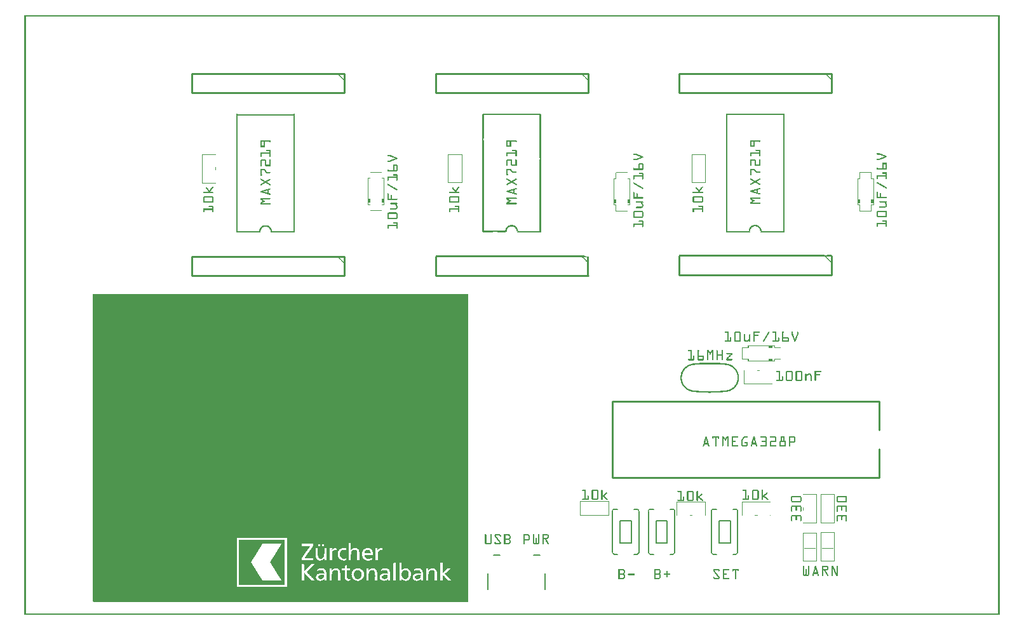
<source format=gto>
G04 MADE WITH FRITZING*
G04 WWW.FRITZING.ORG*
G04 DOUBLE SIDED*
G04 HOLES PLATED*
G04 CONTOUR ON CENTER OF CONTOUR VECTOR*
%ASAXBY*%
%FSLAX23Y23*%
%MOIN*%
%OFA0B0*%
%SFA1.0B1.0*%
%ADD10C,0.010000*%
%ADD11C,0.008000*%
%ADD12C,0.005000*%
%ADD13R,0.001000X0.001000*%
%LNSILK1*%
G90*
G70*
G54D10*
X4484Y1122D02*
X3084Y1122D01*
D02*
X3084Y1122D02*
X3084Y722D01*
D02*
X3084Y722D02*
X4484Y722D01*
D02*
X4484Y1122D02*
X4484Y972D01*
D02*
X4484Y872D02*
X4484Y722D01*
G54D11*
D02*
X2433Y136D02*
X2433Y219D01*
D02*
X2461Y317D02*
X2496Y317D01*
D02*
X2670Y317D02*
X2705Y317D01*
D02*
X2733Y219D02*
X2733Y136D01*
G54D10*
D02*
X4236Y2844D02*
X3436Y2844D01*
D02*
X3436Y2844D02*
X3436Y2744D01*
D02*
X3436Y2744D02*
X4236Y2744D01*
D02*
X4236Y2744D02*
X4236Y2844D01*
D02*
X2958Y2843D02*
X2158Y2843D01*
D02*
X2158Y2843D02*
X2158Y2743D01*
D02*
X2158Y2743D02*
X2958Y2743D01*
D02*
X2958Y2743D02*
X2958Y2843D01*
D02*
X1678Y2842D02*
X878Y2842D01*
D02*
X878Y2842D02*
X878Y2742D01*
D02*
X878Y2742D02*
X1678Y2742D01*
D02*
X1678Y2742D02*
X1678Y2842D01*
D02*
X3436Y1885D02*
X3436Y1785D01*
D02*
X3436Y1785D02*
X4236Y1785D01*
D02*
X4236Y1785D02*
X4236Y1885D01*
D02*
X2158Y1884D02*
X2158Y1784D01*
D02*
X2158Y1784D02*
X2958Y1784D01*
D02*
X1678Y1883D02*
X878Y1883D01*
D02*
X878Y1883D02*
X878Y1783D01*
D02*
X878Y1783D02*
X1678Y1783D01*
D02*
X1678Y1783D02*
X1678Y1883D01*
G54D11*
D02*
X3985Y2628D02*
X3685Y2628D01*
D02*
X3685Y2014D02*
X3805Y2014D01*
D02*
X3985Y2014D02*
X3865Y2014D01*
D02*
X2707Y2628D02*
X2407Y2628D01*
D02*
X2707Y2014D02*
X2587Y2014D01*
D02*
X1416Y2627D02*
X1116Y2627D01*
D02*
X1116Y2013D02*
X1236Y2013D01*
D02*
X1416Y2013D02*
X1296Y2013D01*
G54D12*
D02*
X3743Y546D02*
X3743Y329D01*
D02*
X3605Y333D02*
X3605Y546D01*
D02*
X3615Y556D02*
X3631Y556D01*
D02*
X3717Y556D02*
X3733Y556D01*
D02*
X3717Y319D02*
X3733Y319D01*
D02*
X3615Y319D02*
X3631Y319D01*
D02*
X3704Y497D02*
X3704Y379D01*
D02*
X3645Y379D02*
X3645Y497D01*
D02*
X3645Y497D02*
X3704Y497D01*
D02*
X3645Y379D02*
X3704Y379D01*
D02*
X3224Y546D02*
X3224Y329D01*
D02*
X3086Y333D02*
X3086Y546D01*
D02*
X3096Y556D02*
X3111Y556D01*
D02*
X3198Y556D02*
X3214Y556D01*
D02*
X3198Y319D02*
X3214Y319D01*
D02*
X3096Y319D02*
X3111Y319D01*
D02*
X3184Y497D02*
X3184Y379D01*
D02*
X3125Y379D02*
X3125Y497D01*
D02*
X3125Y497D02*
X3184Y497D01*
D02*
X3125Y379D02*
X3184Y379D01*
D02*
X3412Y546D02*
X3412Y329D01*
D02*
X3275Y333D02*
X3275Y546D01*
D02*
X3284Y556D02*
X3300Y556D01*
D02*
X3387Y556D02*
X3403Y556D01*
D02*
X3387Y319D02*
X3403Y319D01*
D02*
X3284Y319D02*
X3300Y319D01*
D02*
X3373Y497D02*
X3373Y379D01*
D02*
X3314Y379D02*
X3314Y497D01*
D02*
X3314Y497D02*
X3373Y497D01*
D02*
X3314Y379D02*
X3373Y379D01*
G54D13*
X0Y3150D02*
X5117Y3150D01*
X0Y3149D02*
X5117Y3149D01*
X0Y3148D02*
X5117Y3148D01*
X0Y3147D02*
X5117Y3147D01*
X0Y3146D02*
X5117Y3146D01*
X0Y3145D02*
X5117Y3145D01*
X0Y3144D02*
X5117Y3144D01*
X0Y3143D02*
X5117Y3143D01*
X0Y3142D02*
X7Y3142D01*
X5110Y3142D02*
X5117Y3142D01*
X0Y3141D02*
X7Y3141D01*
X5110Y3141D02*
X5117Y3141D01*
X0Y3140D02*
X7Y3140D01*
X5110Y3140D02*
X5117Y3140D01*
X0Y3139D02*
X7Y3139D01*
X5110Y3139D02*
X5117Y3139D01*
X0Y3138D02*
X7Y3138D01*
X5110Y3138D02*
X5117Y3138D01*
X0Y3137D02*
X7Y3137D01*
X5110Y3137D02*
X5117Y3137D01*
X0Y3136D02*
X7Y3136D01*
X5110Y3136D02*
X5117Y3136D01*
X0Y3135D02*
X7Y3135D01*
X5110Y3135D02*
X5117Y3135D01*
X0Y3134D02*
X7Y3134D01*
X5110Y3134D02*
X5117Y3134D01*
X0Y3133D02*
X7Y3133D01*
X5110Y3133D02*
X5117Y3133D01*
X0Y3132D02*
X7Y3132D01*
X5110Y3132D02*
X5117Y3132D01*
X0Y3131D02*
X7Y3131D01*
X5110Y3131D02*
X5117Y3131D01*
X0Y3130D02*
X7Y3130D01*
X5110Y3130D02*
X5117Y3130D01*
X0Y3129D02*
X7Y3129D01*
X5110Y3129D02*
X5117Y3129D01*
X0Y3128D02*
X7Y3128D01*
X5110Y3128D02*
X5117Y3128D01*
X0Y3127D02*
X7Y3127D01*
X5110Y3127D02*
X5117Y3127D01*
X0Y3126D02*
X7Y3126D01*
X5110Y3126D02*
X5117Y3126D01*
X0Y3125D02*
X7Y3125D01*
X5110Y3125D02*
X5117Y3125D01*
X0Y3124D02*
X7Y3124D01*
X5110Y3124D02*
X5117Y3124D01*
X0Y3123D02*
X7Y3123D01*
X5110Y3123D02*
X5117Y3123D01*
X0Y3122D02*
X7Y3122D01*
X5110Y3122D02*
X5117Y3122D01*
X0Y3121D02*
X7Y3121D01*
X5110Y3121D02*
X5117Y3121D01*
X0Y3120D02*
X7Y3120D01*
X5110Y3120D02*
X5117Y3120D01*
X0Y3119D02*
X7Y3119D01*
X5110Y3119D02*
X5117Y3119D01*
X0Y3118D02*
X7Y3118D01*
X5110Y3118D02*
X5117Y3118D01*
X0Y3117D02*
X7Y3117D01*
X5110Y3117D02*
X5117Y3117D01*
X0Y3116D02*
X7Y3116D01*
X5110Y3116D02*
X5117Y3116D01*
X0Y3115D02*
X7Y3115D01*
X5110Y3115D02*
X5117Y3115D01*
X0Y3114D02*
X7Y3114D01*
X5110Y3114D02*
X5117Y3114D01*
X0Y3113D02*
X7Y3113D01*
X5110Y3113D02*
X5117Y3113D01*
X0Y3112D02*
X7Y3112D01*
X5110Y3112D02*
X5117Y3112D01*
X0Y3111D02*
X7Y3111D01*
X5110Y3111D02*
X5117Y3111D01*
X0Y3110D02*
X7Y3110D01*
X5110Y3110D02*
X5117Y3110D01*
X0Y3109D02*
X7Y3109D01*
X5110Y3109D02*
X5117Y3109D01*
X0Y3108D02*
X7Y3108D01*
X5110Y3108D02*
X5117Y3108D01*
X0Y3107D02*
X7Y3107D01*
X5110Y3107D02*
X5117Y3107D01*
X0Y3106D02*
X7Y3106D01*
X5110Y3106D02*
X5117Y3106D01*
X0Y3105D02*
X7Y3105D01*
X5110Y3105D02*
X5117Y3105D01*
X0Y3104D02*
X7Y3104D01*
X5110Y3104D02*
X5117Y3104D01*
X0Y3103D02*
X7Y3103D01*
X5110Y3103D02*
X5117Y3103D01*
X0Y3102D02*
X7Y3102D01*
X5110Y3102D02*
X5117Y3102D01*
X0Y3101D02*
X7Y3101D01*
X5110Y3101D02*
X5117Y3101D01*
X0Y3100D02*
X7Y3100D01*
X5110Y3100D02*
X5117Y3100D01*
X0Y3099D02*
X7Y3099D01*
X5110Y3099D02*
X5117Y3099D01*
X0Y3098D02*
X7Y3098D01*
X5110Y3098D02*
X5117Y3098D01*
X0Y3097D02*
X7Y3097D01*
X5110Y3097D02*
X5117Y3097D01*
X0Y3096D02*
X7Y3096D01*
X5110Y3096D02*
X5117Y3096D01*
X0Y3095D02*
X7Y3095D01*
X5110Y3095D02*
X5117Y3095D01*
X0Y3094D02*
X7Y3094D01*
X5110Y3094D02*
X5117Y3094D01*
X0Y3093D02*
X7Y3093D01*
X5110Y3093D02*
X5117Y3093D01*
X0Y3092D02*
X7Y3092D01*
X5110Y3092D02*
X5117Y3092D01*
X0Y3091D02*
X7Y3091D01*
X5110Y3091D02*
X5117Y3091D01*
X0Y3090D02*
X7Y3090D01*
X5110Y3090D02*
X5117Y3090D01*
X0Y3089D02*
X7Y3089D01*
X5110Y3089D02*
X5117Y3089D01*
X0Y3088D02*
X7Y3088D01*
X5110Y3088D02*
X5117Y3088D01*
X0Y3087D02*
X7Y3087D01*
X5110Y3087D02*
X5117Y3087D01*
X0Y3086D02*
X7Y3086D01*
X5110Y3086D02*
X5117Y3086D01*
X0Y3085D02*
X7Y3085D01*
X5110Y3085D02*
X5117Y3085D01*
X0Y3084D02*
X7Y3084D01*
X5110Y3084D02*
X5117Y3084D01*
X0Y3083D02*
X7Y3083D01*
X5110Y3083D02*
X5117Y3083D01*
X0Y3082D02*
X7Y3082D01*
X5110Y3082D02*
X5117Y3082D01*
X0Y3081D02*
X7Y3081D01*
X5110Y3081D02*
X5117Y3081D01*
X0Y3080D02*
X7Y3080D01*
X5110Y3080D02*
X5117Y3080D01*
X0Y3079D02*
X7Y3079D01*
X5110Y3079D02*
X5117Y3079D01*
X0Y3078D02*
X7Y3078D01*
X5110Y3078D02*
X5117Y3078D01*
X0Y3077D02*
X7Y3077D01*
X5110Y3077D02*
X5117Y3077D01*
X0Y3076D02*
X7Y3076D01*
X5110Y3076D02*
X5117Y3076D01*
X0Y3075D02*
X7Y3075D01*
X5110Y3075D02*
X5117Y3075D01*
X0Y3074D02*
X7Y3074D01*
X5110Y3074D02*
X5117Y3074D01*
X0Y3073D02*
X7Y3073D01*
X5110Y3073D02*
X5117Y3073D01*
X0Y3072D02*
X7Y3072D01*
X5110Y3072D02*
X5117Y3072D01*
X0Y3071D02*
X7Y3071D01*
X5110Y3071D02*
X5117Y3071D01*
X0Y3070D02*
X7Y3070D01*
X5110Y3070D02*
X5117Y3070D01*
X0Y3069D02*
X7Y3069D01*
X5110Y3069D02*
X5117Y3069D01*
X0Y3068D02*
X7Y3068D01*
X5110Y3068D02*
X5117Y3068D01*
X0Y3067D02*
X7Y3067D01*
X5110Y3067D02*
X5117Y3067D01*
X0Y3066D02*
X7Y3066D01*
X5110Y3066D02*
X5117Y3066D01*
X0Y3065D02*
X7Y3065D01*
X5110Y3065D02*
X5117Y3065D01*
X0Y3064D02*
X7Y3064D01*
X5110Y3064D02*
X5117Y3064D01*
X0Y3063D02*
X7Y3063D01*
X5110Y3063D02*
X5117Y3063D01*
X0Y3062D02*
X7Y3062D01*
X5110Y3062D02*
X5117Y3062D01*
X0Y3061D02*
X7Y3061D01*
X5110Y3061D02*
X5117Y3061D01*
X0Y3060D02*
X7Y3060D01*
X5110Y3060D02*
X5117Y3060D01*
X0Y3059D02*
X7Y3059D01*
X5110Y3059D02*
X5117Y3059D01*
X0Y3058D02*
X7Y3058D01*
X5110Y3058D02*
X5117Y3058D01*
X0Y3057D02*
X7Y3057D01*
X5110Y3057D02*
X5117Y3057D01*
X0Y3056D02*
X7Y3056D01*
X5110Y3056D02*
X5117Y3056D01*
X0Y3055D02*
X7Y3055D01*
X5110Y3055D02*
X5117Y3055D01*
X0Y3054D02*
X7Y3054D01*
X5110Y3054D02*
X5117Y3054D01*
X0Y3053D02*
X7Y3053D01*
X5110Y3053D02*
X5117Y3053D01*
X0Y3052D02*
X7Y3052D01*
X5110Y3052D02*
X5117Y3052D01*
X0Y3051D02*
X7Y3051D01*
X5110Y3051D02*
X5117Y3051D01*
X0Y3050D02*
X7Y3050D01*
X5110Y3050D02*
X5117Y3050D01*
X0Y3049D02*
X7Y3049D01*
X5110Y3049D02*
X5117Y3049D01*
X0Y3048D02*
X7Y3048D01*
X5110Y3048D02*
X5117Y3048D01*
X0Y3047D02*
X7Y3047D01*
X5110Y3047D02*
X5117Y3047D01*
X0Y3046D02*
X7Y3046D01*
X5110Y3046D02*
X5117Y3046D01*
X0Y3045D02*
X7Y3045D01*
X5110Y3045D02*
X5117Y3045D01*
X0Y3044D02*
X7Y3044D01*
X5110Y3044D02*
X5117Y3044D01*
X0Y3043D02*
X7Y3043D01*
X5110Y3043D02*
X5117Y3043D01*
X0Y3042D02*
X7Y3042D01*
X5110Y3042D02*
X5117Y3042D01*
X0Y3041D02*
X7Y3041D01*
X5110Y3041D02*
X5117Y3041D01*
X0Y3040D02*
X7Y3040D01*
X5110Y3040D02*
X5117Y3040D01*
X0Y3039D02*
X7Y3039D01*
X5110Y3039D02*
X5117Y3039D01*
X0Y3038D02*
X7Y3038D01*
X5110Y3038D02*
X5117Y3038D01*
X0Y3037D02*
X7Y3037D01*
X5110Y3037D02*
X5117Y3037D01*
X0Y3036D02*
X7Y3036D01*
X5110Y3036D02*
X5117Y3036D01*
X0Y3035D02*
X7Y3035D01*
X5110Y3035D02*
X5117Y3035D01*
X0Y3034D02*
X7Y3034D01*
X5110Y3034D02*
X5117Y3034D01*
X0Y3033D02*
X7Y3033D01*
X5110Y3033D02*
X5117Y3033D01*
X0Y3032D02*
X7Y3032D01*
X5110Y3032D02*
X5117Y3032D01*
X0Y3031D02*
X7Y3031D01*
X5110Y3031D02*
X5117Y3031D01*
X0Y3030D02*
X7Y3030D01*
X5110Y3030D02*
X5117Y3030D01*
X0Y3029D02*
X7Y3029D01*
X5110Y3029D02*
X5117Y3029D01*
X0Y3028D02*
X7Y3028D01*
X5110Y3028D02*
X5117Y3028D01*
X0Y3027D02*
X7Y3027D01*
X5110Y3027D02*
X5117Y3027D01*
X0Y3026D02*
X7Y3026D01*
X5110Y3026D02*
X5117Y3026D01*
X0Y3025D02*
X7Y3025D01*
X5110Y3025D02*
X5117Y3025D01*
X0Y3024D02*
X7Y3024D01*
X5110Y3024D02*
X5117Y3024D01*
X0Y3023D02*
X7Y3023D01*
X5110Y3023D02*
X5117Y3023D01*
X0Y3022D02*
X7Y3022D01*
X5110Y3022D02*
X5117Y3022D01*
X0Y3021D02*
X7Y3021D01*
X5110Y3021D02*
X5117Y3021D01*
X0Y3020D02*
X7Y3020D01*
X5110Y3020D02*
X5117Y3020D01*
X0Y3019D02*
X7Y3019D01*
X5110Y3019D02*
X5117Y3019D01*
X0Y3018D02*
X7Y3018D01*
X5110Y3018D02*
X5117Y3018D01*
X0Y3017D02*
X7Y3017D01*
X5110Y3017D02*
X5117Y3017D01*
X0Y3016D02*
X7Y3016D01*
X5110Y3016D02*
X5117Y3016D01*
X0Y3015D02*
X7Y3015D01*
X5110Y3015D02*
X5117Y3015D01*
X0Y3014D02*
X7Y3014D01*
X5110Y3014D02*
X5117Y3014D01*
X0Y3013D02*
X7Y3013D01*
X5110Y3013D02*
X5117Y3013D01*
X0Y3012D02*
X7Y3012D01*
X5110Y3012D02*
X5117Y3012D01*
X0Y3011D02*
X7Y3011D01*
X5110Y3011D02*
X5117Y3011D01*
X0Y3010D02*
X7Y3010D01*
X5110Y3010D02*
X5117Y3010D01*
X0Y3009D02*
X7Y3009D01*
X5110Y3009D02*
X5117Y3009D01*
X0Y3008D02*
X7Y3008D01*
X5110Y3008D02*
X5117Y3008D01*
X0Y3007D02*
X7Y3007D01*
X5110Y3007D02*
X5117Y3007D01*
X0Y3006D02*
X7Y3006D01*
X5110Y3006D02*
X5117Y3006D01*
X0Y3005D02*
X7Y3005D01*
X5110Y3005D02*
X5117Y3005D01*
X0Y3004D02*
X7Y3004D01*
X5110Y3004D02*
X5117Y3004D01*
X0Y3003D02*
X7Y3003D01*
X5110Y3003D02*
X5117Y3003D01*
X0Y3002D02*
X7Y3002D01*
X5110Y3002D02*
X5117Y3002D01*
X0Y3001D02*
X7Y3001D01*
X5110Y3001D02*
X5117Y3001D01*
X0Y3000D02*
X7Y3000D01*
X5110Y3000D02*
X5117Y3000D01*
X0Y2999D02*
X7Y2999D01*
X5110Y2999D02*
X5117Y2999D01*
X0Y2998D02*
X7Y2998D01*
X5110Y2998D02*
X5117Y2998D01*
X0Y2997D02*
X7Y2997D01*
X5110Y2997D02*
X5117Y2997D01*
X0Y2996D02*
X7Y2996D01*
X5110Y2996D02*
X5117Y2996D01*
X0Y2995D02*
X7Y2995D01*
X5110Y2995D02*
X5117Y2995D01*
X0Y2994D02*
X7Y2994D01*
X5110Y2994D02*
X5117Y2994D01*
X0Y2993D02*
X7Y2993D01*
X5110Y2993D02*
X5117Y2993D01*
X0Y2992D02*
X7Y2992D01*
X5110Y2992D02*
X5117Y2992D01*
X0Y2991D02*
X7Y2991D01*
X5110Y2991D02*
X5117Y2991D01*
X0Y2990D02*
X7Y2990D01*
X5110Y2990D02*
X5117Y2990D01*
X0Y2989D02*
X7Y2989D01*
X5110Y2989D02*
X5117Y2989D01*
X0Y2988D02*
X7Y2988D01*
X5110Y2988D02*
X5117Y2988D01*
X0Y2987D02*
X7Y2987D01*
X5110Y2987D02*
X5117Y2987D01*
X0Y2986D02*
X7Y2986D01*
X5110Y2986D02*
X5117Y2986D01*
X0Y2985D02*
X7Y2985D01*
X5110Y2985D02*
X5117Y2985D01*
X0Y2984D02*
X7Y2984D01*
X5110Y2984D02*
X5117Y2984D01*
X0Y2983D02*
X7Y2983D01*
X5110Y2983D02*
X5117Y2983D01*
X0Y2982D02*
X7Y2982D01*
X5110Y2982D02*
X5117Y2982D01*
X0Y2981D02*
X7Y2981D01*
X5110Y2981D02*
X5117Y2981D01*
X0Y2980D02*
X7Y2980D01*
X5110Y2980D02*
X5117Y2980D01*
X0Y2979D02*
X7Y2979D01*
X5110Y2979D02*
X5117Y2979D01*
X0Y2978D02*
X7Y2978D01*
X5110Y2978D02*
X5117Y2978D01*
X0Y2977D02*
X7Y2977D01*
X5110Y2977D02*
X5117Y2977D01*
X0Y2976D02*
X7Y2976D01*
X5110Y2976D02*
X5117Y2976D01*
X0Y2975D02*
X7Y2975D01*
X5110Y2975D02*
X5117Y2975D01*
X0Y2974D02*
X7Y2974D01*
X5110Y2974D02*
X5117Y2974D01*
X0Y2973D02*
X7Y2973D01*
X5110Y2973D02*
X5117Y2973D01*
X0Y2972D02*
X7Y2972D01*
X5110Y2972D02*
X5117Y2972D01*
X0Y2971D02*
X7Y2971D01*
X5110Y2971D02*
X5117Y2971D01*
X0Y2970D02*
X7Y2970D01*
X5110Y2970D02*
X5117Y2970D01*
X0Y2969D02*
X7Y2969D01*
X5110Y2969D02*
X5117Y2969D01*
X0Y2968D02*
X7Y2968D01*
X5110Y2968D02*
X5117Y2968D01*
X0Y2967D02*
X7Y2967D01*
X5110Y2967D02*
X5117Y2967D01*
X0Y2966D02*
X7Y2966D01*
X5110Y2966D02*
X5117Y2966D01*
X0Y2965D02*
X7Y2965D01*
X5110Y2965D02*
X5117Y2965D01*
X0Y2964D02*
X7Y2964D01*
X5110Y2964D02*
X5117Y2964D01*
X0Y2963D02*
X7Y2963D01*
X5110Y2963D02*
X5117Y2963D01*
X0Y2962D02*
X7Y2962D01*
X5110Y2962D02*
X5117Y2962D01*
X0Y2961D02*
X7Y2961D01*
X5110Y2961D02*
X5117Y2961D01*
X0Y2960D02*
X7Y2960D01*
X5110Y2960D02*
X5117Y2960D01*
X0Y2959D02*
X7Y2959D01*
X5110Y2959D02*
X5117Y2959D01*
X0Y2958D02*
X7Y2958D01*
X5110Y2958D02*
X5117Y2958D01*
X0Y2957D02*
X7Y2957D01*
X5110Y2957D02*
X5117Y2957D01*
X0Y2956D02*
X7Y2956D01*
X5110Y2956D02*
X5117Y2956D01*
X0Y2955D02*
X7Y2955D01*
X5110Y2955D02*
X5117Y2955D01*
X0Y2954D02*
X7Y2954D01*
X5110Y2954D02*
X5117Y2954D01*
X0Y2953D02*
X7Y2953D01*
X5110Y2953D02*
X5117Y2953D01*
X0Y2952D02*
X7Y2952D01*
X5110Y2952D02*
X5117Y2952D01*
X0Y2951D02*
X7Y2951D01*
X5110Y2951D02*
X5117Y2951D01*
X0Y2950D02*
X7Y2950D01*
X5110Y2950D02*
X5117Y2950D01*
X0Y2949D02*
X7Y2949D01*
X5110Y2949D02*
X5117Y2949D01*
X0Y2948D02*
X7Y2948D01*
X5110Y2948D02*
X5117Y2948D01*
X0Y2947D02*
X7Y2947D01*
X5110Y2947D02*
X5117Y2947D01*
X0Y2946D02*
X7Y2946D01*
X5110Y2946D02*
X5117Y2946D01*
X0Y2945D02*
X7Y2945D01*
X5110Y2945D02*
X5117Y2945D01*
X0Y2944D02*
X7Y2944D01*
X5110Y2944D02*
X5117Y2944D01*
X0Y2943D02*
X7Y2943D01*
X5110Y2943D02*
X5117Y2943D01*
X0Y2942D02*
X7Y2942D01*
X5110Y2942D02*
X5117Y2942D01*
X0Y2941D02*
X7Y2941D01*
X5110Y2941D02*
X5117Y2941D01*
X0Y2940D02*
X7Y2940D01*
X5110Y2940D02*
X5117Y2940D01*
X0Y2939D02*
X7Y2939D01*
X5110Y2939D02*
X5117Y2939D01*
X0Y2938D02*
X7Y2938D01*
X5110Y2938D02*
X5117Y2938D01*
X0Y2937D02*
X7Y2937D01*
X5110Y2937D02*
X5117Y2937D01*
X0Y2936D02*
X7Y2936D01*
X5110Y2936D02*
X5117Y2936D01*
X0Y2935D02*
X7Y2935D01*
X5110Y2935D02*
X5117Y2935D01*
X0Y2934D02*
X7Y2934D01*
X5110Y2934D02*
X5117Y2934D01*
X0Y2933D02*
X7Y2933D01*
X5110Y2933D02*
X5117Y2933D01*
X0Y2932D02*
X7Y2932D01*
X5110Y2932D02*
X5117Y2932D01*
X0Y2931D02*
X7Y2931D01*
X5110Y2931D02*
X5117Y2931D01*
X0Y2930D02*
X7Y2930D01*
X5110Y2930D02*
X5117Y2930D01*
X0Y2929D02*
X7Y2929D01*
X5110Y2929D02*
X5117Y2929D01*
X0Y2928D02*
X7Y2928D01*
X5110Y2928D02*
X5117Y2928D01*
X0Y2927D02*
X7Y2927D01*
X5110Y2927D02*
X5117Y2927D01*
X0Y2926D02*
X7Y2926D01*
X5110Y2926D02*
X5117Y2926D01*
X0Y2925D02*
X7Y2925D01*
X5110Y2925D02*
X5117Y2925D01*
X0Y2924D02*
X7Y2924D01*
X5110Y2924D02*
X5117Y2924D01*
X0Y2923D02*
X7Y2923D01*
X5110Y2923D02*
X5117Y2923D01*
X0Y2922D02*
X7Y2922D01*
X5110Y2922D02*
X5117Y2922D01*
X0Y2921D02*
X7Y2921D01*
X5110Y2921D02*
X5117Y2921D01*
X0Y2920D02*
X7Y2920D01*
X5110Y2920D02*
X5117Y2920D01*
X0Y2919D02*
X7Y2919D01*
X5110Y2919D02*
X5117Y2919D01*
X0Y2918D02*
X7Y2918D01*
X5110Y2918D02*
X5117Y2918D01*
X0Y2917D02*
X7Y2917D01*
X5110Y2917D02*
X5117Y2917D01*
X0Y2916D02*
X7Y2916D01*
X5110Y2916D02*
X5117Y2916D01*
X0Y2915D02*
X7Y2915D01*
X5110Y2915D02*
X5117Y2915D01*
X0Y2914D02*
X7Y2914D01*
X5110Y2914D02*
X5117Y2914D01*
X0Y2913D02*
X7Y2913D01*
X5110Y2913D02*
X5117Y2913D01*
X0Y2912D02*
X7Y2912D01*
X5110Y2912D02*
X5117Y2912D01*
X0Y2911D02*
X7Y2911D01*
X5110Y2911D02*
X5117Y2911D01*
X0Y2910D02*
X7Y2910D01*
X5110Y2910D02*
X5117Y2910D01*
X0Y2909D02*
X7Y2909D01*
X5110Y2909D02*
X5117Y2909D01*
X0Y2908D02*
X7Y2908D01*
X5110Y2908D02*
X5117Y2908D01*
X0Y2907D02*
X7Y2907D01*
X5110Y2907D02*
X5117Y2907D01*
X0Y2906D02*
X7Y2906D01*
X5110Y2906D02*
X5117Y2906D01*
X0Y2905D02*
X7Y2905D01*
X5110Y2905D02*
X5117Y2905D01*
X0Y2904D02*
X7Y2904D01*
X5110Y2904D02*
X5117Y2904D01*
X0Y2903D02*
X7Y2903D01*
X5110Y2903D02*
X5117Y2903D01*
X0Y2902D02*
X7Y2902D01*
X5110Y2902D02*
X5117Y2902D01*
X0Y2901D02*
X7Y2901D01*
X5110Y2901D02*
X5117Y2901D01*
X0Y2900D02*
X7Y2900D01*
X5110Y2900D02*
X5117Y2900D01*
X0Y2899D02*
X7Y2899D01*
X5110Y2899D02*
X5117Y2899D01*
X0Y2898D02*
X7Y2898D01*
X5110Y2898D02*
X5117Y2898D01*
X0Y2897D02*
X7Y2897D01*
X5110Y2897D02*
X5117Y2897D01*
X0Y2896D02*
X7Y2896D01*
X5110Y2896D02*
X5117Y2896D01*
X0Y2895D02*
X7Y2895D01*
X5110Y2895D02*
X5117Y2895D01*
X0Y2894D02*
X7Y2894D01*
X5110Y2894D02*
X5117Y2894D01*
X0Y2893D02*
X7Y2893D01*
X5110Y2893D02*
X5117Y2893D01*
X0Y2892D02*
X7Y2892D01*
X5110Y2892D02*
X5117Y2892D01*
X0Y2891D02*
X7Y2891D01*
X5110Y2891D02*
X5117Y2891D01*
X0Y2890D02*
X7Y2890D01*
X5110Y2890D02*
X5117Y2890D01*
X0Y2889D02*
X7Y2889D01*
X5110Y2889D02*
X5117Y2889D01*
X0Y2888D02*
X7Y2888D01*
X5110Y2888D02*
X5117Y2888D01*
X0Y2887D02*
X7Y2887D01*
X5110Y2887D02*
X5117Y2887D01*
X0Y2886D02*
X7Y2886D01*
X5110Y2886D02*
X5117Y2886D01*
X0Y2885D02*
X7Y2885D01*
X5110Y2885D02*
X5117Y2885D01*
X0Y2884D02*
X7Y2884D01*
X5110Y2884D02*
X5117Y2884D01*
X0Y2883D02*
X7Y2883D01*
X5110Y2883D02*
X5117Y2883D01*
X0Y2882D02*
X7Y2882D01*
X5110Y2882D02*
X5117Y2882D01*
X0Y2881D02*
X7Y2881D01*
X5110Y2881D02*
X5117Y2881D01*
X0Y2880D02*
X7Y2880D01*
X5110Y2880D02*
X5117Y2880D01*
X0Y2879D02*
X7Y2879D01*
X5110Y2879D02*
X5117Y2879D01*
X0Y2878D02*
X7Y2878D01*
X5110Y2878D02*
X5117Y2878D01*
X0Y2877D02*
X7Y2877D01*
X5110Y2877D02*
X5117Y2877D01*
X0Y2876D02*
X7Y2876D01*
X5110Y2876D02*
X5117Y2876D01*
X0Y2875D02*
X7Y2875D01*
X5110Y2875D02*
X5117Y2875D01*
X0Y2874D02*
X7Y2874D01*
X5110Y2874D02*
X5117Y2874D01*
X0Y2873D02*
X7Y2873D01*
X5110Y2873D02*
X5117Y2873D01*
X0Y2872D02*
X7Y2872D01*
X5110Y2872D02*
X5117Y2872D01*
X0Y2871D02*
X7Y2871D01*
X5110Y2871D02*
X5117Y2871D01*
X0Y2870D02*
X7Y2870D01*
X5110Y2870D02*
X5117Y2870D01*
X0Y2869D02*
X7Y2869D01*
X5110Y2869D02*
X5117Y2869D01*
X0Y2868D02*
X7Y2868D01*
X5110Y2868D02*
X5117Y2868D01*
X0Y2867D02*
X7Y2867D01*
X5110Y2867D02*
X5117Y2867D01*
X0Y2866D02*
X7Y2866D01*
X5110Y2866D02*
X5117Y2866D01*
X0Y2865D02*
X7Y2865D01*
X5110Y2865D02*
X5117Y2865D01*
X0Y2864D02*
X7Y2864D01*
X5110Y2864D02*
X5117Y2864D01*
X0Y2863D02*
X7Y2863D01*
X5110Y2863D02*
X5117Y2863D01*
X0Y2862D02*
X7Y2862D01*
X5110Y2862D02*
X5117Y2862D01*
X0Y2861D02*
X7Y2861D01*
X5110Y2861D02*
X5117Y2861D01*
X0Y2860D02*
X7Y2860D01*
X5110Y2860D02*
X5117Y2860D01*
X0Y2859D02*
X7Y2859D01*
X5110Y2859D02*
X5117Y2859D01*
X0Y2858D02*
X7Y2858D01*
X5110Y2858D02*
X5117Y2858D01*
X0Y2857D02*
X7Y2857D01*
X5110Y2857D02*
X5117Y2857D01*
X0Y2856D02*
X7Y2856D01*
X5110Y2856D02*
X5117Y2856D01*
X0Y2855D02*
X7Y2855D01*
X5110Y2855D02*
X5117Y2855D01*
X0Y2854D02*
X7Y2854D01*
X5110Y2854D02*
X5117Y2854D01*
X0Y2853D02*
X7Y2853D01*
X5110Y2853D02*
X5117Y2853D01*
X0Y2852D02*
X7Y2852D01*
X5110Y2852D02*
X5117Y2852D01*
X0Y2851D02*
X7Y2851D01*
X5110Y2851D02*
X5117Y2851D01*
X0Y2850D02*
X7Y2850D01*
X5110Y2850D02*
X5117Y2850D01*
X0Y2849D02*
X7Y2849D01*
X5110Y2849D02*
X5117Y2849D01*
X0Y2848D02*
X7Y2848D01*
X5110Y2848D02*
X5117Y2848D01*
X0Y2847D02*
X7Y2847D01*
X5110Y2847D02*
X5117Y2847D01*
X0Y2846D02*
X7Y2846D01*
X4202Y2846D02*
X4203Y2846D01*
X5110Y2846D02*
X5117Y2846D01*
X0Y2845D02*
X7Y2845D01*
X2924Y2845D02*
X2925Y2845D01*
X4201Y2845D02*
X4204Y2845D01*
X5110Y2845D02*
X5117Y2845D01*
X0Y2844D02*
X7Y2844D01*
X1644Y2844D02*
X1645Y2844D01*
X2923Y2844D02*
X2926Y2844D01*
X4200Y2844D02*
X4205Y2844D01*
X5110Y2844D02*
X5117Y2844D01*
X0Y2843D02*
X7Y2843D01*
X1643Y2843D02*
X1646Y2843D01*
X2922Y2843D02*
X2927Y2843D01*
X4200Y2843D02*
X4206Y2843D01*
X5110Y2843D02*
X5117Y2843D01*
X0Y2842D02*
X7Y2842D01*
X1642Y2842D02*
X1647Y2842D01*
X2922Y2842D02*
X2928Y2842D01*
X4201Y2842D02*
X4207Y2842D01*
X5110Y2842D02*
X5117Y2842D01*
X0Y2841D02*
X7Y2841D01*
X1642Y2841D02*
X1648Y2841D01*
X2923Y2841D02*
X2929Y2841D01*
X4202Y2841D02*
X4208Y2841D01*
X5110Y2841D02*
X5117Y2841D01*
X0Y2840D02*
X7Y2840D01*
X1643Y2840D02*
X1649Y2840D01*
X2924Y2840D02*
X2930Y2840D01*
X4203Y2840D02*
X4209Y2840D01*
X5110Y2840D02*
X5117Y2840D01*
X0Y2839D02*
X7Y2839D01*
X1644Y2839D02*
X1650Y2839D01*
X2925Y2839D02*
X2931Y2839D01*
X4204Y2839D02*
X4210Y2839D01*
X5110Y2839D02*
X5117Y2839D01*
X0Y2838D02*
X7Y2838D01*
X1645Y2838D02*
X1651Y2838D01*
X2926Y2838D02*
X2932Y2838D01*
X4205Y2838D02*
X4211Y2838D01*
X5110Y2838D02*
X5117Y2838D01*
X0Y2837D02*
X7Y2837D01*
X1646Y2837D02*
X1652Y2837D01*
X2927Y2837D02*
X2933Y2837D01*
X4206Y2837D02*
X4212Y2837D01*
X5110Y2837D02*
X5117Y2837D01*
X0Y2836D02*
X7Y2836D01*
X1647Y2836D02*
X1653Y2836D01*
X2928Y2836D02*
X2934Y2836D01*
X4207Y2836D02*
X4213Y2836D01*
X5110Y2836D02*
X5117Y2836D01*
X0Y2835D02*
X7Y2835D01*
X1648Y2835D02*
X1654Y2835D01*
X2929Y2835D02*
X2935Y2835D01*
X4208Y2835D02*
X4214Y2835D01*
X5110Y2835D02*
X5117Y2835D01*
X0Y2834D02*
X7Y2834D01*
X1649Y2834D02*
X1655Y2834D01*
X2930Y2834D02*
X2936Y2834D01*
X4209Y2834D02*
X4215Y2834D01*
X5110Y2834D02*
X5117Y2834D01*
X0Y2833D02*
X7Y2833D01*
X1650Y2833D02*
X1656Y2833D01*
X2931Y2833D02*
X2937Y2833D01*
X4210Y2833D02*
X4216Y2833D01*
X5110Y2833D02*
X5117Y2833D01*
X0Y2832D02*
X7Y2832D01*
X1651Y2832D02*
X1657Y2832D01*
X2932Y2832D02*
X2938Y2832D01*
X4211Y2832D02*
X4217Y2832D01*
X5110Y2832D02*
X5117Y2832D01*
X0Y2831D02*
X7Y2831D01*
X1652Y2831D02*
X1658Y2831D01*
X2933Y2831D02*
X2939Y2831D01*
X4212Y2831D02*
X4218Y2831D01*
X5110Y2831D02*
X5117Y2831D01*
X0Y2830D02*
X7Y2830D01*
X1653Y2830D02*
X1659Y2830D01*
X2934Y2830D02*
X2940Y2830D01*
X4213Y2830D02*
X4219Y2830D01*
X5110Y2830D02*
X5117Y2830D01*
X0Y2829D02*
X7Y2829D01*
X1654Y2829D02*
X1660Y2829D01*
X2935Y2829D02*
X2941Y2829D01*
X4214Y2829D02*
X4220Y2829D01*
X5110Y2829D02*
X5117Y2829D01*
X0Y2828D02*
X7Y2828D01*
X1655Y2828D02*
X1661Y2828D01*
X2937Y2828D02*
X2942Y2828D01*
X4215Y2828D02*
X4221Y2828D01*
X5110Y2828D02*
X5117Y2828D01*
X0Y2827D02*
X7Y2827D01*
X1657Y2827D02*
X1662Y2827D01*
X2938Y2827D02*
X2943Y2827D01*
X4217Y2827D02*
X4222Y2827D01*
X5110Y2827D02*
X5117Y2827D01*
X0Y2826D02*
X7Y2826D01*
X1658Y2826D02*
X1663Y2826D01*
X2939Y2826D02*
X2944Y2826D01*
X4218Y2826D02*
X4223Y2826D01*
X5110Y2826D02*
X5117Y2826D01*
X0Y2825D02*
X7Y2825D01*
X1659Y2825D02*
X1664Y2825D01*
X2940Y2825D02*
X2945Y2825D01*
X4219Y2825D02*
X4224Y2825D01*
X5110Y2825D02*
X5117Y2825D01*
X0Y2824D02*
X7Y2824D01*
X1660Y2824D02*
X1665Y2824D01*
X2941Y2824D02*
X2946Y2824D01*
X4219Y2824D02*
X4225Y2824D01*
X5110Y2824D02*
X5117Y2824D01*
X0Y2823D02*
X7Y2823D01*
X1661Y2823D02*
X1666Y2823D01*
X2942Y2823D02*
X2947Y2823D01*
X4220Y2823D02*
X4226Y2823D01*
X5110Y2823D02*
X5117Y2823D01*
X0Y2822D02*
X7Y2822D01*
X1662Y2822D02*
X1667Y2822D01*
X2943Y2822D02*
X2948Y2822D01*
X4221Y2822D02*
X4227Y2822D01*
X5110Y2822D02*
X5117Y2822D01*
X0Y2821D02*
X7Y2821D01*
X1662Y2821D02*
X1668Y2821D01*
X2943Y2821D02*
X2949Y2821D01*
X4222Y2821D02*
X4228Y2821D01*
X5110Y2821D02*
X5117Y2821D01*
X0Y2820D02*
X7Y2820D01*
X1663Y2820D02*
X1669Y2820D01*
X2944Y2820D02*
X2950Y2820D01*
X4223Y2820D02*
X4229Y2820D01*
X5110Y2820D02*
X5117Y2820D01*
X0Y2819D02*
X7Y2819D01*
X1664Y2819D02*
X1670Y2819D01*
X2945Y2819D02*
X2951Y2819D01*
X4224Y2819D02*
X4230Y2819D01*
X5110Y2819D02*
X5117Y2819D01*
X0Y2818D02*
X7Y2818D01*
X1665Y2818D02*
X1671Y2818D01*
X2946Y2818D02*
X2952Y2818D01*
X4225Y2818D02*
X4231Y2818D01*
X5110Y2818D02*
X5117Y2818D01*
X0Y2817D02*
X7Y2817D01*
X1666Y2817D02*
X1672Y2817D01*
X2947Y2817D02*
X2953Y2817D01*
X4226Y2817D02*
X4232Y2817D01*
X5110Y2817D02*
X5117Y2817D01*
X0Y2816D02*
X7Y2816D01*
X1667Y2816D02*
X1673Y2816D01*
X2948Y2816D02*
X2954Y2816D01*
X4227Y2816D02*
X4233Y2816D01*
X5110Y2816D02*
X5117Y2816D01*
X0Y2815D02*
X7Y2815D01*
X1668Y2815D02*
X1674Y2815D01*
X2949Y2815D02*
X2955Y2815D01*
X4228Y2815D02*
X4234Y2815D01*
X5110Y2815D02*
X5117Y2815D01*
X0Y2814D02*
X7Y2814D01*
X1669Y2814D02*
X1675Y2814D01*
X2950Y2814D02*
X2956Y2814D01*
X4229Y2814D02*
X4235Y2814D01*
X5110Y2814D02*
X5117Y2814D01*
X0Y2813D02*
X7Y2813D01*
X1670Y2813D02*
X1676Y2813D01*
X2951Y2813D02*
X2957Y2813D01*
X4230Y2813D02*
X4236Y2813D01*
X5110Y2813D02*
X5117Y2813D01*
X0Y2812D02*
X7Y2812D01*
X1671Y2812D02*
X1677Y2812D01*
X2952Y2812D02*
X2958Y2812D01*
X4231Y2812D02*
X4237Y2812D01*
X5110Y2812D02*
X5117Y2812D01*
X0Y2811D02*
X7Y2811D01*
X1672Y2811D02*
X1678Y2811D01*
X2953Y2811D02*
X2959Y2811D01*
X4232Y2811D02*
X4236Y2811D01*
X5110Y2811D02*
X5117Y2811D01*
X0Y2810D02*
X7Y2810D01*
X1673Y2810D02*
X1679Y2810D01*
X2954Y2810D02*
X2958Y2810D01*
X4233Y2810D02*
X4235Y2810D01*
X5110Y2810D02*
X5117Y2810D01*
X0Y2809D02*
X7Y2809D01*
X1674Y2809D02*
X1678Y2809D01*
X2955Y2809D02*
X2957Y2809D01*
X4234Y2809D02*
X4234Y2809D01*
X5110Y2809D02*
X5117Y2809D01*
X0Y2808D02*
X7Y2808D01*
X1675Y2808D02*
X1677Y2808D01*
X2956Y2808D02*
X2956Y2808D01*
X5110Y2808D02*
X5117Y2808D01*
X0Y2807D02*
X7Y2807D01*
X1676Y2807D02*
X1676Y2807D01*
X5110Y2807D02*
X5117Y2807D01*
X0Y2806D02*
X7Y2806D01*
X5110Y2806D02*
X5117Y2806D01*
X0Y2805D02*
X7Y2805D01*
X5110Y2805D02*
X5117Y2805D01*
X0Y2804D02*
X7Y2804D01*
X5110Y2804D02*
X5117Y2804D01*
X0Y2803D02*
X7Y2803D01*
X5110Y2803D02*
X5117Y2803D01*
X0Y2802D02*
X7Y2802D01*
X5110Y2802D02*
X5117Y2802D01*
X0Y2801D02*
X7Y2801D01*
X5110Y2801D02*
X5117Y2801D01*
X0Y2800D02*
X7Y2800D01*
X5110Y2800D02*
X5117Y2800D01*
X0Y2799D02*
X7Y2799D01*
X5110Y2799D02*
X5117Y2799D01*
X0Y2798D02*
X7Y2798D01*
X5110Y2798D02*
X5117Y2798D01*
X0Y2797D02*
X7Y2797D01*
X5110Y2797D02*
X5117Y2797D01*
X0Y2796D02*
X7Y2796D01*
X5110Y2796D02*
X5117Y2796D01*
X0Y2795D02*
X7Y2795D01*
X5110Y2795D02*
X5117Y2795D01*
X0Y2794D02*
X7Y2794D01*
X5110Y2794D02*
X5117Y2794D01*
X0Y2793D02*
X7Y2793D01*
X5110Y2793D02*
X5117Y2793D01*
X0Y2792D02*
X7Y2792D01*
X5110Y2792D02*
X5117Y2792D01*
X0Y2791D02*
X7Y2791D01*
X5110Y2791D02*
X5117Y2791D01*
X0Y2790D02*
X7Y2790D01*
X5110Y2790D02*
X5117Y2790D01*
X0Y2789D02*
X7Y2789D01*
X5110Y2789D02*
X5117Y2789D01*
X0Y2788D02*
X7Y2788D01*
X5110Y2788D02*
X5117Y2788D01*
X0Y2787D02*
X7Y2787D01*
X5110Y2787D02*
X5117Y2787D01*
X0Y2786D02*
X7Y2786D01*
X5110Y2786D02*
X5117Y2786D01*
X0Y2785D02*
X7Y2785D01*
X5110Y2785D02*
X5117Y2785D01*
X0Y2784D02*
X7Y2784D01*
X5110Y2784D02*
X5117Y2784D01*
X0Y2783D02*
X7Y2783D01*
X5110Y2783D02*
X5117Y2783D01*
X0Y2782D02*
X7Y2782D01*
X5110Y2782D02*
X5117Y2782D01*
X0Y2781D02*
X7Y2781D01*
X5110Y2781D02*
X5117Y2781D01*
X0Y2780D02*
X7Y2780D01*
X5110Y2780D02*
X5117Y2780D01*
X0Y2779D02*
X7Y2779D01*
X5110Y2779D02*
X5117Y2779D01*
X0Y2778D02*
X7Y2778D01*
X5110Y2778D02*
X5117Y2778D01*
X0Y2777D02*
X7Y2777D01*
X5110Y2777D02*
X5117Y2777D01*
X0Y2776D02*
X7Y2776D01*
X5110Y2776D02*
X5117Y2776D01*
X0Y2775D02*
X7Y2775D01*
X5110Y2775D02*
X5117Y2775D01*
X0Y2774D02*
X7Y2774D01*
X5110Y2774D02*
X5117Y2774D01*
X0Y2773D02*
X7Y2773D01*
X5110Y2773D02*
X5117Y2773D01*
X0Y2772D02*
X7Y2772D01*
X5110Y2772D02*
X5117Y2772D01*
X0Y2771D02*
X7Y2771D01*
X5110Y2771D02*
X5117Y2771D01*
X0Y2770D02*
X7Y2770D01*
X5110Y2770D02*
X5117Y2770D01*
X0Y2769D02*
X7Y2769D01*
X5110Y2769D02*
X5117Y2769D01*
X0Y2768D02*
X7Y2768D01*
X5110Y2768D02*
X5117Y2768D01*
X0Y2767D02*
X7Y2767D01*
X5110Y2767D02*
X5117Y2767D01*
X0Y2766D02*
X7Y2766D01*
X5110Y2766D02*
X5117Y2766D01*
X0Y2765D02*
X7Y2765D01*
X5110Y2765D02*
X5117Y2765D01*
X0Y2764D02*
X7Y2764D01*
X5110Y2764D02*
X5117Y2764D01*
X0Y2763D02*
X7Y2763D01*
X5110Y2763D02*
X5117Y2763D01*
X0Y2762D02*
X7Y2762D01*
X5110Y2762D02*
X5117Y2762D01*
X0Y2761D02*
X7Y2761D01*
X5110Y2761D02*
X5117Y2761D01*
X0Y2760D02*
X7Y2760D01*
X5110Y2760D02*
X5117Y2760D01*
X0Y2759D02*
X7Y2759D01*
X5110Y2759D02*
X5117Y2759D01*
X0Y2758D02*
X7Y2758D01*
X5110Y2758D02*
X5117Y2758D01*
X0Y2757D02*
X7Y2757D01*
X5110Y2757D02*
X5117Y2757D01*
X0Y2756D02*
X7Y2756D01*
X5110Y2756D02*
X5117Y2756D01*
X0Y2755D02*
X7Y2755D01*
X5110Y2755D02*
X5117Y2755D01*
X0Y2754D02*
X7Y2754D01*
X5110Y2754D02*
X5117Y2754D01*
X0Y2753D02*
X7Y2753D01*
X5110Y2753D02*
X5117Y2753D01*
X0Y2752D02*
X7Y2752D01*
X5110Y2752D02*
X5117Y2752D01*
X0Y2751D02*
X7Y2751D01*
X5110Y2751D02*
X5117Y2751D01*
X0Y2750D02*
X7Y2750D01*
X5110Y2750D02*
X5117Y2750D01*
X0Y2749D02*
X7Y2749D01*
X5110Y2749D02*
X5117Y2749D01*
X0Y2748D02*
X7Y2748D01*
X5110Y2748D02*
X5117Y2748D01*
X0Y2747D02*
X7Y2747D01*
X5110Y2747D02*
X5117Y2747D01*
X0Y2746D02*
X7Y2746D01*
X5110Y2746D02*
X5117Y2746D01*
X0Y2745D02*
X7Y2745D01*
X5110Y2745D02*
X5117Y2745D01*
X0Y2744D02*
X7Y2744D01*
X5110Y2744D02*
X5117Y2744D01*
X0Y2743D02*
X7Y2743D01*
X5110Y2743D02*
X5117Y2743D01*
X0Y2742D02*
X7Y2742D01*
X5110Y2742D02*
X5117Y2742D01*
X0Y2741D02*
X7Y2741D01*
X5110Y2741D02*
X5117Y2741D01*
X0Y2740D02*
X7Y2740D01*
X5110Y2740D02*
X5117Y2740D01*
X0Y2739D02*
X7Y2739D01*
X5110Y2739D02*
X5117Y2739D01*
X0Y2738D02*
X7Y2738D01*
X5110Y2738D02*
X5117Y2738D01*
X0Y2737D02*
X7Y2737D01*
X5110Y2737D02*
X5117Y2737D01*
X0Y2736D02*
X7Y2736D01*
X5110Y2736D02*
X5117Y2736D01*
X0Y2735D02*
X7Y2735D01*
X5110Y2735D02*
X5117Y2735D01*
X0Y2734D02*
X7Y2734D01*
X5110Y2734D02*
X5117Y2734D01*
X0Y2733D02*
X7Y2733D01*
X5110Y2733D02*
X5117Y2733D01*
X0Y2732D02*
X7Y2732D01*
X5110Y2732D02*
X5117Y2732D01*
X0Y2731D02*
X7Y2731D01*
X5110Y2731D02*
X5117Y2731D01*
X0Y2730D02*
X7Y2730D01*
X5110Y2730D02*
X5117Y2730D01*
X0Y2729D02*
X7Y2729D01*
X5110Y2729D02*
X5117Y2729D01*
X0Y2728D02*
X7Y2728D01*
X5110Y2728D02*
X5117Y2728D01*
X0Y2727D02*
X7Y2727D01*
X5110Y2727D02*
X5117Y2727D01*
X0Y2726D02*
X7Y2726D01*
X5110Y2726D02*
X5117Y2726D01*
X0Y2725D02*
X7Y2725D01*
X5110Y2725D02*
X5117Y2725D01*
X0Y2724D02*
X7Y2724D01*
X5110Y2724D02*
X5117Y2724D01*
X0Y2723D02*
X7Y2723D01*
X5110Y2723D02*
X5117Y2723D01*
X0Y2722D02*
X7Y2722D01*
X5110Y2722D02*
X5117Y2722D01*
X0Y2721D02*
X7Y2721D01*
X5110Y2721D02*
X5117Y2721D01*
X0Y2720D02*
X7Y2720D01*
X5110Y2720D02*
X5117Y2720D01*
X0Y2719D02*
X7Y2719D01*
X5110Y2719D02*
X5117Y2719D01*
X0Y2718D02*
X7Y2718D01*
X5110Y2718D02*
X5117Y2718D01*
X0Y2717D02*
X7Y2717D01*
X5110Y2717D02*
X5117Y2717D01*
X0Y2716D02*
X7Y2716D01*
X5110Y2716D02*
X5117Y2716D01*
X0Y2715D02*
X7Y2715D01*
X5110Y2715D02*
X5117Y2715D01*
X0Y2714D02*
X7Y2714D01*
X5110Y2714D02*
X5117Y2714D01*
X0Y2713D02*
X7Y2713D01*
X5110Y2713D02*
X5117Y2713D01*
X0Y2712D02*
X7Y2712D01*
X5110Y2712D02*
X5117Y2712D01*
X0Y2711D02*
X7Y2711D01*
X5110Y2711D02*
X5117Y2711D01*
X0Y2710D02*
X7Y2710D01*
X5110Y2710D02*
X5117Y2710D01*
X0Y2709D02*
X7Y2709D01*
X5110Y2709D02*
X5117Y2709D01*
X0Y2708D02*
X7Y2708D01*
X5110Y2708D02*
X5117Y2708D01*
X0Y2707D02*
X7Y2707D01*
X5110Y2707D02*
X5117Y2707D01*
X0Y2706D02*
X7Y2706D01*
X5110Y2706D02*
X5117Y2706D01*
X0Y2705D02*
X7Y2705D01*
X5110Y2705D02*
X5117Y2705D01*
X0Y2704D02*
X7Y2704D01*
X5110Y2704D02*
X5117Y2704D01*
X0Y2703D02*
X7Y2703D01*
X5110Y2703D02*
X5117Y2703D01*
X0Y2702D02*
X7Y2702D01*
X5110Y2702D02*
X5117Y2702D01*
X0Y2701D02*
X7Y2701D01*
X5110Y2701D02*
X5117Y2701D01*
X0Y2700D02*
X7Y2700D01*
X5110Y2700D02*
X5117Y2700D01*
X0Y2699D02*
X7Y2699D01*
X5110Y2699D02*
X5117Y2699D01*
X0Y2698D02*
X7Y2698D01*
X5110Y2698D02*
X5117Y2698D01*
X0Y2697D02*
X7Y2697D01*
X5110Y2697D02*
X5117Y2697D01*
X0Y2696D02*
X7Y2696D01*
X5110Y2696D02*
X5117Y2696D01*
X0Y2695D02*
X7Y2695D01*
X5110Y2695D02*
X5117Y2695D01*
X0Y2694D02*
X7Y2694D01*
X5110Y2694D02*
X5117Y2694D01*
X0Y2693D02*
X7Y2693D01*
X5110Y2693D02*
X5117Y2693D01*
X0Y2692D02*
X7Y2692D01*
X5110Y2692D02*
X5117Y2692D01*
X0Y2691D02*
X7Y2691D01*
X5110Y2691D02*
X5117Y2691D01*
X0Y2690D02*
X7Y2690D01*
X5110Y2690D02*
X5117Y2690D01*
X0Y2689D02*
X7Y2689D01*
X5110Y2689D02*
X5117Y2689D01*
X0Y2688D02*
X7Y2688D01*
X5110Y2688D02*
X5117Y2688D01*
X0Y2687D02*
X7Y2687D01*
X5110Y2687D02*
X5117Y2687D01*
X0Y2686D02*
X7Y2686D01*
X5110Y2686D02*
X5117Y2686D01*
X0Y2685D02*
X7Y2685D01*
X5110Y2685D02*
X5117Y2685D01*
X0Y2684D02*
X7Y2684D01*
X5110Y2684D02*
X5117Y2684D01*
X0Y2683D02*
X7Y2683D01*
X5110Y2683D02*
X5117Y2683D01*
X0Y2682D02*
X7Y2682D01*
X5110Y2682D02*
X5117Y2682D01*
X0Y2681D02*
X7Y2681D01*
X5110Y2681D02*
X5117Y2681D01*
X0Y2680D02*
X7Y2680D01*
X5110Y2680D02*
X5117Y2680D01*
X0Y2679D02*
X7Y2679D01*
X5110Y2679D02*
X5117Y2679D01*
X0Y2678D02*
X7Y2678D01*
X5110Y2678D02*
X5117Y2678D01*
X0Y2677D02*
X7Y2677D01*
X5110Y2677D02*
X5117Y2677D01*
X0Y2676D02*
X7Y2676D01*
X5110Y2676D02*
X5117Y2676D01*
X0Y2675D02*
X7Y2675D01*
X5110Y2675D02*
X5117Y2675D01*
X0Y2674D02*
X7Y2674D01*
X5110Y2674D02*
X5117Y2674D01*
X0Y2673D02*
X7Y2673D01*
X5110Y2673D02*
X5117Y2673D01*
X0Y2672D02*
X7Y2672D01*
X5110Y2672D02*
X5117Y2672D01*
X0Y2671D02*
X7Y2671D01*
X5110Y2671D02*
X5117Y2671D01*
X0Y2670D02*
X7Y2670D01*
X5110Y2670D02*
X5117Y2670D01*
X0Y2669D02*
X7Y2669D01*
X5110Y2669D02*
X5117Y2669D01*
X0Y2668D02*
X7Y2668D01*
X5110Y2668D02*
X5117Y2668D01*
X0Y2667D02*
X7Y2667D01*
X5110Y2667D02*
X5117Y2667D01*
X0Y2666D02*
X7Y2666D01*
X5110Y2666D02*
X5117Y2666D01*
X0Y2665D02*
X7Y2665D01*
X5110Y2665D02*
X5117Y2665D01*
X0Y2664D02*
X7Y2664D01*
X5110Y2664D02*
X5117Y2664D01*
X0Y2663D02*
X7Y2663D01*
X5110Y2663D02*
X5117Y2663D01*
X0Y2662D02*
X7Y2662D01*
X5110Y2662D02*
X5117Y2662D01*
X0Y2661D02*
X7Y2661D01*
X5110Y2661D02*
X5117Y2661D01*
X0Y2660D02*
X7Y2660D01*
X5110Y2660D02*
X5117Y2660D01*
X0Y2659D02*
X7Y2659D01*
X5110Y2659D02*
X5117Y2659D01*
X0Y2658D02*
X7Y2658D01*
X5110Y2658D02*
X5117Y2658D01*
X0Y2657D02*
X7Y2657D01*
X5110Y2657D02*
X5117Y2657D01*
X0Y2656D02*
X7Y2656D01*
X5110Y2656D02*
X5117Y2656D01*
X0Y2655D02*
X7Y2655D01*
X5110Y2655D02*
X5117Y2655D01*
X0Y2654D02*
X7Y2654D01*
X5110Y2654D02*
X5117Y2654D01*
X0Y2653D02*
X7Y2653D01*
X5110Y2653D02*
X5117Y2653D01*
X0Y2652D02*
X7Y2652D01*
X5110Y2652D02*
X5117Y2652D01*
X0Y2651D02*
X7Y2651D01*
X5110Y2651D02*
X5117Y2651D01*
X0Y2650D02*
X7Y2650D01*
X5110Y2650D02*
X5117Y2650D01*
X0Y2649D02*
X7Y2649D01*
X5110Y2649D02*
X5117Y2649D01*
X0Y2648D02*
X7Y2648D01*
X5110Y2648D02*
X5117Y2648D01*
X0Y2647D02*
X7Y2647D01*
X5110Y2647D02*
X5117Y2647D01*
X0Y2646D02*
X7Y2646D01*
X5110Y2646D02*
X5117Y2646D01*
X0Y2645D02*
X7Y2645D01*
X5110Y2645D02*
X5117Y2645D01*
X0Y2644D02*
X7Y2644D01*
X5110Y2644D02*
X5117Y2644D01*
X0Y2643D02*
X7Y2643D01*
X5110Y2643D02*
X5117Y2643D01*
X0Y2642D02*
X7Y2642D01*
X5110Y2642D02*
X5117Y2642D01*
X0Y2641D02*
X7Y2641D01*
X5110Y2641D02*
X5117Y2641D01*
X0Y2640D02*
X7Y2640D01*
X5110Y2640D02*
X5117Y2640D01*
X0Y2639D02*
X7Y2639D01*
X5110Y2639D02*
X5117Y2639D01*
X0Y2638D02*
X7Y2638D01*
X5110Y2638D02*
X5117Y2638D01*
X0Y2637D02*
X7Y2637D01*
X5110Y2637D02*
X5117Y2637D01*
X0Y2636D02*
X7Y2636D01*
X5110Y2636D02*
X5117Y2636D01*
X0Y2635D02*
X7Y2635D01*
X5110Y2635D02*
X5117Y2635D01*
X0Y2634D02*
X7Y2634D01*
X5110Y2634D02*
X5117Y2634D01*
X0Y2633D02*
X7Y2633D01*
X3683Y2633D02*
X3686Y2633D01*
X3983Y2633D02*
X3985Y2633D01*
X5110Y2633D02*
X5117Y2633D01*
X0Y2632D02*
X7Y2632D01*
X2404Y2632D02*
X2408Y2632D01*
X2704Y2632D02*
X2708Y2632D01*
X3682Y2632D02*
X3687Y2632D01*
X3982Y2632D02*
X3987Y2632D01*
X5110Y2632D02*
X5117Y2632D01*
X0Y2631D02*
X7Y2631D01*
X1113Y2631D02*
X1117Y2631D01*
X1413Y2631D02*
X1417Y2631D01*
X2404Y2631D02*
X2409Y2631D01*
X2703Y2631D02*
X2709Y2631D01*
X3681Y2631D02*
X3687Y2631D01*
X3981Y2631D02*
X3987Y2631D01*
X5110Y2631D02*
X5117Y2631D01*
X0Y2630D02*
X7Y2630D01*
X1112Y2630D02*
X1118Y2630D01*
X1412Y2630D02*
X1418Y2630D01*
X2403Y2630D02*
X2410Y2630D01*
X2703Y2630D02*
X2710Y2630D01*
X3681Y2630D02*
X3688Y2630D01*
X3981Y2630D02*
X3988Y2630D01*
X5110Y2630D02*
X5117Y2630D01*
X0Y2629D02*
X7Y2629D01*
X1112Y2629D02*
X1118Y2629D01*
X1412Y2629D02*
X1418Y2629D01*
X2403Y2629D02*
X2410Y2629D01*
X2703Y2629D02*
X2710Y2629D01*
X3681Y2629D02*
X3688Y2629D01*
X3981Y2629D02*
X3988Y2629D01*
X5110Y2629D02*
X5117Y2629D01*
X0Y2628D02*
X7Y2628D01*
X1112Y2628D02*
X1119Y2628D01*
X1412Y2628D02*
X1419Y2628D01*
X2403Y2628D02*
X2410Y2628D01*
X2703Y2628D02*
X2710Y2628D01*
X3681Y2628D02*
X3688Y2628D01*
X3981Y2628D02*
X3988Y2628D01*
X5110Y2628D02*
X5117Y2628D01*
X0Y2627D02*
X7Y2627D01*
X1112Y2627D02*
X1119Y2627D01*
X1412Y2627D02*
X1419Y2627D01*
X2403Y2627D02*
X2410Y2627D01*
X2703Y2627D02*
X2710Y2627D01*
X3681Y2627D02*
X3688Y2627D01*
X3981Y2627D02*
X3988Y2627D01*
X5110Y2627D02*
X5117Y2627D01*
X0Y2626D02*
X7Y2626D01*
X1112Y2626D02*
X1119Y2626D01*
X1412Y2626D02*
X1419Y2626D01*
X2403Y2626D02*
X2410Y2626D01*
X2703Y2626D02*
X2710Y2626D01*
X3681Y2626D02*
X3688Y2626D01*
X3981Y2626D02*
X3988Y2626D01*
X5110Y2626D02*
X5117Y2626D01*
X0Y2625D02*
X7Y2625D01*
X1112Y2625D02*
X1119Y2625D01*
X1412Y2625D02*
X1419Y2625D01*
X2403Y2625D02*
X2410Y2625D01*
X2703Y2625D02*
X2710Y2625D01*
X3681Y2625D02*
X3688Y2625D01*
X3981Y2625D02*
X3988Y2625D01*
X5110Y2625D02*
X5117Y2625D01*
X0Y2624D02*
X7Y2624D01*
X1112Y2624D02*
X1119Y2624D01*
X1412Y2624D02*
X1419Y2624D01*
X2403Y2624D02*
X2410Y2624D01*
X2703Y2624D02*
X2710Y2624D01*
X3681Y2624D02*
X3688Y2624D01*
X3981Y2624D02*
X3988Y2624D01*
X5110Y2624D02*
X5117Y2624D01*
X0Y2623D02*
X7Y2623D01*
X1112Y2623D02*
X1119Y2623D01*
X1412Y2623D02*
X1419Y2623D01*
X2403Y2623D02*
X2410Y2623D01*
X2703Y2623D02*
X2710Y2623D01*
X3681Y2623D02*
X3688Y2623D01*
X3981Y2623D02*
X3988Y2623D01*
X5110Y2623D02*
X5117Y2623D01*
X0Y2622D02*
X7Y2622D01*
X1112Y2622D02*
X1119Y2622D01*
X1412Y2622D02*
X1419Y2622D01*
X2403Y2622D02*
X2410Y2622D01*
X2703Y2622D02*
X2710Y2622D01*
X3681Y2622D02*
X3688Y2622D01*
X3981Y2622D02*
X3988Y2622D01*
X5110Y2622D02*
X5117Y2622D01*
X0Y2621D02*
X7Y2621D01*
X1112Y2621D02*
X1119Y2621D01*
X1412Y2621D02*
X1419Y2621D01*
X2403Y2621D02*
X2410Y2621D01*
X2703Y2621D02*
X2710Y2621D01*
X3681Y2621D02*
X3688Y2621D01*
X3981Y2621D02*
X3988Y2621D01*
X5110Y2621D02*
X5117Y2621D01*
X0Y2620D02*
X7Y2620D01*
X1112Y2620D02*
X1119Y2620D01*
X1412Y2620D02*
X1419Y2620D01*
X2403Y2620D02*
X2410Y2620D01*
X2703Y2620D02*
X2710Y2620D01*
X3681Y2620D02*
X3688Y2620D01*
X3981Y2620D02*
X3988Y2620D01*
X5110Y2620D02*
X5117Y2620D01*
X0Y2619D02*
X7Y2619D01*
X1112Y2619D02*
X1119Y2619D01*
X1412Y2619D02*
X1419Y2619D01*
X2403Y2619D02*
X2410Y2619D01*
X2703Y2619D02*
X2710Y2619D01*
X3681Y2619D02*
X3688Y2619D01*
X3981Y2619D02*
X3988Y2619D01*
X5110Y2619D02*
X5117Y2619D01*
X0Y2618D02*
X7Y2618D01*
X1112Y2618D02*
X1119Y2618D01*
X1412Y2618D02*
X1419Y2618D01*
X2403Y2618D02*
X2410Y2618D01*
X2703Y2618D02*
X2710Y2618D01*
X3681Y2618D02*
X3688Y2618D01*
X3981Y2618D02*
X3988Y2618D01*
X5110Y2618D02*
X5117Y2618D01*
X0Y2617D02*
X7Y2617D01*
X1112Y2617D02*
X1119Y2617D01*
X1412Y2617D02*
X1419Y2617D01*
X2403Y2617D02*
X2410Y2617D01*
X2703Y2617D02*
X2710Y2617D01*
X3681Y2617D02*
X3688Y2617D01*
X3981Y2617D02*
X3988Y2617D01*
X5110Y2617D02*
X5117Y2617D01*
X0Y2616D02*
X7Y2616D01*
X1112Y2616D02*
X1119Y2616D01*
X1412Y2616D02*
X1419Y2616D01*
X2403Y2616D02*
X2410Y2616D01*
X2703Y2616D02*
X2710Y2616D01*
X3681Y2616D02*
X3688Y2616D01*
X3981Y2616D02*
X3988Y2616D01*
X5110Y2616D02*
X5117Y2616D01*
X0Y2615D02*
X7Y2615D01*
X1112Y2615D02*
X1119Y2615D01*
X1412Y2615D02*
X1419Y2615D01*
X2403Y2615D02*
X2410Y2615D01*
X2703Y2615D02*
X2710Y2615D01*
X3681Y2615D02*
X3688Y2615D01*
X3981Y2615D02*
X3988Y2615D01*
X5110Y2615D02*
X5117Y2615D01*
X0Y2614D02*
X7Y2614D01*
X1112Y2614D02*
X1119Y2614D01*
X1412Y2614D02*
X1419Y2614D01*
X2403Y2614D02*
X2410Y2614D01*
X2703Y2614D02*
X2710Y2614D01*
X3681Y2614D02*
X3688Y2614D01*
X3981Y2614D02*
X3988Y2614D01*
X5110Y2614D02*
X5117Y2614D01*
X0Y2613D02*
X7Y2613D01*
X1112Y2613D02*
X1119Y2613D01*
X1412Y2613D02*
X1419Y2613D01*
X2403Y2613D02*
X2410Y2613D01*
X2703Y2613D02*
X2710Y2613D01*
X3681Y2613D02*
X3688Y2613D01*
X3981Y2613D02*
X3988Y2613D01*
X5110Y2613D02*
X5117Y2613D01*
X0Y2612D02*
X7Y2612D01*
X1112Y2612D02*
X1119Y2612D01*
X1412Y2612D02*
X1419Y2612D01*
X2403Y2612D02*
X2410Y2612D01*
X2703Y2612D02*
X2710Y2612D01*
X3681Y2612D02*
X3688Y2612D01*
X3981Y2612D02*
X3988Y2612D01*
X5110Y2612D02*
X5117Y2612D01*
X0Y2611D02*
X7Y2611D01*
X1112Y2611D02*
X1119Y2611D01*
X1412Y2611D02*
X1419Y2611D01*
X2403Y2611D02*
X2410Y2611D01*
X2703Y2611D02*
X2710Y2611D01*
X3681Y2611D02*
X3688Y2611D01*
X3981Y2611D02*
X3988Y2611D01*
X5110Y2611D02*
X5117Y2611D01*
X0Y2610D02*
X7Y2610D01*
X1112Y2610D02*
X1119Y2610D01*
X1412Y2610D02*
X1419Y2610D01*
X2403Y2610D02*
X2410Y2610D01*
X2703Y2610D02*
X2710Y2610D01*
X3681Y2610D02*
X3688Y2610D01*
X3981Y2610D02*
X3988Y2610D01*
X5110Y2610D02*
X5117Y2610D01*
X0Y2609D02*
X7Y2609D01*
X1112Y2609D02*
X1119Y2609D01*
X1412Y2609D02*
X1419Y2609D01*
X2403Y2609D02*
X2410Y2609D01*
X2703Y2609D02*
X2710Y2609D01*
X3681Y2609D02*
X3688Y2609D01*
X3981Y2609D02*
X3988Y2609D01*
X5110Y2609D02*
X5117Y2609D01*
X0Y2608D02*
X7Y2608D01*
X1112Y2608D02*
X1119Y2608D01*
X1412Y2608D02*
X1419Y2608D01*
X2403Y2608D02*
X2410Y2608D01*
X2703Y2608D02*
X2710Y2608D01*
X3681Y2608D02*
X3688Y2608D01*
X3981Y2608D02*
X3988Y2608D01*
X5110Y2608D02*
X5117Y2608D01*
X0Y2607D02*
X7Y2607D01*
X1112Y2607D02*
X1119Y2607D01*
X1412Y2607D02*
X1419Y2607D01*
X2403Y2607D02*
X2410Y2607D01*
X2703Y2607D02*
X2710Y2607D01*
X3681Y2607D02*
X3688Y2607D01*
X3981Y2607D02*
X3988Y2607D01*
X5110Y2607D02*
X5117Y2607D01*
X0Y2606D02*
X7Y2606D01*
X1112Y2606D02*
X1119Y2606D01*
X1412Y2606D02*
X1419Y2606D01*
X2403Y2606D02*
X2410Y2606D01*
X2703Y2606D02*
X2710Y2606D01*
X3681Y2606D02*
X3688Y2606D01*
X3981Y2606D02*
X3988Y2606D01*
X5110Y2606D02*
X5117Y2606D01*
X0Y2605D02*
X7Y2605D01*
X1112Y2605D02*
X1119Y2605D01*
X1412Y2605D02*
X1419Y2605D01*
X2403Y2605D02*
X2410Y2605D01*
X2703Y2605D02*
X2710Y2605D01*
X3681Y2605D02*
X3688Y2605D01*
X3981Y2605D02*
X3988Y2605D01*
X5110Y2605D02*
X5117Y2605D01*
X0Y2604D02*
X7Y2604D01*
X1112Y2604D02*
X1119Y2604D01*
X1412Y2604D02*
X1419Y2604D01*
X2403Y2604D02*
X2410Y2604D01*
X2703Y2604D02*
X2710Y2604D01*
X3681Y2604D02*
X3688Y2604D01*
X3981Y2604D02*
X3988Y2604D01*
X5110Y2604D02*
X5117Y2604D01*
X0Y2603D02*
X7Y2603D01*
X1112Y2603D02*
X1119Y2603D01*
X1412Y2603D02*
X1419Y2603D01*
X2403Y2603D02*
X2410Y2603D01*
X2703Y2603D02*
X2710Y2603D01*
X3681Y2603D02*
X3688Y2603D01*
X3981Y2603D02*
X3988Y2603D01*
X5110Y2603D02*
X5117Y2603D01*
X0Y2602D02*
X7Y2602D01*
X1112Y2602D02*
X1119Y2602D01*
X1412Y2602D02*
X1419Y2602D01*
X2403Y2602D02*
X2410Y2602D01*
X2703Y2602D02*
X2710Y2602D01*
X3681Y2602D02*
X3688Y2602D01*
X3981Y2602D02*
X3988Y2602D01*
X5110Y2602D02*
X5117Y2602D01*
X0Y2601D02*
X7Y2601D01*
X1112Y2601D02*
X1119Y2601D01*
X1412Y2601D02*
X1419Y2601D01*
X2403Y2601D02*
X2410Y2601D01*
X2703Y2601D02*
X2710Y2601D01*
X3681Y2601D02*
X3688Y2601D01*
X3981Y2601D02*
X3988Y2601D01*
X5110Y2601D02*
X5117Y2601D01*
X0Y2600D02*
X7Y2600D01*
X1112Y2600D02*
X1119Y2600D01*
X1412Y2600D02*
X1419Y2600D01*
X2403Y2600D02*
X2410Y2600D01*
X2703Y2600D02*
X2710Y2600D01*
X3681Y2600D02*
X3688Y2600D01*
X3981Y2600D02*
X3988Y2600D01*
X5110Y2600D02*
X5117Y2600D01*
X0Y2599D02*
X7Y2599D01*
X1112Y2599D02*
X1119Y2599D01*
X1412Y2599D02*
X1419Y2599D01*
X2403Y2599D02*
X2410Y2599D01*
X2703Y2599D02*
X2710Y2599D01*
X3681Y2599D02*
X3688Y2599D01*
X3981Y2599D02*
X3988Y2599D01*
X5110Y2599D02*
X5117Y2599D01*
X0Y2598D02*
X7Y2598D01*
X1112Y2598D02*
X1119Y2598D01*
X1412Y2598D02*
X1419Y2598D01*
X2403Y2598D02*
X2410Y2598D01*
X2703Y2598D02*
X2710Y2598D01*
X3681Y2598D02*
X3688Y2598D01*
X3981Y2598D02*
X3988Y2598D01*
X5110Y2598D02*
X5117Y2598D01*
X0Y2597D02*
X7Y2597D01*
X1112Y2597D02*
X1119Y2597D01*
X1412Y2597D02*
X1419Y2597D01*
X2403Y2597D02*
X2410Y2597D01*
X2703Y2597D02*
X2710Y2597D01*
X3681Y2597D02*
X3688Y2597D01*
X3981Y2597D02*
X3988Y2597D01*
X5110Y2597D02*
X5117Y2597D01*
X0Y2596D02*
X7Y2596D01*
X1112Y2596D02*
X1119Y2596D01*
X1412Y2596D02*
X1419Y2596D01*
X2403Y2596D02*
X2410Y2596D01*
X2703Y2596D02*
X2710Y2596D01*
X3681Y2596D02*
X3688Y2596D01*
X3981Y2596D02*
X3988Y2596D01*
X5110Y2596D02*
X5117Y2596D01*
X0Y2595D02*
X7Y2595D01*
X1112Y2595D02*
X1119Y2595D01*
X1412Y2595D02*
X1419Y2595D01*
X2403Y2595D02*
X2410Y2595D01*
X2703Y2595D02*
X2710Y2595D01*
X3681Y2595D02*
X3688Y2595D01*
X3981Y2595D02*
X3988Y2595D01*
X5110Y2595D02*
X5117Y2595D01*
X0Y2594D02*
X7Y2594D01*
X1112Y2594D02*
X1119Y2594D01*
X1412Y2594D02*
X1419Y2594D01*
X2403Y2594D02*
X2410Y2594D01*
X2703Y2594D02*
X2710Y2594D01*
X3681Y2594D02*
X3688Y2594D01*
X3981Y2594D02*
X3988Y2594D01*
X5110Y2594D02*
X5117Y2594D01*
X0Y2593D02*
X7Y2593D01*
X1112Y2593D02*
X1119Y2593D01*
X1412Y2593D02*
X1419Y2593D01*
X2403Y2593D02*
X2410Y2593D01*
X2703Y2593D02*
X2710Y2593D01*
X3681Y2593D02*
X3688Y2593D01*
X3981Y2593D02*
X3988Y2593D01*
X5110Y2593D02*
X5117Y2593D01*
X0Y2592D02*
X7Y2592D01*
X1112Y2592D02*
X1119Y2592D01*
X1412Y2592D02*
X1419Y2592D01*
X2403Y2592D02*
X2410Y2592D01*
X2703Y2592D02*
X2710Y2592D01*
X3681Y2592D02*
X3688Y2592D01*
X3981Y2592D02*
X3988Y2592D01*
X5110Y2592D02*
X5117Y2592D01*
X0Y2591D02*
X7Y2591D01*
X1112Y2591D02*
X1119Y2591D01*
X1412Y2591D02*
X1419Y2591D01*
X2403Y2591D02*
X2410Y2591D01*
X2703Y2591D02*
X2710Y2591D01*
X3681Y2591D02*
X3688Y2591D01*
X3981Y2591D02*
X3988Y2591D01*
X5110Y2591D02*
X5117Y2591D01*
X0Y2590D02*
X7Y2590D01*
X1112Y2590D02*
X1119Y2590D01*
X1412Y2590D02*
X1419Y2590D01*
X2403Y2590D02*
X2410Y2590D01*
X2703Y2590D02*
X2710Y2590D01*
X3681Y2590D02*
X3688Y2590D01*
X3981Y2590D02*
X3988Y2590D01*
X5110Y2590D02*
X5117Y2590D01*
X0Y2589D02*
X7Y2589D01*
X1112Y2589D02*
X1119Y2589D01*
X1412Y2589D02*
X1419Y2589D01*
X2403Y2589D02*
X2410Y2589D01*
X2703Y2589D02*
X2710Y2589D01*
X3681Y2589D02*
X3688Y2589D01*
X3981Y2589D02*
X3988Y2589D01*
X5110Y2589D02*
X5117Y2589D01*
X0Y2588D02*
X7Y2588D01*
X1112Y2588D02*
X1119Y2588D01*
X1412Y2588D02*
X1419Y2588D01*
X2403Y2588D02*
X2410Y2588D01*
X2703Y2588D02*
X2710Y2588D01*
X3681Y2588D02*
X3688Y2588D01*
X3981Y2588D02*
X3988Y2588D01*
X5110Y2588D02*
X5117Y2588D01*
X0Y2587D02*
X7Y2587D01*
X1112Y2587D02*
X1119Y2587D01*
X1412Y2587D02*
X1419Y2587D01*
X2403Y2587D02*
X2410Y2587D01*
X2703Y2587D02*
X2710Y2587D01*
X3681Y2587D02*
X3688Y2587D01*
X3981Y2587D02*
X3988Y2587D01*
X5110Y2587D02*
X5117Y2587D01*
X0Y2586D02*
X7Y2586D01*
X1112Y2586D02*
X1119Y2586D01*
X1412Y2586D02*
X1419Y2586D01*
X2403Y2586D02*
X2410Y2586D01*
X2703Y2586D02*
X2710Y2586D01*
X3681Y2586D02*
X3688Y2586D01*
X3981Y2586D02*
X3988Y2586D01*
X5110Y2586D02*
X5117Y2586D01*
X0Y2585D02*
X7Y2585D01*
X1112Y2585D02*
X1119Y2585D01*
X1412Y2585D02*
X1419Y2585D01*
X2403Y2585D02*
X2410Y2585D01*
X2703Y2585D02*
X2710Y2585D01*
X3681Y2585D02*
X3688Y2585D01*
X3981Y2585D02*
X3988Y2585D01*
X5110Y2585D02*
X5117Y2585D01*
X0Y2584D02*
X7Y2584D01*
X1112Y2584D02*
X1119Y2584D01*
X1412Y2584D02*
X1419Y2584D01*
X2403Y2584D02*
X2410Y2584D01*
X2703Y2584D02*
X2710Y2584D01*
X3681Y2584D02*
X3688Y2584D01*
X3981Y2584D02*
X3988Y2584D01*
X5110Y2584D02*
X5117Y2584D01*
X0Y2583D02*
X7Y2583D01*
X1112Y2583D02*
X1119Y2583D01*
X1412Y2583D02*
X1419Y2583D01*
X2403Y2583D02*
X2410Y2583D01*
X2703Y2583D02*
X2710Y2583D01*
X3681Y2583D02*
X3688Y2583D01*
X3981Y2583D02*
X3988Y2583D01*
X5110Y2583D02*
X5117Y2583D01*
X0Y2582D02*
X7Y2582D01*
X1112Y2582D02*
X1119Y2582D01*
X1412Y2582D02*
X1419Y2582D01*
X2403Y2582D02*
X2410Y2582D01*
X2703Y2582D02*
X2710Y2582D01*
X3681Y2582D02*
X3688Y2582D01*
X3981Y2582D02*
X3988Y2582D01*
X5110Y2582D02*
X5117Y2582D01*
X0Y2581D02*
X7Y2581D01*
X1112Y2581D02*
X1119Y2581D01*
X1412Y2581D02*
X1419Y2581D01*
X2403Y2581D02*
X2410Y2581D01*
X2703Y2581D02*
X2710Y2581D01*
X3681Y2581D02*
X3688Y2581D01*
X3981Y2581D02*
X3988Y2581D01*
X5110Y2581D02*
X5117Y2581D01*
X0Y2580D02*
X7Y2580D01*
X1112Y2580D02*
X1119Y2580D01*
X1412Y2580D02*
X1419Y2580D01*
X2403Y2580D02*
X2410Y2580D01*
X2703Y2580D02*
X2710Y2580D01*
X3681Y2580D02*
X3688Y2580D01*
X3981Y2580D02*
X3988Y2580D01*
X5110Y2580D02*
X5117Y2580D01*
X0Y2579D02*
X7Y2579D01*
X1112Y2579D02*
X1119Y2579D01*
X1412Y2579D02*
X1419Y2579D01*
X2403Y2579D02*
X2410Y2579D01*
X2703Y2579D02*
X2710Y2579D01*
X3681Y2579D02*
X3688Y2579D01*
X3981Y2579D02*
X3988Y2579D01*
X5110Y2579D02*
X5117Y2579D01*
X0Y2578D02*
X7Y2578D01*
X1112Y2578D02*
X1119Y2578D01*
X1412Y2578D02*
X1419Y2578D01*
X2403Y2578D02*
X2410Y2578D01*
X2703Y2578D02*
X2710Y2578D01*
X3681Y2578D02*
X3688Y2578D01*
X3981Y2578D02*
X3988Y2578D01*
X5110Y2578D02*
X5117Y2578D01*
X0Y2577D02*
X7Y2577D01*
X1112Y2577D02*
X1119Y2577D01*
X1412Y2577D02*
X1419Y2577D01*
X2403Y2577D02*
X2410Y2577D01*
X2703Y2577D02*
X2710Y2577D01*
X3681Y2577D02*
X3688Y2577D01*
X3981Y2577D02*
X3988Y2577D01*
X5110Y2577D02*
X5117Y2577D01*
X0Y2576D02*
X7Y2576D01*
X1112Y2576D02*
X1119Y2576D01*
X1412Y2576D02*
X1419Y2576D01*
X2403Y2576D02*
X2410Y2576D01*
X2703Y2576D02*
X2710Y2576D01*
X3681Y2576D02*
X3688Y2576D01*
X3981Y2576D02*
X3988Y2576D01*
X5110Y2576D02*
X5117Y2576D01*
X0Y2575D02*
X7Y2575D01*
X1112Y2575D02*
X1119Y2575D01*
X1412Y2575D02*
X1419Y2575D01*
X2403Y2575D02*
X2410Y2575D01*
X2703Y2575D02*
X2710Y2575D01*
X3681Y2575D02*
X3688Y2575D01*
X3981Y2575D02*
X3988Y2575D01*
X5110Y2575D02*
X5117Y2575D01*
X0Y2574D02*
X7Y2574D01*
X1112Y2574D02*
X1119Y2574D01*
X1412Y2574D02*
X1419Y2574D01*
X2403Y2574D02*
X2410Y2574D01*
X2703Y2574D02*
X2710Y2574D01*
X3681Y2574D02*
X3688Y2574D01*
X3981Y2574D02*
X3988Y2574D01*
X5110Y2574D02*
X5117Y2574D01*
X0Y2573D02*
X7Y2573D01*
X1112Y2573D02*
X1119Y2573D01*
X1412Y2573D02*
X1419Y2573D01*
X2403Y2573D02*
X2410Y2573D01*
X2703Y2573D02*
X2710Y2573D01*
X3681Y2573D02*
X3688Y2573D01*
X3981Y2573D02*
X3988Y2573D01*
X5110Y2573D02*
X5117Y2573D01*
X0Y2572D02*
X7Y2572D01*
X1112Y2572D02*
X1119Y2572D01*
X1412Y2572D02*
X1419Y2572D01*
X2403Y2572D02*
X2410Y2572D01*
X2703Y2572D02*
X2710Y2572D01*
X3681Y2572D02*
X3688Y2572D01*
X3981Y2572D02*
X3988Y2572D01*
X5110Y2572D02*
X5117Y2572D01*
X0Y2571D02*
X7Y2571D01*
X1112Y2571D02*
X1119Y2571D01*
X1412Y2571D02*
X1419Y2571D01*
X2403Y2571D02*
X2410Y2571D01*
X2703Y2571D02*
X2710Y2571D01*
X3681Y2571D02*
X3688Y2571D01*
X3981Y2571D02*
X3988Y2571D01*
X5110Y2571D02*
X5117Y2571D01*
X0Y2570D02*
X7Y2570D01*
X1112Y2570D02*
X1119Y2570D01*
X1412Y2570D02*
X1419Y2570D01*
X2403Y2570D02*
X2410Y2570D01*
X2703Y2570D02*
X2710Y2570D01*
X3681Y2570D02*
X3688Y2570D01*
X3981Y2570D02*
X3988Y2570D01*
X5110Y2570D02*
X5117Y2570D01*
X0Y2569D02*
X7Y2569D01*
X1112Y2569D02*
X1119Y2569D01*
X1412Y2569D02*
X1419Y2569D01*
X2403Y2569D02*
X2410Y2569D01*
X2703Y2569D02*
X2710Y2569D01*
X3681Y2569D02*
X3688Y2569D01*
X3981Y2569D02*
X3988Y2569D01*
X5110Y2569D02*
X5117Y2569D01*
X0Y2568D02*
X7Y2568D01*
X1112Y2568D02*
X1119Y2568D01*
X1412Y2568D02*
X1419Y2568D01*
X2403Y2568D02*
X2410Y2568D01*
X2703Y2568D02*
X2710Y2568D01*
X3681Y2568D02*
X3688Y2568D01*
X3981Y2568D02*
X3988Y2568D01*
X5110Y2568D02*
X5117Y2568D01*
X0Y2567D02*
X7Y2567D01*
X1112Y2567D02*
X1119Y2567D01*
X1412Y2567D02*
X1419Y2567D01*
X2403Y2567D02*
X2410Y2567D01*
X2703Y2567D02*
X2710Y2567D01*
X3681Y2567D02*
X3688Y2567D01*
X3981Y2567D02*
X3988Y2567D01*
X5110Y2567D02*
X5117Y2567D01*
X0Y2566D02*
X7Y2566D01*
X1112Y2566D02*
X1119Y2566D01*
X1412Y2566D02*
X1419Y2566D01*
X2403Y2566D02*
X2410Y2566D01*
X2703Y2566D02*
X2710Y2566D01*
X3681Y2566D02*
X3688Y2566D01*
X3981Y2566D02*
X3988Y2566D01*
X5110Y2566D02*
X5117Y2566D01*
X0Y2565D02*
X7Y2565D01*
X1112Y2565D02*
X1119Y2565D01*
X1412Y2565D02*
X1419Y2565D01*
X2403Y2565D02*
X2410Y2565D01*
X2703Y2565D02*
X2710Y2565D01*
X3681Y2565D02*
X3688Y2565D01*
X3981Y2565D02*
X3988Y2565D01*
X5110Y2565D02*
X5117Y2565D01*
X0Y2564D02*
X7Y2564D01*
X1112Y2564D02*
X1119Y2564D01*
X1412Y2564D02*
X1419Y2564D01*
X2403Y2564D02*
X2410Y2564D01*
X2703Y2564D02*
X2710Y2564D01*
X3681Y2564D02*
X3688Y2564D01*
X3981Y2564D02*
X3988Y2564D01*
X5110Y2564D02*
X5117Y2564D01*
X0Y2563D02*
X7Y2563D01*
X1112Y2563D02*
X1119Y2563D01*
X1412Y2563D02*
X1419Y2563D01*
X2403Y2563D02*
X2410Y2563D01*
X2703Y2563D02*
X2710Y2563D01*
X3681Y2563D02*
X3688Y2563D01*
X3981Y2563D02*
X3988Y2563D01*
X5110Y2563D02*
X5117Y2563D01*
X0Y2562D02*
X7Y2562D01*
X1112Y2562D02*
X1119Y2562D01*
X1412Y2562D02*
X1419Y2562D01*
X2403Y2562D02*
X2410Y2562D01*
X2703Y2562D02*
X2710Y2562D01*
X3681Y2562D02*
X3688Y2562D01*
X3981Y2562D02*
X3988Y2562D01*
X5110Y2562D02*
X5117Y2562D01*
X0Y2561D02*
X7Y2561D01*
X1112Y2561D02*
X1119Y2561D01*
X1412Y2561D02*
X1419Y2561D01*
X2403Y2561D02*
X2410Y2561D01*
X2703Y2561D02*
X2710Y2561D01*
X3681Y2561D02*
X3688Y2561D01*
X3981Y2561D02*
X3988Y2561D01*
X5110Y2561D02*
X5117Y2561D01*
X0Y2560D02*
X7Y2560D01*
X1112Y2560D02*
X1119Y2560D01*
X1412Y2560D02*
X1419Y2560D01*
X2403Y2560D02*
X2410Y2560D01*
X2703Y2560D02*
X2710Y2560D01*
X3681Y2560D02*
X3688Y2560D01*
X3981Y2560D02*
X3988Y2560D01*
X5110Y2560D02*
X5117Y2560D01*
X0Y2559D02*
X7Y2559D01*
X1112Y2559D02*
X1119Y2559D01*
X1412Y2559D02*
X1419Y2559D01*
X2403Y2559D02*
X2410Y2559D01*
X2703Y2559D02*
X2710Y2559D01*
X3681Y2559D02*
X3688Y2559D01*
X3981Y2559D02*
X3988Y2559D01*
X5110Y2559D02*
X5117Y2559D01*
X0Y2558D02*
X7Y2558D01*
X1112Y2558D02*
X1119Y2558D01*
X1412Y2558D02*
X1419Y2558D01*
X2403Y2558D02*
X2410Y2558D01*
X2703Y2558D02*
X2710Y2558D01*
X3681Y2558D02*
X3688Y2558D01*
X3981Y2558D02*
X3988Y2558D01*
X5110Y2558D02*
X5117Y2558D01*
X0Y2557D02*
X7Y2557D01*
X1112Y2557D02*
X1119Y2557D01*
X1412Y2557D02*
X1419Y2557D01*
X2403Y2557D02*
X2410Y2557D01*
X2703Y2557D02*
X2710Y2557D01*
X3681Y2557D02*
X3688Y2557D01*
X3981Y2557D02*
X3988Y2557D01*
X5110Y2557D02*
X5117Y2557D01*
X0Y2556D02*
X7Y2556D01*
X1112Y2556D02*
X1119Y2556D01*
X1412Y2556D02*
X1419Y2556D01*
X2403Y2556D02*
X2410Y2556D01*
X2703Y2556D02*
X2710Y2556D01*
X3681Y2556D02*
X3688Y2556D01*
X3981Y2556D02*
X3988Y2556D01*
X5110Y2556D02*
X5117Y2556D01*
X0Y2555D02*
X7Y2555D01*
X1112Y2555D02*
X1119Y2555D01*
X1412Y2555D02*
X1419Y2555D01*
X2403Y2555D02*
X2410Y2555D01*
X2703Y2555D02*
X2710Y2555D01*
X3681Y2555D02*
X3688Y2555D01*
X3981Y2555D02*
X3988Y2555D01*
X5110Y2555D02*
X5117Y2555D01*
X0Y2554D02*
X7Y2554D01*
X1112Y2554D02*
X1119Y2554D01*
X1412Y2554D02*
X1419Y2554D01*
X2403Y2554D02*
X2410Y2554D01*
X2703Y2554D02*
X2710Y2554D01*
X3681Y2554D02*
X3688Y2554D01*
X3981Y2554D02*
X3988Y2554D01*
X5110Y2554D02*
X5117Y2554D01*
X0Y2553D02*
X7Y2553D01*
X1112Y2553D02*
X1119Y2553D01*
X1412Y2553D02*
X1419Y2553D01*
X2403Y2553D02*
X2410Y2553D01*
X2703Y2553D02*
X2710Y2553D01*
X3681Y2553D02*
X3688Y2553D01*
X3981Y2553D02*
X3988Y2553D01*
X5110Y2553D02*
X5117Y2553D01*
X0Y2552D02*
X7Y2552D01*
X1112Y2552D02*
X1119Y2552D01*
X1412Y2552D02*
X1419Y2552D01*
X2403Y2552D02*
X2410Y2552D01*
X2703Y2552D02*
X2710Y2552D01*
X3681Y2552D02*
X3688Y2552D01*
X3981Y2552D02*
X3988Y2552D01*
X5110Y2552D02*
X5117Y2552D01*
X0Y2551D02*
X7Y2551D01*
X1112Y2551D02*
X1119Y2551D01*
X1412Y2551D02*
X1419Y2551D01*
X2403Y2551D02*
X2410Y2551D01*
X2703Y2551D02*
X2710Y2551D01*
X3681Y2551D02*
X3688Y2551D01*
X3981Y2551D02*
X3988Y2551D01*
X5110Y2551D02*
X5117Y2551D01*
X0Y2550D02*
X7Y2550D01*
X1112Y2550D02*
X1119Y2550D01*
X1412Y2550D02*
X1419Y2550D01*
X2403Y2550D02*
X2410Y2550D01*
X2703Y2550D02*
X2710Y2550D01*
X3681Y2550D02*
X3688Y2550D01*
X3981Y2550D02*
X3988Y2550D01*
X5110Y2550D02*
X5117Y2550D01*
X0Y2549D02*
X7Y2549D01*
X1112Y2549D02*
X1119Y2549D01*
X1412Y2549D02*
X1419Y2549D01*
X2403Y2549D02*
X2410Y2549D01*
X2703Y2549D02*
X2710Y2549D01*
X3681Y2549D02*
X3688Y2549D01*
X3981Y2549D02*
X3988Y2549D01*
X5110Y2549D02*
X5117Y2549D01*
X0Y2548D02*
X7Y2548D01*
X1112Y2548D02*
X1119Y2548D01*
X1412Y2548D02*
X1419Y2548D01*
X2403Y2548D02*
X2410Y2548D01*
X2703Y2548D02*
X2710Y2548D01*
X3681Y2548D02*
X3688Y2548D01*
X3981Y2548D02*
X3988Y2548D01*
X5110Y2548D02*
X5117Y2548D01*
X0Y2547D02*
X7Y2547D01*
X1112Y2547D02*
X1119Y2547D01*
X1412Y2547D02*
X1419Y2547D01*
X2403Y2547D02*
X2410Y2547D01*
X2703Y2547D02*
X2710Y2547D01*
X3681Y2547D02*
X3688Y2547D01*
X3981Y2547D02*
X3988Y2547D01*
X5110Y2547D02*
X5117Y2547D01*
X0Y2546D02*
X7Y2546D01*
X1112Y2546D02*
X1119Y2546D01*
X1412Y2546D02*
X1419Y2546D01*
X2403Y2546D02*
X2410Y2546D01*
X2703Y2546D02*
X2710Y2546D01*
X3681Y2546D02*
X3688Y2546D01*
X3981Y2546D02*
X3988Y2546D01*
X5110Y2546D02*
X5117Y2546D01*
X0Y2545D02*
X7Y2545D01*
X1112Y2545D02*
X1119Y2545D01*
X1412Y2545D02*
X1419Y2545D01*
X2403Y2545D02*
X2410Y2545D01*
X2703Y2545D02*
X2710Y2545D01*
X3681Y2545D02*
X3688Y2545D01*
X3981Y2545D02*
X3988Y2545D01*
X5110Y2545D02*
X5117Y2545D01*
X0Y2544D02*
X7Y2544D01*
X1112Y2544D02*
X1119Y2544D01*
X1412Y2544D02*
X1419Y2544D01*
X2403Y2544D02*
X2410Y2544D01*
X2703Y2544D02*
X2710Y2544D01*
X3681Y2544D02*
X3688Y2544D01*
X3981Y2544D02*
X3988Y2544D01*
X5110Y2544D02*
X5117Y2544D01*
X0Y2543D02*
X7Y2543D01*
X1112Y2543D02*
X1119Y2543D01*
X1412Y2543D02*
X1419Y2543D01*
X2403Y2543D02*
X2410Y2543D01*
X2703Y2543D02*
X2710Y2543D01*
X3681Y2543D02*
X3688Y2543D01*
X3981Y2543D02*
X3988Y2543D01*
X5110Y2543D02*
X5117Y2543D01*
X0Y2542D02*
X7Y2542D01*
X1112Y2542D02*
X1119Y2542D01*
X1412Y2542D02*
X1419Y2542D01*
X2403Y2542D02*
X2410Y2542D01*
X2703Y2542D02*
X2710Y2542D01*
X3681Y2542D02*
X3688Y2542D01*
X3981Y2542D02*
X3988Y2542D01*
X5110Y2542D02*
X5117Y2542D01*
X0Y2541D02*
X7Y2541D01*
X1112Y2541D02*
X1119Y2541D01*
X1412Y2541D02*
X1419Y2541D01*
X2403Y2541D02*
X2410Y2541D01*
X2703Y2541D02*
X2710Y2541D01*
X3681Y2541D02*
X3688Y2541D01*
X3981Y2541D02*
X3988Y2541D01*
X5110Y2541D02*
X5117Y2541D01*
X0Y2540D02*
X7Y2540D01*
X1112Y2540D02*
X1119Y2540D01*
X1412Y2540D02*
X1419Y2540D01*
X2403Y2540D02*
X2410Y2540D01*
X2703Y2540D02*
X2710Y2540D01*
X3681Y2540D02*
X3688Y2540D01*
X3981Y2540D02*
X3988Y2540D01*
X5110Y2540D02*
X5117Y2540D01*
X0Y2539D02*
X7Y2539D01*
X1112Y2539D02*
X1119Y2539D01*
X1412Y2539D02*
X1419Y2539D01*
X2403Y2539D02*
X2410Y2539D01*
X2703Y2539D02*
X2710Y2539D01*
X3681Y2539D02*
X3688Y2539D01*
X3981Y2539D02*
X3988Y2539D01*
X5110Y2539D02*
X5117Y2539D01*
X0Y2538D02*
X7Y2538D01*
X1112Y2538D02*
X1119Y2538D01*
X1412Y2538D02*
X1419Y2538D01*
X2403Y2538D02*
X2410Y2538D01*
X2703Y2538D02*
X2710Y2538D01*
X3681Y2538D02*
X3688Y2538D01*
X3981Y2538D02*
X3988Y2538D01*
X5110Y2538D02*
X5117Y2538D01*
X0Y2537D02*
X7Y2537D01*
X1112Y2537D02*
X1119Y2537D01*
X1412Y2537D02*
X1419Y2537D01*
X2403Y2537D02*
X2410Y2537D01*
X2703Y2537D02*
X2710Y2537D01*
X3681Y2537D02*
X3688Y2537D01*
X3981Y2537D02*
X3988Y2537D01*
X5110Y2537D02*
X5117Y2537D01*
X0Y2536D02*
X7Y2536D01*
X1112Y2536D02*
X1119Y2536D01*
X1412Y2536D02*
X1419Y2536D01*
X2403Y2536D02*
X2410Y2536D01*
X2703Y2536D02*
X2710Y2536D01*
X3681Y2536D02*
X3688Y2536D01*
X3981Y2536D02*
X3988Y2536D01*
X5110Y2536D02*
X5117Y2536D01*
X0Y2535D02*
X7Y2535D01*
X1112Y2535D02*
X1119Y2535D01*
X1412Y2535D02*
X1419Y2535D01*
X2403Y2535D02*
X2410Y2535D01*
X2703Y2535D02*
X2710Y2535D01*
X3681Y2535D02*
X3688Y2535D01*
X3981Y2535D02*
X3988Y2535D01*
X5110Y2535D02*
X5117Y2535D01*
X0Y2534D02*
X7Y2534D01*
X1112Y2534D02*
X1119Y2534D01*
X1412Y2534D02*
X1419Y2534D01*
X2403Y2534D02*
X2410Y2534D01*
X2703Y2534D02*
X2710Y2534D01*
X3681Y2534D02*
X3688Y2534D01*
X3981Y2534D02*
X3988Y2534D01*
X5110Y2534D02*
X5117Y2534D01*
X0Y2533D02*
X7Y2533D01*
X1112Y2533D02*
X1119Y2533D01*
X1412Y2533D02*
X1419Y2533D01*
X2403Y2533D02*
X2410Y2533D01*
X2703Y2533D02*
X2710Y2533D01*
X3681Y2533D02*
X3688Y2533D01*
X3981Y2533D02*
X3988Y2533D01*
X5110Y2533D02*
X5117Y2533D01*
X0Y2532D02*
X7Y2532D01*
X1112Y2532D02*
X1119Y2532D01*
X1412Y2532D02*
X1419Y2532D01*
X2403Y2532D02*
X2410Y2532D01*
X2703Y2532D02*
X2710Y2532D01*
X3681Y2532D02*
X3688Y2532D01*
X3981Y2532D02*
X3988Y2532D01*
X5110Y2532D02*
X5117Y2532D01*
X0Y2531D02*
X7Y2531D01*
X1112Y2531D02*
X1119Y2531D01*
X1412Y2531D02*
X1419Y2531D01*
X2403Y2531D02*
X2410Y2531D01*
X2703Y2531D02*
X2710Y2531D01*
X3681Y2531D02*
X3688Y2531D01*
X3981Y2531D02*
X3988Y2531D01*
X5110Y2531D02*
X5117Y2531D01*
X0Y2530D02*
X7Y2530D01*
X1112Y2530D02*
X1119Y2530D01*
X1412Y2530D02*
X1419Y2530D01*
X2403Y2530D02*
X2410Y2530D01*
X2703Y2530D02*
X2710Y2530D01*
X3681Y2530D02*
X3688Y2530D01*
X3981Y2530D02*
X3988Y2530D01*
X5110Y2530D02*
X5117Y2530D01*
X0Y2529D02*
X7Y2529D01*
X1112Y2529D02*
X1119Y2529D01*
X1412Y2529D02*
X1419Y2529D01*
X2403Y2529D02*
X2410Y2529D01*
X2703Y2529D02*
X2710Y2529D01*
X3681Y2529D02*
X3688Y2529D01*
X3981Y2529D02*
X3988Y2529D01*
X5110Y2529D02*
X5117Y2529D01*
X0Y2528D02*
X7Y2528D01*
X1112Y2528D02*
X1119Y2528D01*
X1412Y2528D02*
X1419Y2528D01*
X2403Y2528D02*
X2410Y2528D01*
X2703Y2528D02*
X2710Y2528D01*
X3681Y2528D02*
X3688Y2528D01*
X3981Y2528D02*
X3988Y2528D01*
X5110Y2528D02*
X5117Y2528D01*
X0Y2527D02*
X7Y2527D01*
X1112Y2527D02*
X1119Y2527D01*
X1412Y2527D02*
X1419Y2527D01*
X2403Y2527D02*
X2410Y2527D01*
X2703Y2527D02*
X2710Y2527D01*
X3681Y2527D02*
X3688Y2527D01*
X3981Y2527D02*
X3988Y2527D01*
X5110Y2527D02*
X5117Y2527D01*
X0Y2526D02*
X7Y2526D01*
X1112Y2526D02*
X1119Y2526D01*
X1412Y2526D02*
X1419Y2526D01*
X2403Y2526D02*
X2410Y2526D01*
X2703Y2526D02*
X2710Y2526D01*
X3681Y2526D02*
X3688Y2526D01*
X3981Y2526D02*
X3988Y2526D01*
X5110Y2526D02*
X5117Y2526D01*
X0Y2525D02*
X7Y2525D01*
X1112Y2525D02*
X1119Y2525D01*
X1412Y2525D02*
X1419Y2525D01*
X2403Y2525D02*
X2410Y2525D01*
X2703Y2525D02*
X2710Y2525D01*
X3681Y2525D02*
X3688Y2525D01*
X3981Y2525D02*
X3988Y2525D01*
X5110Y2525D02*
X5117Y2525D01*
X0Y2524D02*
X7Y2524D01*
X1112Y2524D02*
X1119Y2524D01*
X1412Y2524D02*
X1419Y2524D01*
X2403Y2524D02*
X2410Y2524D01*
X2703Y2524D02*
X2710Y2524D01*
X3681Y2524D02*
X3688Y2524D01*
X3981Y2524D02*
X3988Y2524D01*
X5110Y2524D02*
X5117Y2524D01*
X0Y2523D02*
X7Y2523D01*
X1112Y2523D02*
X1119Y2523D01*
X1412Y2523D02*
X1419Y2523D01*
X2403Y2523D02*
X2410Y2523D01*
X2703Y2523D02*
X2710Y2523D01*
X3681Y2523D02*
X3688Y2523D01*
X3981Y2523D02*
X3988Y2523D01*
X5110Y2523D02*
X5117Y2523D01*
X0Y2522D02*
X7Y2522D01*
X1112Y2522D02*
X1119Y2522D01*
X1412Y2522D02*
X1419Y2522D01*
X2403Y2522D02*
X2410Y2522D01*
X2703Y2522D02*
X2710Y2522D01*
X3681Y2522D02*
X3688Y2522D01*
X3981Y2522D02*
X3988Y2522D01*
X5110Y2522D02*
X5117Y2522D01*
X0Y2521D02*
X7Y2521D01*
X1112Y2521D02*
X1119Y2521D01*
X1412Y2521D02*
X1419Y2521D01*
X2403Y2521D02*
X2410Y2521D01*
X2703Y2521D02*
X2710Y2521D01*
X3681Y2521D02*
X3688Y2521D01*
X3981Y2521D02*
X3988Y2521D01*
X5110Y2521D02*
X5117Y2521D01*
X0Y2520D02*
X7Y2520D01*
X1112Y2520D02*
X1119Y2520D01*
X1412Y2520D02*
X1419Y2520D01*
X2403Y2520D02*
X2410Y2520D01*
X2703Y2520D02*
X2710Y2520D01*
X3681Y2520D02*
X3688Y2520D01*
X3981Y2520D02*
X3988Y2520D01*
X5110Y2520D02*
X5117Y2520D01*
X0Y2519D02*
X7Y2519D01*
X1112Y2519D02*
X1119Y2519D01*
X1412Y2519D02*
X1419Y2519D01*
X2403Y2519D02*
X2410Y2519D01*
X2703Y2519D02*
X2710Y2519D01*
X3681Y2519D02*
X3688Y2519D01*
X3981Y2519D02*
X3988Y2519D01*
X5110Y2519D02*
X5117Y2519D01*
X0Y2518D02*
X7Y2518D01*
X1112Y2518D02*
X1119Y2518D01*
X1412Y2518D02*
X1419Y2518D01*
X2403Y2518D02*
X2410Y2518D01*
X2703Y2518D02*
X2710Y2518D01*
X3681Y2518D02*
X3688Y2518D01*
X3981Y2518D02*
X3988Y2518D01*
X5110Y2518D02*
X5117Y2518D01*
X0Y2517D02*
X7Y2517D01*
X1112Y2517D02*
X1119Y2517D01*
X1412Y2517D02*
X1419Y2517D01*
X2403Y2517D02*
X2410Y2517D01*
X2703Y2517D02*
X2710Y2517D01*
X3681Y2517D02*
X3688Y2517D01*
X3981Y2517D02*
X3988Y2517D01*
X5110Y2517D02*
X5117Y2517D01*
X0Y2516D02*
X7Y2516D01*
X1112Y2516D02*
X1119Y2516D01*
X1412Y2516D02*
X1419Y2516D01*
X2403Y2516D02*
X2410Y2516D01*
X2703Y2516D02*
X2710Y2516D01*
X3681Y2516D02*
X3688Y2516D01*
X3981Y2516D02*
X3988Y2516D01*
X5110Y2516D02*
X5117Y2516D01*
X0Y2515D02*
X7Y2515D01*
X1112Y2515D02*
X1119Y2515D01*
X1412Y2515D02*
X1419Y2515D01*
X2403Y2515D02*
X2410Y2515D01*
X2703Y2515D02*
X2710Y2515D01*
X3681Y2515D02*
X3688Y2515D01*
X3981Y2515D02*
X3988Y2515D01*
X5110Y2515D02*
X5117Y2515D01*
X0Y2514D02*
X7Y2514D01*
X1112Y2514D02*
X1119Y2514D01*
X1412Y2514D02*
X1419Y2514D01*
X2403Y2514D02*
X2410Y2514D01*
X2703Y2514D02*
X2710Y2514D01*
X3681Y2514D02*
X3688Y2514D01*
X3981Y2514D02*
X3988Y2514D01*
X5110Y2514D02*
X5117Y2514D01*
X0Y2513D02*
X7Y2513D01*
X1112Y2513D02*
X1119Y2513D01*
X1412Y2513D02*
X1419Y2513D01*
X2403Y2513D02*
X2410Y2513D01*
X2703Y2513D02*
X2710Y2513D01*
X3681Y2513D02*
X3688Y2513D01*
X3981Y2513D02*
X3988Y2513D01*
X5110Y2513D02*
X5117Y2513D01*
X0Y2512D02*
X7Y2512D01*
X1112Y2512D02*
X1119Y2512D01*
X1412Y2512D02*
X1419Y2512D01*
X2403Y2512D02*
X2410Y2512D01*
X2703Y2512D02*
X2710Y2512D01*
X3681Y2512D02*
X3688Y2512D01*
X3981Y2512D02*
X3988Y2512D01*
X5110Y2512D02*
X5117Y2512D01*
X0Y2511D02*
X7Y2511D01*
X1112Y2511D02*
X1119Y2511D01*
X1412Y2511D02*
X1419Y2511D01*
X2403Y2511D02*
X2410Y2511D01*
X2703Y2511D02*
X2710Y2511D01*
X3681Y2511D02*
X3688Y2511D01*
X3981Y2511D02*
X3988Y2511D01*
X5110Y2511D02*
X5117Y2511D01*
X0Y2510D02*
X7Y2510D01*
X1112Y2510D02*
X1119Y2510D01*
X1412Y2510D02*
X1419Y2510D01*
X2403Y2510D02*
X2410Y2510D01*
X2703Y2510D02*
X2710Y2510D01*
X3681Y2510D02*
X3688Y2510D01*
X3981Y2510D02*
X3988Y2510D01*
X5110Y2510D02*
X5117Y2510D01*
X0Y2509D02*
X7Y2509D01*
X1112Y2509D02*
X1119Y2509D01*
X1412Y2509D02*
X1419Y2509D01*
X2403Y2509D02*
X2410Y2509D01*
X2703Y2509D02*
X2710Y2509D01*
X3681Y2509D02*
X3688Y2509D01*
X3981Y2509D02*
X3988Y2509D01*
X5110Y2509D02*
X5117Y2509D01*
X0Y2508D02*
X7Y2508D01*
X1112Y2508D02*
X1119Y2508D01*
X1412Y2508D02*
X1419Y2508D01*
X2403Y2508D02*
X2410Y2508D01*
X2703Y2508D02*
X2710Y2508D01*
X3681Y2508D02*
X3688Y2508D01*
X3981Y2508D02*
X3988Y2508D01*
X5110Y2508D02*
X5117Y2508D01*
X0Y2507D02*
X7Y2507D01*
X1112Y2507D02*
X1119Y2507D01*
X1412Y2507D02*
X1419Y2507D01*
X2403Y2507D02*
X2410Y2507D01*
X2703Y2507D02*
X2710Y2507D01*
X3681Y2507D02*
X3688Y2507D01*
X3981Y2507D02*
X3988Y2507D01*
X5110Y2507D02*
X5117Y2507D01*
X0Y2506D02*
X7Y2506D01*
X1112Y2506D02*
X1119Y2506D01*
X1412Y2506D02*
X1419Y2506D01*
X2403Y2506D02*
X2410Y2506D01*
X2703Y2506D02*
X2710Y2506D01*
X3681Y2506D02*
X3688Y2506D01*
X3981Y2506D02*
X3988Y2506D01*
X5110Y2506D02*
X5117Y2506D01*
X0Y2505D02*
X7Y2505D01*
X1112Y2505D02*
X1119Y2505D01*
X1412Y2505D02*
X1419Y2505D01*
X2403Y2505D02*
X2410Y2505D01*
X2703Y2505D02*
X2710Y2505D01*
X3681Y2505D02*
X3688Y2505D01*
X3981Y2505D02*
X3988Y2505D01*
X5110Y2505D02*
X5117Y2505D01*
X0Y2504D02*
X7Y2504D01*
X1112Y2504D02*
X1119Y2504D01*
X1412Y2504D02*
X1419Y2504D01*
X2403Y2504D02*
X2410Y2504D01*
X2703Y2504D02*
X2710Y2504D01*
X3681Y2504D02*
X3688Y2504D01*
X3981Y2504D02*
X3988Y2504D01*
X5110Y2504D02*
X5117Y2504D01*
X0Y2503D02*
X7Y2503D01*
X1112Y2503D02*
X1119Y2503D01*
X1412Y2503D02*
X1419Y2503D01*
X2403Y2503D02*
X2410Y2503D01*
X2703Y2503D02*
X2710Y2503D01*
X3681Y2503D02*
X3688Y2503D01*
X3981Y2503D02*
X3988Y2503D01*
X5110Y2503D02*
X5117Y2503D01*
X0Y2502D02*
X7Y2502D01*
X1112Y2502D02*
X1119Y2502D01*
X1412Y2502D02*
X1419Y2502D01*
X2403Y2502D02*
X2410Y2502D01*
X2703Y2502D02*
X2710Y2502D01*
X3681Y2502D02*
X3688Y2502D01*
X3981Y2502D02*
X3988Y2502D01*
X5110Y2502D02*
X5117Y2502D01*
X0Y2501D02*
X7Y2501D01*
X1112Y2501D02*
X1118Y2501D01*
X1412Y2501D02*
X1419Y2501D01*
X2403Y2501D02*
X2409Y2501D01*
X2703Y2501D02*
X2710Y2501D01*
X3681Y2501D02*
X3687Y2501D01*
X3981Y2501D02*
X3988Y2501D01*
X5110Y2501D02*
X5117Y2501D01*
X0Y2500D02*
X7Y2500D01*
X1112Y2500D02*
X1118Y2500D01*
X1412Y2500D02*
X1419Y2500D01*
X2403Y2500D02*
X2409Y2500D01*
X2703Y2500D02*
X2710Y2500D01*
X3681Y2500D02*
X3687Y2500D01*
X3981Y2500D02*
X3988Y2500D01*
X5110Y2500D02*
X5117Y2500D01*
X0Y2499D02*
X7Y2499D01*
X1112Y2499D02*
X1118Y2499D01*
X1412Y2499D02*
X1419Y2499D01*
X2403Y2499D02*
X2409Y2499D01*
X2703Y2499D02*
X2710Y2499D01*
X3681Y2499D02*
X3687Y2499D01*
X3981Y2499D02*
X3988Y2499D01*
X5110Y2499D02*
X5117Y2499D01*
X0Y2498D02*
X7Y2498D01*
X1112Y2498D02*
X1118Y2498D01*
X1412Y2498D02*
X1419Y2498D01*
X2403Y2498D02*
X2409Y2498D01*
X2703Y2498D02*
X2710Y2498D01*
X3681Y2498D02*
X3687Y2498D01*
X3981Y2498D02*
X3988Y2498D01*
X5110Y2498D02*
X5117Y2498D01*
X0Y2497D02*
X7Y2497D01*
X1112Y2497D02*
X1118Y2497D01*
X1412Y2497D02*
X1419Y2497D01*
X2403Y2497D02*
X2409Y2497D01*
X2703Y2497D02*
X2710Y2497D01*
X3681Y2497D02*
X3687Y2497D01*
X3981Y2497D02*
X3988Y2497D01*
X5110Y2497D02*
X5117Y2497D01*
X0Y2496D02*
X7Y2496D01*
X1112Y2496D02*
X1118Y2496D01*
X1412Y2496D02*
X1419Y2496D01*
X2403Y2496D02*
X2409Y2496D01*
X2703Y2496D02*
X2710Y2496D01*
X3681Y2496D02*
X3687Y2496D01*
X3981Y2496D02*
X3988Y2496D01*
X5110Y2496D02*
X5117Y2496D01*
X0Y2495D02*
X7Y2495D01*
X1112Y2495D02*
X1118Y2495D01*
X1412Y2495D02*
X1419Y2495D01*
X2403Y2495D02*
X2409Y2495D01*
X2703Y2495D02*
X2710Y2495D01*
X3681Y2495D02*
X3687Y2495D01*
X3981Y2495D02*
X3988Y2495D01*
X5110Y2495D02*
X5117Y2495D01*
X0Y2494D02*
X7Y2494D01*
X1112Y2494D02*
X1118Y2494D01*
X1412Y2494D02*
X1419Y2494D01*
X2403Y2494D02*
X2409Y2494D01*
X2703Y2494D02*
X2710Y2494D01*
X3681Y2494D02*
X3687Y2494D01*
X3981Y2494D02*
X3988Y2494D01*
X5110Y2494D02*
X5117Y2494D01*
X0Y2493D02*
X7Y2493D01*
X1112Y2493D02*
X1118Y2493D01*
X1412Y2493D02*
X1419Y2493D01*
X2403Y2493D02*
X2409Y2493D01*
X2532Y2493D02*
X2580Y2493D01*
X2703Y2493D02*
X2710Y2493D01*
X3681Y2493D02*
X3688Y2493D01*
X3809Y2493D02*
X3859Y2493D01*
X3981Y2493D02*
X3988Y2493D01*
X5110Y2493D02*
X5117Y2493D01*
X0Y2492D02*
X7Y2492D01*
X1112Y2492D02*
X1118Y2492D01*
X1241Y2492D02*
X1289Y2492D01*
X1412Y2492D02*
X1419Y2492D01*
X2403Y2492D02*
X2410Y2492D01*
X2530Y2492D02*
X2582Y2492D01*
X2703Y2492D02*
X2710Y2492D01*
X3681Y2492D02*
X3688Y2492D01*
X3808Y2492D02*
X3860Y2492D01*
X3981Y2492D02*
X3988Y2492D01*
X5110Y2492D02*
X5117Y2492D01*
X0Y2491D02*
X7Y2491D01*
X1112Y2491D02*
X1118Y2491D01*
X1239Y2491D02*
X1290Y2491D01*
X1412Y2491D02*
X1419Y2491D01*
X2403Y2491D02*
X2410Y2491D01*
X2530Y2491D02*
X2582Y2491D01*
X2703Y2491D02*
X2710Y2491D01*
X3681Y2491D02*
X3688Y2491D01*
X3808Y2491D02*
X3861Y2491D01*
X3981Y2491D02*
X3988Y2491D01*
X5110Y2491D02*
X5117Y2491D01*
X0Y2490D02*
X7Y2490D01*
X1112Y2490D02*
X1119Y2490D01*
X1239Y2490D02*
X1291Y2490D01*
X1412Y2490D02*
X1419Y2490D01*
X2403Y2490D02*
X2410Y2490D01*
X2530Y2490D02*
X2583Y2490D01*
X2703Y2490D02*
X2710Y2490D01*
X3681Y2490D02*
X3688Y2490D01*
X3808Y2490D02*
X3861Y2490D01*
X3981Y2490D02*
X3988Y2490D01*
X5110Y2490D02*
X5117Y2490D01*
X0Y2489D02*
X7Y2489D01*
X1112Y2489D02*
X1119Y2489D01*
X1238Y2489D02*
X1291Y2489D01*
X1412Y2489D02*
X1419Y2489D01*
X2403Y2489D02*
X2410Y2489D01*
X2530Y2489D02*
X2583Y2489D01*
X2703Y2489D02*
X2710Y2489D01*
X3681Y2489D02*
X3688Y2489D01*
X3808Y2489D02*
X3861Y2489D01*
X3981Y2489D02*
X3988Y2489D01*
X5110Y2489D02*
X5117Y2489D01*
X0Y2488D02*
X7Y2488D01*
X1112Y2488D02*
X1119Y2488D01*
X1238Y2488D02*
X1292Y2488D01*
X1412Y2488D02*
X1419Y2488D01*
X2403Y2488D02*
X2410Y2488D01*
X2530Y2488D02*
X2583Y2488D01*
X2703Y2488D02*
X2710Y2488D01*
X3681Y2488D02*
X3688Y2488D01*
X3808Y2488D02*
X3861Y2488D01*
X3981Y2488D02*
X3988Y2488D01*
X5110Y2488D02*
X5117Y2488D01*
X0Y2487D02*
X7Y2487D01*
X1112Y2487D02*
X1119Y2487D01*
X1238Y2487D02*
X1292Y2487D01*
X1412Y2487D02*
X1419Y2487D01*
X2403Y2487D02*
X2410Y2487D01*
X2530Y2487D02*
X2583Y2487D01*
X2703Y2487D02*
X2710Y2487D01*
X3681Y2487D02*
X3688Y2487D01*
X3808Y2487D02*
X3861Y2487D01*
X3981Y2487D02*
X3988Y2487D01*
X5110Y2487D02*
X5117Y2487D01*
X0Y2486D02*
X7Y2486D01*
X1112Y2486D02*
X1119Y2486D01*
X1238Y2486D02*
X1292Y2486D01*
X1412Y2486D02*
X1419Y2486D01*
X2403Y2486D02*
X2410Y2486D01*
X2530Y2486D02*
X2536Y2486D01*
X2547Y2486D02*
X2553Y2486D01*
X2577Y2486D02*
X2583Y2486D01*
X2703Y2486D02*
X2710Y2486D01*
X3681Y2486D02*
X3688Y2486D01*
X3808Y2486D02*
X3814Y2486D01*
X3825Y2486D02*
X3831Y2486D01*
X3855Y2486D02*
X3861Y2486D01*
X3981Y2486D02*
X3988Y2486D01*
X5110Y2486D02*
X5117Y2486D01*
X0Y2485D02*
X7Y2485D01*
X1112Y2485D02*
X1119Y2485D01*
X1238Y2485D02*
X1245Y2485D01*
X1256Y2485D02*
X1262Y2485D01*
X1285Y2485D02*
X1291Y2485D01*
X1412Y2485D02*
X1419Y2485D01*
X2403Y2485D02*
X2410Y2485D01*
X2530Y2485D02*
X2536Y2485D01*
X2547Y2485D02*
X2553Y2485D01*
X2577Y2485D02*
X2582Y2485D01*
X2703Y2485D02*
X2710Y2485D01*
X3681Y2485D02*
X3688Y2485D01*
X3808Y2485D02*
X3814Y2485D01*
X3825Y2485D02*
X3831Y2485D01*
X3855Y2485D02*
X3860Y2485D01*
X3981Y2485D02*
X3988Y2485D01*
X5110Y2485D02*
X5117Y2485D01*
X0Y2484D02*
X7Y2484D01*
X1112Y2484D02*
X1119Y2484D01*
X1238Y2484D02*
X1244Y2484D01*
X1256Y2484D02*
X1262Y2484D01*
X1286Y2484D02*
X1291Y2484D01*
X1412Y2484D02*
X1419Y2484D01*
X2403Y2484D02*
X2410Y2484D01*
X2530Y2484D02*
X2536Y2484D01*
X2547Y2484D02*
X2553Y2484D01*
X2578Y2484D02*
X2582Y2484D01*
X2703Y2484D02*
X2710Y2484D01*
X3681Y2484D02*
X3688Y2484D01*
X3808Y2484D02*
X3814Y2484D01*
X3825Y2484D02*
X3831Y2484D01*
X3856Y2484D02*
X3859Y2484D01*
X3981Y2484D02*
X3988Y2484D01*
X5110Y2484D02*
X5117Y2484D01*
X0Y2483D02*
X7Y2483D01*
X1112Y2483D02*
X1119Y2483D01*
X1238Y2483D02*
X1244Y2483D01*
X1256Y2483D02*
X1262Y2483D01*
X1286Y2483D02*
X1291Y2483D01*
X1412Y2483D02*
X1419Y2483D01*
X2403Y2483D02*
X2410Y2483D01*
X2530Y2483D02*
X2536Y2483D01*
X2547Y2483D02*
X2553Y2483D01*
X2579Y2483D02*
X2580Y2483D01*
X2703Y2483D02*
X2710Y2483D01*
X3681Y2483D02*
X3688Y2483D01*
X3808Y2483D02*
X3814Y2483D01*
X3825Y2483D02*
X3831Y2483D01*
X3981Y2483D02*
X3988Y2483D01*
X5110Y2483D02*
X5117Y2483D01*
X0Y2482D02*
X7Y2482D01*
X1112Y2482D02*
X1119Y2482D01*
X1238Y2482D02*
X1244Y2482D01*
X1256Y2482D02*
X1262Y2482D01*
X1288Y2482D02*
X1289Y2482D01*
X1412Y2482D02*
X1419Y2482D01*
X2403Y2482D02*
X2410Y2482D01*
X2530Y2482D02*
X2536Y2482D01*
X2547Y2482D02*
X2553Y2482D01*
X2703Y2482D02*
X2710Y2482D01*
X3681Y2482D02*
X3688Y2482D01*
X3808Y2482D02*
X3814Y2482D01*
X3825Y2482D02*
X3831Y2482D01*
X3981Y2482D02*
X3988Y2482D01*
X5110Y2482D02*
X5117Y2482D01*
X0Y2481D02*
X7Y2481D01*
X1112Y2481D02*
X1119Y2481D01*
X1238Y2481D02*
X1244Y2481D01*
X1256Y2481D02*
X1262Y2481D01*
X1412Y2481D02*
X1419Y2481D01*
X2403Y2481D02*
X2410Y2481D01*
X2530Y2481D02*
X2536Y2481D01*
X2547Y2481D02*
X2553Y2481D01*
X2703Y2481D02*
X2710Y2481D01*
X3681Y2481D02*
X3688Y2481D01*
X3808Y2481D02*
X3814Y2481D01*
X3825Y2481D02*
X3831Y2481D01*
X3981Y2481D02*
X3988Y2481D01*
X5110Y2481D02*
X5117Y2481D01*
X0Y2480D02*
X7Y2480D01*
X1112Y2480D02*
X1119Y2480D01*
X1238Y2480D02*
X1244Y2480D01*
X1256Y2480D02*
X1262Y2480D01*
X1412Y2480D02*
X1419Y2480D01*
X2403Y2480D02*
X2410Y2480D01*
X2530Y2480D02*
X2536Y2480D01*
X2547Y2480D02*
X2553Y2480D01*
X2703Y2480D02*
X2710Y2480D01*
X3681Y2480D02*
X3688Y2480D01*
X3808Y2480D02*
X3814Y2480D01*
X3825Y2480D02*
X3831Y2480D01*
X3981Y2480D02*
X3988Y2480D01*
X5110Y2480D02*
X5117Y2480D01*
X0Y2479D02*
X7Y2479D01*
X1112Y2479D02*
X1119Y2479D01*
X1238Y2479D02*
X1244Y2479D01*
X1256Y2479D02*
X1262Y2479D01*
X1412Y2479D02*
X1419Y2479D01*
X2403Y2479D02*
X2410Y2479D01*
X2530Y2479D02*
X2536Y2479D01*
X2547Y2479D02*
X2553Y2479D01*
X2703Y2479D02*
X2710Y2479D01*
X3681Y2479D02*
X3688Y2479D01*
X3808Y2479D02*
X3814Y2479D01*
X3825Y2479D02*
X3831Y2479D01*
X3981Y2479D02*
X3988Y2479D01*
X5110Y2479D02*
X5117Y2479D01*
X0Y2478D02*
X7Y2478D01*
X1112Y2478D02*
X1119Y2478D01*
X1238Y2478D02*
X1244Y2478D01*
X1256Y2478D02*
X1262Y2478D01*
X1412Y2478D02*
X1419Y2478D01*
X2403Y2478D02*
X2410Y2478D01*
X2530Y2478D02*
X2536Y2478D01*
X2547Y2478D02*
X2553Y2478D01*
X2703Y2478D02*
X2710Y2478D01*
X3681Y2478D02*
X3688Y2478D01*
X3808Y2478D02*
X3814Y2478D01*
X3825Y2478D02*
X3831Y2478D01*
X3981Y2478D02*
X3988Y2478D01*
X5110Y2478D02*
X5117Y2478D01*
X0Y2477D02*
X7Y2477D01*
X1112Y2477D02*
X1119Y2477D01*
X1238Y2477D02*
X1244Y2477D01*
X1256Y2477D02*
X1262Y2477D01*
X1412Y2477D02*
X1419Y2477D01*
X2403Y2477D02*
X2410Y2477D01*
X2530Y2477D02*
X2536Y2477D01*
X2547Y2477D02*
X2553Y2477D01*
X2703Y2477D02*
X2710Y2477D01*
X3681Y2477D02*
X3688Y2477D01*
X3808Y2477D02*
X3814Y2477D01*
X3825Y2477D02*
X3831Y2477D01*
X3981Y2477D02*
X3988Y2477D01*
X5110Y2477D02*
X5117Y2477D01*
X0Y2476D02*
X7Y2476D01*
X1112Y2476D02*
X1119Y2476D01*
X1238Y2476D02*
X1244Y2476D01*
X1256Y2476D02*
X1262Y2476D01*
X1412Y2476D02*
X1419Y2476D01*
X2403Y2476D02*
X2410Y2476D01*
X2530Y2476D02*
X2536Y2476D01*
X2547Y2476D02*
X2553Y2476D01*
X2703Y2476D02*
X2710Y2476D01*
X3681Y2476D02*
X3688Y2476D01*
X3808Y2476D02*
X3814Y2476D01*
X3825Y2476D02*
X3831Y2476D01*
X3981Y2476D02*
X3988Y2476D01*
X5110Y2476D02*
X5117Y2476D01*
X0Y2475D02*
X7Y2475D01*
X1112Y2475D02*
X1119Y2475D01*
X1238Y2475D02*
X1244Y2475D01*
X1256Y2475D02*
X1262Y2475D01*
X1412Y2475D02*
X1419Y2475D01*
X2403Y2475D02*
X2410Y2475D01*
X2530Y2475D02*
X2536Y2475D01*
X2547Y2475D02*
X2553Y2475D01*
X2703Y2475D02*
X2710Y2475D01*
X3681Y2475D02*
X3688Y2475D01*
X3808Y2475D02*
X3814Y2475D01*
X3825Y2475D02*
X3831Y2475D01*
X3981Y2475D02*
X3988Y2475D01*
X5110Y2475D02*
X5117Y2475D01*
X0Y2474D02*
X7Y2474D01*
X1112Y2474D02*
X1119Y2474D01*
X1238Y2474D02*
X1244Y2474D01*
X1256Y2474D02*
X1262Y2474D01*
X1412Y2474D02*
X1419Y2474D01*
X2403Y2474D02*
X2410Y2474D01*
X2530Y2474D02*
X2536Y2474D01*
X2547Y2474D02*
X2553Y2474D01*
X2703Y2474D02*
X2710Y2474D01*
X3681Y2474D02*
X3688Y2474D01*
X3808Y2474D02*
X3814Y2474D01*
X3825Y2474D02*
X3831Y2474D01*
X3981Y2474D02*
X3988Y2474D01*
X5110Y2474D02*
X5117Y2474D01*
X0Y2473D02*
X7Y2473D01*
X1112Y2473D02*
X1119Y2473D01*
X1238Y2473D02*
X1244Y2473D01*
X1256Y2473D02*
X1262Y2473D01*
X1412Y2473D02*
X1419Y2473D01*
X2403Y2473D02*
X2410Y2473D01*
X2530Y2473D02*
X2536Y2473D01*
X2547Y2473D02*
X2553Y2473D01*
X2703Y2473D02*
X2710Y2473D01*
X3681Y2473D02*
X3688Y2473D01*
X3808Y2473D02*
X3814Y2473D01*
X3825Y2473D02*
X3831Y2473D01*
X3981Y2473D02*
X3988Y2473D01*
X5110Y2473D02*
X5117Y2473D01*
X0Y2472D02*
X7Y2472D01*
X1112Y2472D02*
X1119Y2472D01*
X1238Y2472D02*
X1244Y2472D01*
X1256Y2472D02*
X1262Y2472D01*
X1412Y2472D02*
X1419Y2472D01*
X2403Y2472D02*
X2410Y2472D01*
X2530Y2472D02*
X2536Y2472D01*
X2547Y2472D02*
X2553Y2472D01*
X2703Y2472D02*
X2710Y2472D01*
X3681Y2472D02*
X3688Y2472D01*
X3808Y2472D02*
X3814Y2472D01*
X3825Y2472D02*
X3831Y2472D01*
X3981Y2472D02*
X3988Y2472D01*
X5110Y2472D02*
X5117Y2472D01*
X0Y2471D02*
X7Y2471D01*
X1112Y2471D02*
X1119Y2471D01*
X1238Y2471D02*
X1244Y2471D01*
X1256Y2471D02*
X1262Y2471D01*
X1412Y2471D02*
X1419Y2471D01*
X2403Y2471D02*
X2410Y2471D01*
X2530Y2471D02*
X2536Y2471D01*
X2547Y2471D02*
X2553Y2471D01*
X2703Y2471D02*
X2710Y2471D01*
X3681Y2471D02*
X3688Y2471D01*
X3808Y2471D02*
X3814Y2471D01*
X3825Y2471D02*
X3831Y2471D01*
X3981Y2471D02*
X3988Y2471D01*
X5110Y2471D02*
X5117Y2471D01*
X0Y2470D02*
X7Y2470D01*
X1112Y2470D02*
X1119Y2470D01*
X1238Y2470D02*
X1244Y2470D01*
X1256Y2470D02*
X1262Y2470D01*
X1412Y2470D02*
X1419Y2470D01*
X2403Y2470D02*
X2410Y2470D01*
X2530Y2470D02*
X2536Y2470D01*
X2547Y2470D02*
X2553Y2470D01*
X2703Y2470D02*
X2710Y2470D01*
X3681Y2470D02*
X3688Y2470D01*
X3808Y2470D02*
X3814Y2470D01*
X3825Y2470D02*
X3831Y2470D01*
X3981Y2470D02*
X3988Y2470D01*
X5110Y2470D02*
X5117Y2470D01*
X0Y2469D02*
X7Y2469D01*
X1112Y2469D02*
X1119Y2469D01*
X1238Y2469D02*
X1244Y2469D01*
X1256Y2469D02*
X1262Y2469D01*
X1412Y2469D02*
X1419Y2469D01*
X2403Y2469D02*
X2410Y2469D01*
X2530Y2469D02*
X2536Y2469D01*
X2547Y2469D02*
X2553Y2469D01*
X2703Y2469D02*
X2710Y2469D01*
X3681Y2469D02*
X3688Y2469D01*
X3808Y2469D02*
X3814Y2469D01*
X3825Y2469D02*
X3831Y2469D01*
X3981Y2469D02*
X3988Y2469D01*
X5110Y2469D02*
X5117Y2469D01*
X0Y2468D02*
X7Y2468D01*
X1112Y2468D02*
X1119Y2468D01*
X1238Y2468D02*
X1244Y2468D01*
X1256Y2468D02*
X1262Y2468D01*
X1412Y2468D02*
X1419Y2468D01*
X2403Y2468D02*
X2410Y2468D01*
X2530Y2468D02*
X2536Y2468D01*
X2547Y2468D02*
X2553Y2468D01*
X2703Y2468D02*
X2710Y2468D01*
X3681Y2468D02*
X3688Y2468D01*
X3808Y2468D02*
X3814Y2468D01*
X3825Y2468D02*
X3831Y2468D01*
X3981Y2468D02*
X3988Y2468D01*
X5110Y2468D02*
X5117Y2468D01*
X0Y2467D02*
X7Y2467D01*
X1112Y2467D02*
X1119Y2467D01*
X1238Y2467D02*
X1244Y2467D01*
X1256Y2467D02*
X1262Y2467D01*
X1412Y2467D02*
X1419Y2467D01*
X2403Y2467D02*
X2410Y2467D01*
X2530Y2467D02*
X2536Y2467D01*
X2547Y2467D02*
X2553Y2467D01*
X2703Y2467D02*
X2710Y2467D01*
X3681Y2467D02*
X3688Y2467D01*
X3808Y2467D02*
X3814Y2467D01*
X3825Y2467D02*
X3831Y2467D01*
X3981Y2467D02*
X3988Y2467D01*
X5110Y2467D02*
X5117Y2467D01*
X0Y2466D02*
X7Y2466D01*
X1112Y2466D02*
X1119Y2466D01*
X1238Y2466D02*
X1244Y2466D01*
X1256Y2466D02*
X1262Y2466D01*
X1412Y2466D02*
X1419Y2466D01*
X2403Y2466D02*
X2410Y2466D01*
X2530Y2466D02*
X2536Y2466D01*
X2547Y2466D02*
X2553Y2466D01*
X2703Y2466D02*
X2710Y2466D01*
X3681Y2466D02*
X3688Y2466D01*
X3808Y2466D02*
X3831Y2466D01*
X3981Y2466D02*
X3988Y2466D01*
X5110Y2466D02*
X5117Y2466D01*
X0Y2465D02*
X7Y2465D01*
X1112Y2465D02*
X1119Y2465D01*
X1238Y2465D02*
X1244Y2465D01*
X1256Y2465D02*
X1262Y2465D01*
X1412Y2465D02*
X1419Y2465D01*
X2403Y2465D02*
X2410Y2465D01*
X2530Y2465D02*
X2553Y2465D01*
X2703Y2465D02*
X2710Y2465D01*
X3681Y2465D02*
X3688Y2465D01*
X3808Y2465D02*
X3831Y2465D01*
X3981Y2465D02*
X3988Y2465D01*
X5110Y2465D02*
X5117Y2465D01*
X0Y2464D02*
X7Y2464D01*
X1112Y2464D02*
X1119Y2464D01*
X1238Y2464D02*
X1262Y2464D01*
X1412Y2464D02*
X1419Y2464D01*
X2403Y2464D02*
X2410Y2464D01*
X2530Y2464D02*
X2553Y2464D01*
X2703Y2464D02*
X2710Y2464D01*
X3681Y2464D02*
X3688Y2464D01*
X3808Y2464D02*
X3831Y2464D01*
X3981Y2464D02*
X3988Y2464D01*
X5110Y2464D02*
X5117Y2464D01*
X0Y2463D02*
X7Y2463D01*
X1112Y2463D02*
X1119Y2463D01*
X1238Y2463D02*
X1262Y2463D01*
X1412Y2463D02*
X1419Y2463D01*
X2403Y2463D02*
X2410Y2463D01*
X2530Y2463D02*
X2553Y2463D01*
X2703Y2463D02*
X2710Y2463D01*
X3681Y2463D02*
X3688Y2463D01*
X3808Y2463D02*
X3831Y2463D01*
X3981Y2463D02*
X3988Y2463D01*
X5110Y2463D02*
X5117Y2463D01*
X0Y2462D02*
X7Y2462D01*
X1112Y2462D02*
X1119Y2462D01*
X1238Y2462D02*
X1262Y2462D01*
X1412Y2462D02*
X1419Y2462D01*
X2403Y2462D02*
X2410Y2462D01*
X2530Y2462D02*
X2553Y2462D01*
X2703Y2462D02*
X2710Y2462D01*
X3681Y2462D02*
X3688Y2462D01*
X3808Y2462D02*
X3831Y2462D01*
X3981Y2462D02*
X3988Y2462D01*
X5110Y2462D02*
X5117Y2462D01*
X0Y2461D02*
X7Y2461D01*
X1112Y2461D02*
X1119Y2461D01*
X1238Y2461D02*
X1262Y2461D01*
X1412Y2461D02*
X1419Y2461D01*
X2403Y2461D02*
X2410Y2461D01*
X2530Y2461D02*
X2553Y2461D01*
X2703Y2461D02*
X2710Y2461D01*
X3681Y2461D02*
X3688Y2461D01*
X3808Y2461D02*
X3831Y2461D01*
X3981Y2461D02*
X3988Y2461D01*
X5110Y2461D02*
X5117Y2461D01*
X0Y2460D02*
X7Y2460D01*
X1112Y2460D02*
X1119Y2460D01*
X1239Y2460D02*
X1262Y2460D01*
X1412Y2460D02*
X1419Y2460D01*
X2403Y2460D02*
X2410Y2460D01*
X2530Y2460D02*
X2552Y2460D01*
X2703Y2460D02*
X2710Y2460D01*
X3681Y2460D02*
X3688Y2460D01*
X3809Y2460D02*
X3830Y2460D01*
X3981Y2460D02*
X3988Y2460D01*
X5110Y2460D02*
X5117Y2460D01*
X0Y2459D02*
X7Y2459D01*
X1112Y2459D02*
X1119Y2459D01*
X1239Y2459D02*
X1261Y2459D01*
X1412Y2459D02*
X1419Y2459D01*
X2403Y2459D02*
X2410Y2459D01*
X2532Y2459D02*
X2551Y2459D01*
X2703Y2459D02*
X2710Y2459D01*
X3681Y2459D02*
X3688Y2459D01*
X3981Y2459D02*
X3988Y2459D01*
X5110Y2459D02*
X5117Y2459D01*
X0Y2458D02*
X7Y2458D01*
X1112Y2458D02*
X1119Y2458D01*
X1240Y2458D02*
X1260Y2458D01*
X1412Y2458D02*
X1419Y2458D01*
X2403Y2458D02*
X2410Y2458D01*
X2703Y2458D02*
X2710Y2458D01*
X3681Y2458D02*
X3688Y2458D01*
X3981Y2458D02*
X3988Y2458D01*
X5110Y2458D02*
X5117Y2458D01*
X0Y2457D02*
X7Y2457D01*
X1112Y2457D02*
X1119Y2457D01*
X1412Y2457D02*
X1419Y2457D01*
X2403Y2457D02*
X2410Y2457D01*
X2703Y2457D02*
X2710Y2457D01*
X3681Y2457D02*
X3688Y2457D01*
X3981Y2457D02*
X3988Y2457D01*
X5110Y2457D02*
X5117Y2457D01*
X0Y2456D02*
X7Y2456D01*
X1112Y2456D02*
X1119Y2456D01*
X1412Y2456D02*
X1419Y2456D01*
X2403Y2456D02*
X2410Y2456D01*
X2703Y2456D02*
X2710Y2456D01*
X3681Y2456D02*
X3688Y2456D01*
X3981Y2456D02*
X3988Y2456D01*
X5110Y2456D02*
X5117Y2456D01*
X0Y2455D02*
X7Y2455D01*
X1112Y2455D02*
X1119Y2455D01*
X1412Y2455D02*
X1419Y2455D01*
X2403Y2455D02*
X2410Y2455D01*
X2703Y2455D02*
X2710Y2455D01*
X3681Y2455D02*
X3688Y2455D01*
X3981Y2455D02*
X3988Y2455D01*
X5110Y2455D02*
X5117Y2455D01*
X0Y2454D02*
X7Y2454D01*
X1112Y2454D02*
X1119Y2454D01*
X1412Y2454D02*
X1419Y2454D01*
X2403Y2454D02*
X2410Y2454D01*
X2703Y2454D02*
X2710Y2454D01*
X3681Y2454D02*
X3688Y2454D01*
X3981Y2454D02*
X3988Y2454D01*
X5110Y2454D02*
X5117Y2454D01*
X0Y2453D02*
X7Y2453D01*
X1112Y2453D02*
X1119Y2453D01*
X1412Y2453D02*
X1419Y2453D01*
X2403Y2453D02*
X2410Y2453D01*
X2703Y2453D02*
X2710Y2453D01*
X3681Y2453D02*
X3688Y2453D01*
X3981Y2453D02*
X3988Y2453D01*
X5110Y2453D02*
X5117Y2453D01*
X0Y2452D02*
X7Y2452D01*
X1112Y2452D02*
X1119Y2452D01*
X1412Y2452D02*
X1419Y2452D01*
X2403Y2452D02*
X2410Y2452D01*
X2703Y2452D02*
X2710Y2452D01*
X3681Y2452D02*
X3688Y2452D01*
X3981Y2452D02*
X3988Y2452D01*
X5110Y2452D02*
X5117Y2452D01*
X0Y2451D02*
X7Y2451D01*
X1112Y2451D02*
X1119Y2451D01*
X1412Y2451D02*
X1419Y2451D01*
X2403Y2451D02*
X2410Y2451D01*
X2703Y2451D02*
X2710Y2451D01*
X3681Y2451D02*
X3688Y2451D01*
X3981Y2451D02*
X3988Y2451D01*
X5110Y2451D02*
X5117Y2451D01*
X0Y2450D02*
X7Y2450D01*
X1112Y2450D02*
X1119Y2450D01*
X1412Y2450D02*
X1419Y2450D01*
X2403Y2450D02*
X2410Y2450D01*
X2703Y2450D02*
X2710Y2450D01*
X3681Y2450D02*
X3688Y2450D01*
X3981Y2450D02*
X3988Y2450D01*
X5110Y2450D02*
X5117Y2450D01*
X0Y2449D02*
X7Y2449D01*
X1112Y2449D02*
X1119Y2449D01*
X1412Y2449D02*
X1419Y2449D01*
X2403Y2449D02*
X2410Y2449D01*
X2703Y2449D02*
X2710Y2449D01*
X3681Y2449D02*
X3688Y2449D01*
X3981Y2449D02*
X3988Y2449D01*
X5110Y2449D02*
X5117Y2449D01*
X0Y2448D02*
X7Y2448D01*
X1112Y2448D02*
X1119Y2448D01*
X1412Y2448D02*
X1419Y2448D01*
X2403Y2448D02*
X2410Y2448D01*
X2703Y2448D02*
X2710Y2448D01*
X3681Y2448D02*
X3688Y2448D01*
X3981Y2448D02*
X3988Y2448D01*
X5110Y2448D02*
X5117Y2448D01*
X0Y2447D02*
X7Y2447D01*
X1112Y2447D02*
X1119Y2447D01*
X1412Y2447D02*
X1419Y2447D01*
X2403Y2447D02*
X2410Y2447D01*
X2703Y2447D02*
X2710Y2447D01*
X3681Y2447D02*
X3688Y2447D01*
X3981Y2447D02*
X3988Y2447D01*
X5110Y2447D02*
X5117Y2447D01*
X0Y2446D02*
X7Y2446D01*
X1112Y2446D02*
X1119Y2446D01*
X1412Y2446D02*
X1419Y2446D01*
X2403Y2446D02*
X2410Y2446D01*
X2703Y2446D02*
X2710Y2446D01*
X3681Y2446D02*
X3688Y2446D01*
X3981Y2446D02*
X3988Y2446D01*
X5110Y2446D02*
X5117Y2446D01*
X0Y2445D02*
X7Y2445D01*
X1112Y2445D02*
X1119Y2445D01*
X1412Y2445D02*
X1419Y2445D01*
X2403Y2445D02*
X2410Y2445D01*
X2703Y2445D02*
X2710Y2445D01*
X3681Y2445D02*
X3688Y2445D01*
X3981Y2445D02*
X3988Y2445D01*
X5110Y2445D02*
X5117Y2445D01*
X0Y2444D02*
X7Y2444D01*
X1112Y2444D02*
X1119Y2444D01*
X1412Y2444D02*
X1419Y2444D01*
X2403Y2444D02*
X2410Y2444D01*
X2703Y2444D02*
X2710Y2444D01*
X3681Y2444D02*
X3688Y2444D01*
X3981Y2444D02*
X3988Y2444D01*
X5110Y2444D02*
X5117Y2444D01*
X0Y2443D02*
X7Y2443D01*
X1112Y2443D02*
X1119Y2443D01*
X1412Y2443D02*
X1419Y2443D01*
X2403Y2443D02*
X2410Y2443D01*
X2563Y2443D02*
X2579Y2443D01*
X2703Y2443D02*
X2710Y2443D01*
X3681Y2443D02*
X3688Y2443D01*
X3839Y2443D02*
X3859Y2443D01*
X3981Y2443D02*
X3988Y2443D01*
X5110Y2443D02*
X5117Y2443D01*
X0Y2442D02*
X7Y2442D01*
X1112Y2442D02*
X1119Y2442D01*
X1412Y2442D02*
X1419Y2442D01*
X2403Y2442D02*
X2410Y2442D01*
X2560Y2442D02*
X2582Y2442D01*
X2703Y2442D02*
X2710Y2442D01*
X3681Y2442D02*
X3688Y2442D01*
X3838Y2442D02*
X3860Y2442D01*
X3981Y2442D02*
X3988Y2442D01*
X5110Y2442D02*
X5117Y2442D01*
X0Y2441D02*
X7Y2441D01*
X1112Y2441D02*
X1119Y2441D01*
X1269Y2441D02*
X1290Y2441D01*
X1412Y2441D02*
X1419Y2441D01*
X2403Y2441D02*
X2410Y2441D01*
X2559Y2441D02*
X2582Y2441D01*
X2703Y2441D02*
X2710Y2441D01*
X3681Y2441D02*
X3688Y2441D01*
X3837Y2441D02*
X3861Y2441D01*
X3981Y2441D02*
X3988Y2441D01*
X5110Y2441D02*
X5117Y2441D01*
X0Y2440D02*
X7Y2440D01*
X1112Y2440D02*
X1119Y2440D01*
X1268Y2440D02*
X1291Y2440D01*
X1412Y2440D02*
X1419Y2440D01*
X2403Y2440D02*
X2410Y2440D01*
X2559Y2440D02*
X2583Y2440D01*
X2703Y2440D02*
X2710Y2440D01*
X3681Y2440D02*
X3688Y2440D01*
X3837Y2440D02*
X3861Y2440D01*
X3981Y2440D02*
X3988Y2440D01*
X5110Y2440D02*
X5117Y2440D01*
X0Y2439D02*
X7Y2439D01*
X1112Y2439D02*
X1119Y2439D01*
X1268Y2439D02*
X1291Y2439D01*
X1412Y2439D02*
X1419Y2439D01*
X2403Y2439D02*
X2410Y2439D01*
X2559Y2439D02*
X2583Y2439D01*
X2703Y2439D02*
X2710Y2439D01*
X3681Y2439D02*
X3688Y2439D01*
X3837Y2439D02*
X3861Y2439D01*
X3981Y2439D02*
X3988Y2439D01*
X5110Y2439D02*
X5117Y2439D01*
X0Y2438D02*
X7Y2438D01*
X1112Y2438D02*
X1119Y2438D01*
X1268Y2438D02*
X1292Y2438D01*
X1412Y2438D02*
X1419Y2438D01*
X2403Y2438D02*
X2410Y2438D01*
X2559Y2438D02*
X2583Y2438D01*
X2703Y2438D02*
X2710Y2438D01*
X3681Y2438D02*
X3688Y2438D01*
X3838Y2438D02*
X3861Y2438D01*
X3981Y2438D02*
X3988Y2438D01*
X5110Y2438D02*
X5117Y2438D01*
X0Y2437D02*
X7Y2437D01*
X1112Y2437D02*
X1119Y2437D01*
X1268Y2437D02*
X1292Y2437D01*
X1412Y2437D02*
X1419Y2437D01*
X2403Y2437D02*
X2410Y2437D01*
X2560Y2437D02*
X2583Y2437D01*
X2703Y2437D02*
X2710Y2437D01*
X3681Y2437D02*
X3688Y2437D01*
X3839Y2437D02*
X3861Y2437D01*
X3981Y2437D02*
X3988Y2437D01*
X5110Y2437D02*
X5117Y2437D01*
X0Y2436D02*
X7Y2436D01*
X1112Y2436D02*
X1119Y2436D01*
X1269Y2436D02*
X1292Y2436D01*
X1412Y2436D02*
X1419Y2436D01*
X2403Y2436D02*
X2410Y2436D01*
X2563Y2436D02*
X2583Y2436D01*
X2703Y2436D02*
X2710Y2436D01*
X3681Y2436D02*
X3688Y2436D01*
X3855Y2436D02*
X3861Y2436D01*
X3981Y2436D02*
X3988Y2436D01*
X5110Y2436D02*
X5117Y2436D01*
X0Y2435D02*
X7Y2435D01*
X1112Y2435D02*
X1119Y2435D01*
X1271Y2435D02*
X1292Y2435D01*
X1412Y2435D02*
X1419Y2435D01*
X2403Y2435D02*
X2410Y2435D01*
X2577Y2435D02*
X2583Y2435D01*
X2703Y2435D02*
X2710Y2435D01*
X3681Y2435D02*
X3688Y2435D01*
X3855Y2435D02*
X3861Y2435D01*
X3981Y2435D02*
X3988Y2435D01*
X5110Y2435D02*
X5117Y2435D01*
X0Y2434D02*
X7Y2434D01*
X1112Y2434D02*
X1119Y2434D01*
X1285Y2434D02*
X1292Y2434D01*
X1412Y2434D02*
X1419Y2434D01*
X2403Y2434D02*
X2410Y2434D01*
X2577Y2434D02*
X2583Y2434D01*
X2703Y2434D02*
X2710Y2434D01*
X3681Y2434D02*
X3688Y2434D01*
X3855Y2434D02*
X3861Y2434D01*
X3981Y2434D02*
X3988Y2434D01*
X5110Y2434D02*
X5117Y2434D01*
X0Y2433D02*
X7Y2433D01*
X1112Y2433D02*
X1119Y2433D01*
X1285Y2433D02*
X1292Y2433D01*
X1412Y2433D02*
X1419Y2433D01*
X2403Y2433D02*
X2410Y2433D01*
X2577Y2433D02*
X2583Y2433D01*
X2703Y2433D02*
X2710Y2433D01*
X3681Y2433D02*
X3688Y2433D01*
X3855Y2433D02*
X3861Y2433D01*
X3981Y2433D02*
X3988Y2433D01*
X5110Y2433D02*
X5117Y2433D01*
X0Y2432D02*
X7Y2432D01*
X1112Y2432D02*
X1119Y2432D01*
X1285Y2432D02*
X1292Y2432D01*
X1412Y2432D02*
X1419Y2432D01*
X2403Y2432D02*
X2410Y2432D01*
X2577Y2432D02*
X2583Y2432D01*
X2703Y2432D02*
X2710Y2432D01*
X3681Y2432D02*
X3688Y2432D01*
X3855Y2432D02*
X3861Y2432D01*
X3981Y2432D02*
X3988Y2432D01*
X5110Y2432D02*
X5117Y2432D01*
X0Y2431D02*
X7Y2431D01*
X1112Y2431D02*
X1119Y2431D01*
X1285Y2431D02*
X1292Y2431D01*
X1412Y2431D02*
X1419Y2431D01*
X2403Y2431D02*
X2410Y2431D01*
X2577Y2431D02*
X2583Y2431D01*
X2703Y2431D02*
X2710Y2431D01*
X3681Y2431D02*
X3688Y2431D01*
X3855Y2431D02*
X3861Y2431D01*
X3981Y2431D02*
X3988Y2431D01*
X5110Y2431D02*
X5117Y2431D01*
X0Y2430D02*
X7Y2430D01*
X1112Y2430D02*
X1119Y2430D01*
X1285Y2430D02*
X1292Y2430D01*
X1412Y2430D02*
X1419Y2430D01*
X2403Y2430D02*
X2410Y2430D01*
X2577Y2430D02*
X2583Y2430D01*
X2703Y2430D02*
X2710Y2430D01*
X3681Y2430D02*
X3688Y2430D01*
X3855Y2430D02*
X3861Y2430D01*
X3981Y2430D02*
X3988Y2430D01*
X5110Y2430D02*
X5117Y2430D01*
X0Y2429D02*
X7Y2429D01*
X1112Y2429D02*
X1119Y2429D01*
X1285Y2429D02*
X1292Y2429D01*
X1412Y2429D02*
X1419Y2429D01*
X2403Y2429D02*
X2410Y2429D01*
X2530Y2429D02*
X2583Y2429D01*
X2703Y2429D02*
X2710Y2429D01*
X3681Y2429D02*
X3688Y2429D01*
X3808Y2429D02*
X3861Y2429D01*
X3981Y2429D02*
X3988Y2429D01*
X5110Y2429D02*
X5117Y2429D01*
X0Y2428D02*
X7Y2428D01*
X1112Y2428D02*
X1119Y2428D01*
X1239Y2428D02*
X1292Y2428D01*
X1412Y2428D02*
X1419Y2428D01*
X2403Y2428D02*
X2410Y2428D01*
X2530Y2428D02*
X2583Y2428D01*
X2703Y2428D02*
X2710Y2428D01*
X3681Y2428D02*
X3688Y2428D01*
X3808Y2428D02*
X3861Y2428D01*
X3981Y2428D02*
X3988Y2428D01*
X5110Y2428D02*
X5117Y2428D01*
X0Y2427D02*
X7Y2427D01*
X1112Y2427D02*
X1119Y2427D01*
X1238Y2427D02*
X1292Y2427D01*
X1412Y2427D02*
X1419Y2427D01*
X2403Y2427D02*
X2410Y2427D01*
X2530Y2427D02*
X2583Y2427D01*
X2703Y2427D02*
X2710Y2427D01*
X3681Y2427D02*
X3688Y2427D01*
X3808Y2427D02*
X3861Y2427D01*
X3981Y2427D02*
X3988Y2427D01*
X5110Y2427D02*
X5117Y2427D01*
X0Y2426D02*
X7Y2426D01*
X1112Y2426D02*
X1119Y2426D01*
X1238Y2426D02*
X1292Y2426D01*
X1412Y2426D02*
X1419Y2426D01*
X2403Y2426D02*
X2410Y2426D01*
X2530Y2426D02*
X2583Y2426D01*
X2703Y2426D02*
X2710Y2426D01*
X3681Y2426D02*
X3688Y2426D01*
X3808Y2426D02*
X3861Y2426D01*
X3981Y2426D02*
X3988Y2426D01*
X5110Y2426D02*
X5117Y2426D01*
X0Y2425D02*
X7Y2425D01*
X1112Y2425D02*
X1119Y2425D01*
X1238Y2425D02*
X1292Y2425D01*
X1412Y2425D02*
X1419Y2425D01*
X2403Y2425D02*
X2410Y2425D01*
X2530Y2425D02*
X2583Y2425D01*
X2703Y2425D02*
X2710Y2425D01*
X3681Y2425D02*
X3688Y2425D01*
X3808Y2425D02*
X3861Y2425D01*
X3981Y2425D02*
X3988Y2425D01*
X5110Y2425D02*
X5117Y2425D01*
X0Y2424D02*
X7Y2424D01*
X1112Y2424D02*
X1119Y2424D01*
X1238Y2424D02*
X1292Y2424D01*
X1412Y2424D02*
X1419Y2424D01*
X2403Y2424D02*
X2410Y2424D01*
X2530Y2424D02*
X2583Y2424D01*
X2703Y2424D02*
X2710Y2424D01*
X3681Y2424D02*
X3688Y2424D01*
X3808Y2424D02*
X3861Y2424D01*
X3981Y2424D02*
X3988Y2424D01*
X4473Y2424D02*
X4489Y2424D01*
X5110Y2424D02*
X5117Y2424D01*
X0Y2423D02*
X7Y2423D01*
X1112Y2423D02*
X1119Y2423D01*
X1238Y2423D02*
X1292Y2423D01*
X1412Y2423D02*
X1419Y2423D01*
X2403Y2423D02*
X2410Y2423D01*
X2530Y2423D02*
X2583Y2423D01*
X2703Y2423D02*
X2710Y2423D01*
X3681Y2423D02*
X3688Y2423D01*
X3808Y2423D02*
X3861Y2423D01*
X3981Y2423D02*
X3988Y2423D01*
X4472Y2423D02*
X4492Y2423D01*
X5110Y2423D02*
X5117Y2423D01*
X0Y2422D02*
X7Y2422D01*
X1112Y2422D02*
X1119Y2422D01*
X1238Y2422D02*
X1292Y2422D01*
X1412Y2422D02*
X1419Y2422D01*
X2403Y2422D02*
X2410Y2422D01*
X2530Y2422D02*
X2536Y2422D01*
X2576Y2422D02*
X2583Y2422D01*
X2703Y2422D02*
X2710Y2422D01*
X3196Y2422D02*
X3211Y2422D01*
X3681Y2422D02*
X3688Y2422D01*
X3808Y2422D02*
X3814Y2422D01*
X3855Y2422D02*
X3861Y2422D01*
X3981Y2422D02*
X3988Y2422D01*
X4472Y2422D02*
X4494Y2422D01*
X5110Y2422D02*
X5117Y2422D01*
X0Y2421D02*
X7Y2421D01*
X1112Y2421D02*
X1119Y2421D01*
X1238Y2421D02*
X1245Y2421D01*
X1285Y2421D02*
X1292Y2421D01*
X1412Y2421D02*
X1419Y2421D01*
X2403Y2421D02*
X2410Y2421D01*
X2530Y2421D02*
X2536Y2421D01*
X2577Y2421D02*
X2583Y2421D01*
X2703Y2421D02*
X2710Y2421D01*
X3195Y2421D02*
X3213Y2421D01*
X3681Y2421D02*
X3688Y2421D01*
X3808Y2421D02*
X3814Y2421D01*
X3855Y2421D02*
X3861Y2421D01*
X3981Y2421D02*
X3988Y2421D01*
X4472Y2421D02*
X4497Y2421D01*
X5110Y2421D02*
X5117Y2421D01*
X0Y2420D02*
X7Y2420D01*
X1112Y2420D02*
X1119Y2420D01*
X1238Y2420D02*
X1244Y2420D01*
X1285Y2420D02*
X1292Y2420D01*
X1412Y2420D02*
X1419Y2420D01*
X2403Y2420D02*
X2410Y2420D01*
X2530Y2420D02*
X2536Y2420D01*
X2577Y2420D02*
X2583Y2420D01*
X2703Y2420D02*
X2710Y2420D01*
X3194Y2420D02*
X3216Y2420D01*
X3501Y2420D02*
X3575Y2420D01*
X3681Y2420D02*
X3688Y2420D01*
X3808Y2420D02*
X3814Y2420D01*
X3855Y2420D02*
X3861Y2420D01*
X3981Y2420D02*
X3988Y2420D01*
X4472Y2420D02*
X4499Y2420D01*
X5110Y2420D02*
X5117Y2420D01*
X0Y2419D02*
X7Y2419D01*
X1112Y2419D02*
X1119Y2419D01*
X1238Y2419D02*
X1244Y2419D01*
X1285Y2419D02*
X1292Y2419D01*
X1412Y2419D02*
X1419Y2419D01*
X2223Y2419D02*
X2297Y2419D01*
X2403Y2419D02*
X2410Y2419D01*
X2530Y2419D02*
X2536Y2419D01*
X2577Y2419D02*
X2583Y2419D01*
X2703Y2419D02*
X2710Y2419D01*
X3194Y2419D02*
X3218Y2419D01*
X3501Y2419D02*
X3575Y2419D01*
X3681Y2419D02*
X3688Y2419D01*
X3808Y2419D02*
X3814Y2419D01*
X3855Y2419D02*
X3861Y2419D01*
X3981Y2419D02*
X3988Y2419D01*
X4473Y2419D02*
X4502Y2419D01*
X5110Y2419D02*
X5117Y2419D01*
X0Y2418D02*
X7Y2418D01*
X932Y2418D02*
X1005Y2418D01*
X1112Y2418D02*
X1119Y2418D01*
X1238Y2418D02*
X1244Y2418D01*
X1285Y2418D02*
X1292Y2418D01*
X1412Y2418D02*
X1419Y2418D01*
X2223Y2418D02*
X2297Y2418D01*
X2403Y2418D02*
X2410Y2418D01*
X2530Y2418D02*
X2536Y2418D01*
X2577Y2418D02*
X2583Y2418D01*
X2703Y2418D02*
X2710Y2418D01*
X3194Y2418D02*
X3221Y2418D01*
X3501Y2418D02*
X3575Y2418D01*
X3681Y2418D02*
X3688Y2418D01*
X3808Y2418D02*
X3814Y2418D01*
X3855Y2418D02*
X3861Y2418D01*
X3981Y2418D02*
X3988Y2418D01*
X4475Y2418D02*
X4504Y2418D01*
X5110Y2418D02*
X5117Y2418D01*
X0Y2417D02*
X7Y2417D01*
X932Y2417D02*
X1005Y2417D01*
X1112Y2417D02*
X1119Y2417D01*
X1238Y2417D02*
X1244Y2417D01*
X1285Y2417D02*
X1292Y2417D01*
X1412Y2417D02*
X1419Y2417D01*
X2223Y2417D02*
X2297Y2417D01*
X2403Y2417D02*
X2410Y2417D01*
X2530Y2417D02*
X2536Y2417D01*
X2577Y2417D02*
X2583Y2417D01*
X2703Y2417D02*
X2710Y2417D01*
X3195Y2417D02*
X3223Y2417D01*
X3501Y2417D02*
X3503Y2417D01*
X3573Y2417D02*
X3575Y2417D01*
X3681Y2417D02*
X3688Y2417D01*
X3808Y2417D02*
X3814Y2417D01*
X3855Y2417D02*
X3861Y2417D01*
X3981Y2417D02*
X3988Y2417D01*
X4489Y2417D02*
X4507Y2417D01*
X5110Y2417D02*
X5117Y2417D01*
X0Y2416D02*
X7Y2416D01*
X932Y2416D02*
X1005Y2416D01*
X1112Y2416D02*
X1119Y2416D01*
X1238Y2416D02*
X1244Y2416D01*
X1285Y2416D02*
X1292Y2416D01*
X1412Y2416D02*
X1419Y2416D01*
X2223Y2416D02*
X2225Y2416D01*
X2295Y2416D02*
X2297Y2416D01*
X2403Y2416D02*
X2410Y2416D01*
X2530Y2416D02*
X2536Y2416D01*
X2577Y2416D02*
X2583Y2416D01*
X2703Y2416D02*
X2710Y2416D01*
X3196Y2416D02*
X3226Y2416D01*
X3501Y2416D02*
X3503Y2416D01*
X3573Y2416D02*
X3575Y2416D01*
X3681Y2416D02*
X3688Y2416D01*
X3808Y2416D02*
X3814Y2416D01*
X3855Y2416D02*
X3861Y2416D01*
X3981Y2416D02*
X3988Y2416D01*
X4491Y2416D02*
X4510Y2416D01*
X5110Y2416D02*
X5117Y2416D01*
X0Y2415D02*
X7Y2415D01*
X932Y2415D02*
X934Y2415D01*
X1004Y2415D02*
X1005Y2415D01*
X1112Y2415D02*
X1119Y2415D01*
X1238Y2415D02*
X1244Y2415D01*
X1285Y2415D02*
X1292Y2415D01*
X1412Y2415D02*
X1419Y2415D01*
X1907Y2415D02*
X1920Y2415D01*
X2223Y2415D02*
X2225Y2415D01*
X2295Y2415D02*
X2297Y2415D01*
X2403Y2415D02*
X2410Y2415D01*
X2530Y2415D02*
X2536Y2415D01*
X2577Y2415D02*
X2583Y2415D01*
X2703Y2415D02*
X2710Y2415D01*
X3210Y2415D02*
X3229Y2415D01*
X3501Y2415D02*
X3503Y2415D01*
X3573Y2415D02*
X3575Y2415D01*
X3681Y2415D02*
X3688Y2415D01*
X3808Y2415D02*
X3814Y2415D01*
X3855Y2415D02*
X3861Y2415D01*
X3981Y2415D02*
X3988Y2415D01*
X4494Y2415D02*
X4512Y2415D01*
X5110Y2415D02*
X5117Y2415D01*
X0Y2414D02*
X7Y2414D01*
X932Y2414D02*
X934Y2414D01*
X1004Y2414D02*
X1005Y2414D01*
X1112Y2414D02*
X1119Y2414D01*
X1238Y2414D02*
X1244Y2414D01*
X1285Y2414D02*
X1292Y2414D01*
X1412Y2414D02*
X1419Y2414D01*
X1905Y2414D02*
X1923Y2414D01*
X2223Y2414D02*
X2225Y2414D01*
X2295Y2414D02*
X2297Y2414D01*
X2403Y2414D02*
X2410Y2414D01*
X2530Y2414D02*
X2536Y2414D01*
X2577Y2414D02*
X2583Y2414D01*
X2703Y2414D02*
X2710Y2414D01*
X3213Y2414D02*
X3231Y2414D01*
X3501Y2414D02*
X3503Y2414D01*
X3573Y2414D02*
X3575Y2414D01*
X3681Y2414D02*
X3688Y2414D01*
X3808Y2414D02*
X3814Y2414D01*
X3855Y2414D02*
X3861Y2414D01*
X3981Y2414D02*
X3988Y2414D01*
X4496Y2414D02*
X4515Y2414D01*
X5110Y2414D02*
X5117Y2414D01*
X0Y2413D02*
X7Y2413D01*
X932Y2413D02*
X934Y2413D01*
X1004Y2413D02*
X1005Y2413D01*
X1112Y2413D02*
X1119Y2413D01*
X1238Y2413D02*
X1244Y2413D01*
X1285Y2413D02*
X1292Y2413D01*
X1412Y2413D02*
X1419Y2413D01*
X1905Y2413D02*
X1925Y2413D01*
X2223Y2413D02*
X2225Y2413D01*
X2295Y2413D02*
X2297Y2413D01*
X2403Y2413D02*
X2410Y2413D01*
X2530Y2413D02*
X2536Y2413D01*
X2577Y2413D02*
X2583Y2413D01*
X2703Y2413D02*
X2710Y2413D01*
X3215Y2413D02*
X3234Y2413D01*
X3501Y2413D02*
X3503Y2413D01*
X3573Y2413D02*
X3575Y2413D01*
X3681Y2413D02*
X3688Y2413D01*
X3808Y2413D02*
X3814Y2413D01*
X3855Y2413D02*
X3861Y2413D01*
X3981Y2413D02*
X3988Y2413D01*
X4499Y2413D02*
X4517Y2413D01*
X5110Y2413D02*
X5117Y2413D01*
X0Y2412D02*
X7Y2412D01*
X932Y2412D02*
X934Y2412D01*
X1004Y2412D02*
X1005Y2412D01*
X1112Y2412D02*
X1119Y2412D01*
X1238Y2412D02*
X1244Y2412D01*
X1285Y2412D02*
X1292Y2412D01*
X1412Y2412D02*
X1419Y2412D01*
X1904Y2412D02*
X1928Y2412D01*
X2223Y2412D02*
X2225Y2412D01*
X2295Y2412D02*
X2297Y2412D01*
X2403Y2412D02*
X2410Y2412D01*
X2530Y2412D02*
X2536Y2412D01*
X2577Y2412D02*
X2583Y2412D01*
X2703Y2412D02*
X2710Y2412D01*
X3218Y2412D02*
X3236Y2412D01*
X3501Y2412D02*
X3503Y2412D01*
X3573Y2412D02*
X3575Y2412D01*
X3681Y2412D02*
X3688Y2412D01*
X3808Y2412D02*
X3813Y2412D01*
X3855Y2412D02*
X3861Y2412D01*
X3981Y2412D02*
X3988Y2412D01*
X4502Y2412D02*
X4520Y2412D01*
X5110Y2412D02*
X5117Y2412D01*
X0Y2411D02*
X7Y2411D01*
X932Y2411D02*
X934Y2411D01*
X1004Y2411D02*
X1005Y2411D01*
X1112Y2411D02*
X1119Y2411D01*
X1238Y2411D02*
X1244Y2411D01*
X1285Y2411D02*
X1291Y2411D01*
X1412Y2411D02*
X1419Y2411D01*
X1904Y2411D02*
X1930Y2411D01*
X2223Y2411D02*
X2225Y2411D01*
X2295Y2411D02*
X2297Y2411D01*
X2403Y2411D02*
X2410Y2411D01*
X2530Y2411D02*
X2535Y2411D01*
X2577Y2411D02*
X2583Y2411D01*
X2703Y2411D02*
X2710Y2411D01*
X3220Y2411D02*
X3239Y2411D01*
X3501Y2411D02*
X3503Y2411D01*
X3573Y2411D02*
X3575Y2411D01*
X3681Y2411D02*
X3688Y2411D01*
X3808Y2411D02*
X3813Y2411D01*
X3855Y2411D02*
X3860Y2411D01*
X3981Y2411D02*
X3988Y2411D01*
X4504Y2411D02*
X4522Y2411D01*
X5110Y2411D02*
X5117Y2411D01*
X0Y2410D02*
X7Y2410D01*
X932Y2410D02*
X934Y2410D01*
X1004Y2410D02*
X1005Y2410D01*
X1112Y2410D02*
X1119Y2410D01*
X1238Y2410D02*
X1244Y2410D01*
X1286Y2410D02*
X1291Y2410D01*
X1412Y2410D02*
X1419Y2410D01*
X1905Y2410D02*
X1933Y2410D01*
X2223Y2410D02*
X2225Y2410D01*
X2295Y2410D02*
X2297Y2410D01*
X2403Y2410D02*
X2410Y2410D01*
X2530Y2410D02*
X2535Y2410D01*
X2577Y2410D02*
X2582Y2410D01*
X2703Y2410D02*
X2710Y2410D01*
X3223Y2410D02*
X3241Y2410D01*
X3501Y2410D02*
X3503Y2410D01*
X3573Y2410D02*
X3575Y2410D01*
X3681Y2410D02*
X3688Y2410D01*
X3809Y2410D02*
X3812Y2410D01*
X3856Y2410D02*
X3860Y2410D01*
X3981Y2410D02*
X3988Y2410D01*
X4507Y2410D02*
X4524Y2410D01*
X5110Y2410D02*
X5117Y2410D01*
X0Y2409D02*
X7Y2409D01*
X932Y2409D02*
X934Y2409D01*
X1004Y2409D02*
X1005Y2409D01*
X1112Y2409D02*
X1119Y2409D01*
X1239Y2409D02*
X1244Y2409D01*
X1286Y2409D02*
X1291Y2409D01*
X1412Y2409D02*
X1419Y2409D01*
X1906Y2409D02*
X1935Y2409D01*
X2223Y2409D02*
X2225Y2409D01*
X2295Y2409D02*
X2297Y2409D01*
X2403Y2409D02*
X2410Y2409D01*
X2531Y2409D02*
X2534Y2409D01*
X2578Y2409D02*
X2581Y2409D01*
X2703Y2409D02*
X2710Y2409D01*
X3226Y2409D02*
X3244Y2409D01*
X3501Y2409D02*
X3503Y2409D01*
X3573Y2409D02*
X3575Y2409D01*
X3681Y2409D02*
X3688Y2409D01*
X3981Y2409D02*
X3988Y2409D01*
X4509Y2409D02*
X4525Y2409D01*
X5110Y2409D02*
X5117Y2409D01*
X0Y2408D02*
X7Y2408D01*
X932Y2408D02*
X934Y2408D01*
X1004Y2408D02*
X1005Y2408D01*
X1112Y2408D02*
X1119Y2408D01*
X1240Y2408D02*
X1243Y2408D01*
X1287Y2408D02*
X1290Y2408D01*
X1412Y2408D02*
X1419Y2408D01*
X1920Y2408D02*
X1938Y2408D01*
X2223Y2408D02*
X2225Y2408D01*
X2295Y2408D02*
X2297Y2408D01*
X2403Y2408D02*
X2410Y2408D01*
X2703Y2408D02*
X2710Y2408D01*
X3228Y2408D02*
X3246Y2408D01*
X3501Y2408D02*
X3503Y2408D01*
X3573Y2408D02*
X3575Y2408D01*
X3681Y2408D02*
X3688Y2408D01*
X3981Y2408D02*
X3988Y2408D01*
X4512Y2408D02*
X4525Y2408D01*
X5110Y2408D02*
X5117Y2408D01*
X0Y2407D02*
X7Y2407D01*
X932Y2407D02*
X934Y2407D01*
X1004Y2407D02*
X1005Y2407D01*
X1112Y2407D02*
X1119Y2407D01*
X1412Y2407D02*
X1419Y2407D01*
X1922Y2407D02*
X1940Y2407D01*
X2223Y2407D02*
X2225Y2407D01*
X2295Y2407D02*
X2297Y2407D01*
X2403Y2407D02*
X2410Y2407D01*
X2703Y2407D02*
X2710Y2407D01*
X3231Y2407D02*
X3247Y2407D01*
X3501Y2407D02*
X3503Y2407D01*
X3573Y2407D02*
X3575Y2407D01*
X3681Y2407D02*
X3688Y2407D01*
X3981Y2407D02*
X3988Y2407D01*
X4511Y2407D02*
X4525Y2407D01*
X5110Y2407D02*
X5117Y2407D01*
X0Y2406D02*
X7Y2406D01*
X932Y2406D02*
X934Y2406D01*
X1004Y2406D02*
X1005Y2406D01*
X1112Y2406D02*
X1119Y2406D01*
X1412Y2406D02*
X1419Y2406D01*
X1925Y2406D02*
X1943Y2406D01*
X2223Y2406D02*
X2225Y2406D01*
X2295Y2406D02*
X2297Y2406D01*
X2403Y2406D02*
X2410Y2406D01*
X2703Y2406D02*
X2710Y2406D01*
X3233Y2406D02*
X3247Y2406D01*
X3501Y2406D02*
X3503Y2406D01*
X3573Y2406D02*
X3575Y2406D01*
X3681Y2406D02*
X3688Y2406D01*
X3981Y2406D02*
X3988Y2406D01*
X4509Y2406D02*
X4525Y2406D01*
X5110Y2406D02*
X5117Y2406D01*
X0Y2405D02*
X7Y2405D01*
X932Y2405D02*
X934Y2405D01*
X1004Y2405D02*
X1005Y2405D01*
X1112Y2405D02*
X1119Y2405D01*
X1412Y2405D02*
X1419Y2405D01*
X1927Y2405D02*
X1946Y2405D01*
X2223Y2405D02*
X2225Y2405D01*
X2295Y2405D02*
X2297Y2405D01*
X2403Y2405D02*
X2410Y2405D01*
X2703Y2405D02*
X2710Y2405D01*
X3234Y2405D02*
X3247Y2405D01*
X3501Y2405D02*
X3503Y2405D01*
X3573Y2405D02*
X3575Y2405D01*
X3681Y2405D02*
X3688Y2405D01*
X3981Y2405D02*
X3988Y2405D01*
X4506Y2405D02*
X4524Y2405D01*
X5110Y2405D02*
X5117Y2405D01*
X0Y2404D02*
X7Y2404D01*
X932Y2404D02*
X934Y2404D01*
X1004Y2404D02*
X1005Y2404D01*
X1112Y2404D02*
X1119Y2404D01*
X1412Y2404D02*
X1419Y2404D01*
X1930Y2404D02*
X1948Y2404D01*
X2223Y2404D02*
X2225Y2404D01*
X2295Y2404D02*
X2297Y2404D01*
X2403Y2404D02*
X2410Y2404D01*
X2703Y2404D02*
X2710Y2404D01*
X3231Y2404D02*
X3247Y2404D01*
X3501Y2404D02*
X3503Y2404D01*
X3573Y2404D02*
X3575Y2404D01*
X3681Y2404D02*
X3688Y2404D01*
X3981Y2404D02*
X3988Y2404D01*
X4504Y2404D02*
X4522Y2404D01*
X5110Y2404D02*
X5117Y2404D01*
X0Y2403D02*
X7Y2403D01*
X932Y2403D02*
X934Y2403D01*
X1004Y2403D02*
X1005Y2403D01*
X1112Y2403D02*
X1119Y2403D01*
X1412Y2403D02*
X1419Y2403D01*
X1932Y2403D02*
X1951Y2403D01*
X2223Y2403D02*
X2225Y2403D01*
X2295Y2403D02*
X2297Y2403D01*
X2403Y2403D02*
X2410Y2403D01*
X2703Y2403D02*
X2710Y2403D01*
X3229Y2403D02*
X3246Y2403D01*
X3501Y2403D02*
X3503Y2403D01*
X3573Y2403D02*
X3575Y2403D01*
X3681Y2403D02*
X3688Y2403D01*
X3981Y2403D02*
X3988Y2403D01*
X4501Y2403D02*
X4520Y2403D01*
X5110Y2403D02*
X5117Y2403D01*
X0Y2402D02*
X7Y2402D01*
X932Y2402D02*
X934Y2402D01*
X1004Y2402D02*
X1005Y2402D01*
X1112Y2402D02*
X1119Y2402D01*
X1412Y2402D02*
X1419Y2402D01*
X1935Y2402D02*
X1953Y2402D01*
X2223Y2402D02*
X2225Y2402D01*
X2295Y2402D02*
X2297Y2402D01*
X2403Y2402D02*
X2410Y2402D01*
X2703Y2402D02*
X2710Y2402D01*
X3226Y2402D02*
X3245Y2402D01*
X3501Y2402D02*
X3503Y2402D01*
X3573Y2402D02*
X3575Y2402D01*
X3681Y2402D02*
X3688Y2402D01*
X3981Y2402D02*
X3988Y2402D01*
X4499Y2402D02*
X4517Y2402D01*
X5110Y2402D02*
X5117Y2402D01*
X0Y2401D02*
X7Y2401D01*
X932Y2401D02*
X934Y2401D01*
X1004Y2401D02*
X1005Y2401D01*
X1112Y2401D02*
X1119Y2401D01*
X1412Y2401D02*
X1419Y2401D01*
X1938Y2401D02*
X1956Y2401D01*
X2223Y2401D02*
X2225Y2401D01*
X2295Y2401D02*
X2297Y2401D01*
X2403Y2401D02*
X2410Y2401D01*
X2703Y2401D02*
X2710Y2401D01*
X3224Y2401D02*
X3242Y2401D01*
X3501Y2401D02*
X3503Y2401D01*
X3573Y2401D02*
X3575Y2401D01*
X3681Y2401D02*
X3688Y2401D01*
X3982Y2401D02*
X3988Y2401D01*
X4496Y2401D02*
X4515Y2401D01*
X5110Y2401D02*
X5117Y2401D01*
X0Y2400D02*
X7Y2400D01*
X932Y2400D02*
X934Y2400D01*
X1004Y2400D02*
X1005Y2400D01*
X1112Y2400D02*
X1119Y2400D01*
X1412Y2400D02*
X1419Y2400D01*
X1940Y2400D02*
X1957Y2400D01*
X2223Y2400D02*
X2225Y2400D01*
X2295Y2400D02*
X2297Y2400D01*
X2403Y2400D02*
X2410Y2400D01*
X2704Y2400D02*
X2710Y2400D01*
X3221Y2400D02*
X3240Y2400D01*
X3501Y2400D02*
X3503Y2400D01*
X3573Y2400D02*
X3575Y2400D01*
X3681Y2400D02*
X3688Y2400D01*
X3982Y2400D02*
X3988Y2400D01*
X4494Y2400D02*
X4512Y2400D01*
X5110Y2400D02*
X5117Y2400D01*
X0Y2399D02*
X7Y2399D01*
X932Y2399D02*
X934Y2399D01*
X1004Y2399D02*
X1005Y2399D01*
X1112Y2399D02*
X1119Y2399D01*
X1412Y2399D02*
X1419Y2399D01*
X1943Y2399D02*
X1957Y2399D01*
X2223Y2399D02*
X2225Y2399D01*
X2295Y2399D02*
X2297Y2399D01*
X2403Y2399D02*
X2410Y2399D01*
X2704Y2399D02*
X2710Y2399D01*
X3219Y2399D02*
X3237Y2399D01*
X3501Y2399D02*
X3503Y2399D01*
X3573Y2399D02*
X3575Y2399D01*
X3681Y2399D02*
X3688Y2399D01*
X3982Y2399D02*
X3988Y2399D01*
X4491Y2399D02*
X4509Y2399D01*
X5110Y2399D02*
X5117Y2399D01*
X0Y2398D02*
X7Y2398D01*
X932Y2398D02*
X934Y2398D01*
X1004Y2398D02*
X1005Y2398D01*
X1112Y2398D02*
X1119Y2398D01*
X1412Y2398D02*
X1419Y2398D01*
X1945Y2398D02*
X1957Y2398D01*
X2223Y2398D02*
X2225Y2398D01*
X2295Y2398D02*
X2297Y2398D01*
X2403Y2398D02*
X2410Y2398D01*
X2704Y2398D02*
X2710Y2398D01*
X3216Y2398D02*
X3235Y2398D01*
X3501Y2398D02*
X3503Y2398D01*
X3573Y2398D02*
X3575Y2398D01*
X3681Y2398D02*
X3688Y2398D01*
X3982Y2398D02*
X3988Y2398D01*
X4488Y2398D02*
X4507Y2398D01*
X5110Y2398D02*
X5117Y2398D01*
X0Y2397D02*
X7Y2397D01*
X932Y2397D02*
X934Y2397D01*
X1004Y2397D02*
X1005Y2397D01*
X1112Y2397D02*
X1119Y2397D01*
X1413Y2397D02*
X1419Y2397D01*
X1943Y2397D02*
X1957Y2397D01*
X2223Y2397D02*
X2225Y2397D01*
X2295Y2397D02*
X2297Y2397D01*
X2403Y2397D02*
X2410Y2397D01*
X2704Y2397D02*
X2710Y2397D01*
X3213Y2397D02*
X3232Y2397D01*
X3501Y2397D02*
X3503Y2397D01*
X3573Y2397D02*
X3575Y2397D01*
X3681Y2397D02*
X3688Y2397D01*
X3982Y2397D02*
X3988Y2397D01*
X4474Y2397D02*
X4504Y2397D01*
X5110Y2397D02*
X5117Y2397D01*
X0Y2396D02*
X7Y2396D01*
X932Y2396D02*
X934Y2396D01*
X1004Y2396D02*
X1005Y2396D01*
X1112Y2396D02*
X1119Y2396D01*
X1413Y2396D02*
X1419Y2396D01*
X1940Y2396D02*
X1957Y2396D01*
X2223Y2396D02*
X2225Y2396D01*
X2295Y2396D02*
X2297Y2396D01*
X2403Y2396D02*
X2410Y2396D01*
X2704Y2396D02*
X2710Y2396D01*
X3211Y2396D02*
X3229Y2396D01*
X3501Y2396D02*
X3503Y2396D01*
X3573Y2396D02*
X3575Y2396D01*
X3681Y2396D02*
X3688Y2396D01*
X3982Y2396D02*
X3988Y2396D01*
X4473Y2396D02*
X4502Y2396D01*
X5110Y2396D02*
X5117Y2396D01*
X0Y2395D02*
X7Y2395D01*
X932Y2395D02*
X934Y2395D01*
X1004Y2395D02*
X1005Y2395D01*
X1112Y2395D02*
X1119Y2395D01*
X1413Y2395D02*
X1419Y2395D01*
X1938Y2395D02*
X1956Y2395D01*
X2223Y2395D02*
X2225Y2395D01*
X2295Y2395D02*
X2297Y2395D01*
X2403Y2395D02*
X2410Y2395D01*
X2704Y2395D02*
X2710Y2395D01*
X3197Y2395D02*
X3227Y2395D01*
X3501Y2395D02*
X3503Y2395D01*
X3573Y2395D02*
X3575Y2395D01*
X3681Y2395D02*
X3688Y2395D01*
X3982Y2395D02*
X3988Y2395D01*
X4472Y2395D02*
X4499Y2395D01*
X5110Y2395D02*
X5117Y2395D01*
X0Y2394D02*
X7Y2394D01*
X932Y2394D02*
X934Y2394D01*
X1004Y2394D02*
X1005Y2394D01*
X1112Y2394D02*
X1119Y2394D01*
X1412Y2394D02*
X1419Y2394D01*
X1935Y2394D02*
X1954Y2394D01*
X2223Y2394D02*
X2225Y2394D01*
X2295Y2394D02*
X2297Y2394D01*
X2403Y2394D02*
X2410Y2394D01*
X2704Y2394D02*
X2710Y2394D01*
X3195Y2394D02*
X3224Y2394D01*
X3501Y2394D02*
X3503Y2394D01*
X3573Y2394D02*
X3575Y2394D01*
X3681Y2394D02*
X3688Y2394D01*
X3981Y2394D02*
X3988Y2394D01*
X4472Y2394D02*
X4497Y2394D01*
X5110Y2394D02*
X5117Y2394D01*
X0Y2393D02*
X7Y2393D01*
X932Y2393D02*
X934Y2393D01*
X1004Y2393D02*
X1005Y2393D01*
X1112Y2393D02*
X1119Y2393D01*
X1412Y2393D02*
X1419Y2393D01*
X1933Y2393D02*
X1951Y2393D01*
X2223Y2393D02*
X2225Y2393D01*
X2295Y2393D02*
X2297Y2393D01*
X2403Y2393D02*
X2410Y2393D01*
X2703Y2393D02*
X2710Y2393D01*
X3194Y2393D02*
X3222Y2393D01*
X3501Y2393D02*
X3503Y2393D01*
X3573Y2393D02*
X3575Y2393D01*
X3681Y2393D02*
X3688Y2393D01*
X3812Y2393D02*
X3832Y2393D01*
X3857Y2393D02*
X3859Y2393D01*
X3981Y2393D02*
X3988Y2393D01*
X4472Y2393D02*
X4494Y2393D01*
X5110Y2393D02*
X5117Y2393D01*
X0Y2392D02*
X7Y2392D01*
X932Y2392D02*
X934Y2392D01*
X1004Y2392D02*
X1005Y2392D01*
X1112Y2392D02*
X1119Y2392D01*
X1412Y2392D02*
X1419Y2392D01*
X1930Y2392D02*
X1948Y2392D01*
X2223Y2392D02*
X2225Y2392D01*
X2295Y2392D02*
X2297Y2392D01*
X2403Y2392D02*
X2410Y2392D01*
X2533Y2392D02*
X2555Y2392D01*
X2578Y2392D02*
X2581Y2392D01*
X2703Y2392D02*
X2710Y2392D01*
X3194Y2392D02*
X3219Y2392D01*
X3501Y2392D02*
X3503Y2392D01*
X3573Y2392D02*
X3575Y2392D01*
X3681Y2392D02*
X3688Y2392D01*
X3810Y2392D02*
X3834Y2392D01*
X3855Y2392D02*
X3860Y2392D01*
X3981Y2392D02*
X3988Y2392D01*
X4473Y2392D02*
X4491Y2392D01*
X5110Y2392D02*
X5117Y2392D01*
X0Y2391D02*
X7Y2391D01*
X932Y2391D02*
X934Y2391D01*
X1004Y2391D02*
X1005Y2391D01*
X1112Y2391D02*
X1119Y2391D01*
X1242Y2391D02*
X1264Y2391D01*
X1287Y2391D02*
X1290Y2391D01*
X1412Y2391D02*
X1419Y2391D01*
X1927Y2391D02*
X1946Y2391D01*
X2223Y2391D02*
X2225Y2391D01*
X2295Y2391D02*
X2297Y2391D01*
X2403Y2391D02*
X2410Y2391D01*
X2532Y2391D02*
X2557Y2391D01*
X2577Y2391D02*
X2582Y2391D01*
X2703Y2391D02*
X2710Y2391D01*
X3194Y2391D02*
X3217Y2391D01*
X3501Y2391D02*
X3503Y2391D01*
X3573Y2391D02*
X3575Y2391D01*
X3681Y2391D02*
X3688Y2391D01*
X3809Y2391D02*
X3835Y2391D01*
X3855Y2391D02*
X3860Y2391D01*
X3981Y2391D02*
X3988Y2391D01*
X4473Y2391D02*
X4489Y2391D01*
X5110Y2391D02*
X5117Y2391D01*
X0Y2390D02*
X7Y2390D01*
X932Y2390D02*
X934Y2390D01*
X1004Y2390D02*
X1005Y2390D01*
X1112Y2390D02*
X1119Y2390D01*
X1241Y2390D02*
X1265Y2390D01*
X1286Y2390D02*
X1291Y2390D01*
X1412Y2390D02*
X1419Y2390D01*
X1925Y2390D02*
X1943Y2390D01*
X2223Y2390D02*
X2225Y2390D01*
X2295Y2390D02*
X2297Y2390D01*
X2403Y2390D02*
X2410Y2390D01*
X2531Y2390D02*
X2558Y2390D01*
X2577Y2390D02*
X2583Y2390D01*
X2703Y2390D02*
X2710Y2390D01*
X3194Y2390D02*
X3214Y2390D01*
X3501Y2390D02*
X3503Y2390D01*
X3573Y2390D02*
X3575Y2390D01*
X3681Y2390D02*
X3688Y2390D01*
X3809Y2390D02*
X3836Y2390D01*
X3855Y2390D02*
X3861Y2390D01*
X3981Y2390D02*
X3988Y2390D01*
X5110Y2390D02*
X5117Y2390D01*
X0Y2389D02*
X7Y2389D01*
X932Y2389D02*
X934Y2389D01*
X1004Y2389D02*
X1005Y2389D01*
X1112Y2389D02*
X1119Y2389D01*
X1240Y2389D02*
X1266Y2389D01*
X1286Y2389D02*
X1291Y2389D01*
X1412Y2389D02*
X1419Y2389D01*
X1922Y2389D02*
X1941Y2389D01*
X2223Y2389D02*
X2225Y2389D01*
X2295Y2389D02*
X2297Y2389D01*
X2403Y2389D02*
X2410Y2389D01*
X2530Y2389D02*
X2558Y2389D01*
X2577Y2389D02*
X2583Y2389D01*
X2703Y2389D02*
X2710Y2389D01*
X3195Y2389D02*
X3211Y2389D01*
X3501Y2389D02*
X3503Y2389D01*
X3573Y2389D02*
X3575Y2389D01*
X3681Y2389D02*
X3688Y2389D01*
X3808Y2389D02*
X3837Y2389D01*
X3855Y2389D02*
X3861Y2389D01*
X3981Y2389D02*
X3988Y2389D01*
X5110Y2389D02*
X5117Y2389D01*
X0Y2388D02*
X7Y2388D01*
X932Y2388D02*
X934Y2388D01*
X1004Y2388D02*
X1005Y2388D01*
X1112Y2388D02*
X1119Y2388D01*
X1239Y2388D02*
X1267Y2388D01*
X1285Y2388D02*
X1291Y2388D01*
X1412Y2388D02*
X1419Y2388D01*
X1920Y2388D02*
X1938Y2388D01*
X2223Y2388D02*
X2225Y2388D01*
X2295Y2388D02*
X2297Y2388D01*
X2403Y2388D02*
X2410Y2388D01*
X2530Y2388D02*
X2559Y2388D01*
X2577Y2388D02*
X2583Y2388D01*
X2703Y2388D02*
X2710Y2388D01*
X3501Y2388D02*
X3503Y2388D01*
X3573Y2388D02*
X3575Y2388D01*
X3681Y2388D02*
X3688Y2388D01*
X3808Y2388D02*
X3837Y2388D01*
X3855Y2388D02*
X3861Y2388D01*
X3981Y2388D02*
X3988Y2388D01*
X5110Y2388D02*
X5117Y2388D01*
X0Y2387D02*
X7Y2387D01*
X932Y2387D02*
X934Y2387D01*
X1004Y2387D02*
X1005Y2387D01*
X1112Y2387D02*
X1119Y2387D01*
X1239Y2387D02*
X1267Y2387D01*
X1285Y2387D02*
X1292Y2387D01*
X1412Y2387D02*
X1419Y2387D01*
X1906Y2387D02*
X1936Y2387D01*
X2223Y2387D02*
X2225Y2387D01*
X2295Y2387D02*
X2297Y2387D01*
X2403Y2387D02*
X2410Y2387D01*
X2530Y2387D02*
X2559Y2387D01*
X2577Y2387D02*
X2583Y2387D01*
X2703Y2387D02*
X2710Y2387D01*
X3501Y2387D02*
X3503Y2387D01*
X3573Y2387D02*
X3575Y2387D01*
X3681Y2387D02*
X3688Y2387D01*
X3808Y2387D02*
X3837Y2387D01*
X3855Y2387D02*
X3861Y2387D01*
X3981Y2387D02*
X3988Y2387D01*
X5110Y2387D02*
X5117Y2387D01*
X0Y2386D02*
X7Y2386D01*
X932Y2386D02*
X934Y2386D01*
X1004Y2386D02*
X1005Y2386D01*
X1112Y2386D02*
X1119Y2386D01*
X1238Y2386D02*
X1268Y2386D01*
X1285Y2386D02*
X1292Y2386D01*
X1412Y2386D02*
X1419Y2386D01*
X1905Y2386D02*
X1933Y2386D01*
X2223Y2386D02*
X2225Y2386D01*
X2295Y2386D02*
X2297Y2386D01*
X2403Y2386D02*
X2410Y2386D01*
X2530Y2386D02*
X2559Y2386D01*
X2577Y2386D02*
X2583Y2386D01*
X2703Y2386D02*
X2710Y2386D01*
X3501Y2386D02*
X3503Y2386D01*
X3573Y2386D02*
X3575Y2386D01*
X3681Y2386D02*
X3688Y2386D01*
X3808Y2386D02*
X3814Y2386D01*
X3831Y2386D02*
X3837Y2386D01*
X3855Y2386D02*
X3861Y2386D01*
X3981Y2386D02*
X3988Y2386D01*
X5110Y2386D02*
X5117Y2386D01*
X0Y2385D02*
X7Y2385D01*
X932Y2385D02*
X934Y2385D01*
X1004Y2385D02*
X1005Y2385D01*
X1112Y2385D02*
X1119Y2385D01*
X1238Y2385D02*
X1268Y2385D01*
X1285Y2385D02*
X1292Y2385D01*
X1412Y2385D02*
X1419Y2385D01*
X1905Y2385D02*
X1931Y2385D01*
X2223Y2385D02*
X2225Y2385D01*
X2295Y2385D02*
X2297Y2385D01*
X2403Y2385D02*
X2410Y2385D01*
X2530Y2385D02*
X2536Y2385D01*
X2553Y2385D02*
X2559Y2385D01*
X2577Y2385D02*
X2583Y2385D01*
X2703Y2385D02*
X2710Y2385D01*
X3501Y2385D02*
X3503Y2385D01*
X3573Y2385D02*
X3575Y2385D01*
X3681Y2385D02*
X3688Y2385D01*
X3808Y2385D02*
X3814Y2385D01*
X3831Y2385D02*
X3837Y2385D01*
X3855Y2385D02*
X3861Y2385D01*
X3981Y2385D02*
X3988Y2385D01*
X5110Y2385D02*
X5117Y2385D01*
X0Y2384D02*
X7Y2384D01*
X932Y2384D02*
X934Y2384D01*
X1004Y2384D02*
X1005Y2384D01*
X1112Y2384D02*
X1119Y2384D01*
X1238Y2384D02*
X1244Y2384D01*
X1262Y2384D02*
X1268Y2384D01*
X1285Y2384D02*
X1292Y2384D01*
X1412Y2384D02*
X1419Y2384D01*
X1904Y2384D02*
X1928Y2384D01*
X2223Y2384D02*
X2225Y2384D01*
X2295Y2384D02*
X2297Y2384D01*
X2403Y2384D02*
X2410Y2384D01*
X2530Y2384D02*
X2536Y2384D01*
X2553Y2384D02*
X2559Y2384D01*
X2577Y2384D02*
X2583Y2384D01*
X2703Y2384D02*
X2710Y2384D01*
X3501Y2384D02*
X3503Y2384D01*
X3573Y2384D02*
X3575Y2384D01*
X3681Y2384D02*
X3688Y2384D01*
X3808Y2384D02*
X3814Y2384D01*
X3831Y2384D02*
X3837Y2384D01*
X3855Y2384D02*
X3861Y2384D01*
X3981Y2384D02*
X3988Y2384D01*
X5110Y2384D02*
X5117Y2384D01*
X0Y2383D02*
X7Y2383D01*
X932Y2383D02*
X934Y2383D01*
X1004Y2383D02*
X1005Y2383D01*
X1112Y2383D02*
X1119Y2383D01*
X1238Y2383D02*
X1244Y2383D01*
X1262Y2383D02*
X1268Y2383D01*
X1285Y2383D02*
X1292Y2383D01*
X1412Y2383D02*
X1419Y2383D01*
X1905Y2383D02*
X1925Y2383D01*
X2223Y2383D02*
X2225Y2383D01*
X2295Y2383D02*
X2297Y2383D01*
X2403Y2383D02*
X2410Y2383D01*
X2530Y2383D02*
X2536Y2383D01*
X2553Y2383D02*
X2559Y2383D01*
X2577Y2383D02*
X2583Y2383D01*
X2703Y2383D02*
X2710Y2383D01*
X3501Y2383D02*
X3503Y2383D01*
X3573Y2383D02*
X3575Y2383D01*
X3681Y2383D02*
X3688Y2383D01*
X3808Y2383D02*
X3814Y2383D01*
X3831Y2383D02*
X3837Y2383D01*
X3855Y2383D02*
X3861Y2383D01*
X3981Y2383D02*
X3988Y2383D01*
X5110Y2383D02*
X5117Y2383D01*
X0Y2382D02*
X7Y2382D01*
X932Y2382D02*
X934Y2382D01*
X1004Y2382D02*
X1005Y2382D01*
X1112Y2382D02*
X1119Y2382D01*
X1238Y2382D02*
X1244Y2382D01*
X1262Y2382D02*
X1268Y2382D01*
X1285Y2382D02*
X1292Y2382D01*
X1412Y2382D02*
X1419Y2382D01*
X1905Y2382D02*
X1923Y2382D01*
X2223Y2382D02*
X2225Y2382D01*
X2295Y2382D02*
X2297Y2382D01*
X2403Y2382D02*
X2410Y2382D01*
X2530Y2382D02*
X2536Y2382D01*
X2553Y2382D02*
X2559Y2382D01*
X2577Y2382D02*
X2583Y2382D01*
X2703Y2382D02*
X2710Y2382D01*
X3501Y2382D02*
X3503Y2382D01*
X3573Y2382D02*
X3575Y2382D01*
X3681Y2382D02*
X3688Y2382D01*
X3808Y2382D02*
X3814Y2382D01*
X3831Y2382D02*
X3837Y2382D01*
X3855Y2382D02*
X3861Y2382D01*
X3981Y2382D02*
X3988Y2382D01*
X5110Y2382D02*
X5117Y2382D01*
X0Y2381D02*
X7Y2381D01*
X932Y2381D02*
X934Y2381D01*
X1004Y2381D02*
X1005Y2381D01*
X1112Y2381D02*
X1119Y2381D01*
X1238Y2381D02*
X1244Y2381D01*
X1262Y2381D02*
X1268Y2381D01*
X1285Y2381D02*
X1292Y2381D01*
X1412Y2381D02*
X1419Y2381D01*
X1906Y2381D02*
X1920Y2381D01*
X2223Y2381D02*
X2225Y2381D01*
X2295Y2381D02*
X2297Y2381D01*
X2403Y2381D02*
X2410Y2381D01*
X2530Y2381D02*
X2536Y2381D01*
X2553Y2381D02*
X2559Y2381D01*
X2577Y2381D02*
X2583Y2381D01*
X2703Y2381D02*
X2710Y2381D01*
X3501Y2381D02*
X3503Y2381D01*
X3573Y2381D02*
X3575Y2381D01*
X3681Y2381D02*
X3688Y2381D01*
X3808Y2381D02*
X3814Y2381D01*
X3831Y2381D02*
X3837Y2381D01*
X3855Y2381D02*
X3861Y2381D01*
X3981Y2381D02*
X3988Y2381D01*
X5110Y2381D02*
X5117Y2381D01*
X0Y2380D02*
X7Y2380D01*
X932Y2380D02*
X934Y2380D01*
X1004Y2380D02*
X1005Y2380D01*
X1112Y2380D02*
X1119Y2380D01*
X1238Y2380D02*
X1244Y2380D01*
X1262Y2380D02*
X1268Y2380D01*
X1285Y2380D02*
X1292Y2380D01*
X1412Y2380D02*
X1419Y2380D01*
X2223Y2380D02*
X2225Y2380D01*
X2295Y2380D02*
X2297Y2380D01*
X2403Y2380D02*
X2410Y2380D01*
X2530Y2380D02*
X2536Y2380D01*
X2553Y2380D02*
X2559Y2380D01*
X2577Y2380D02*
X2583Y2380D01*
X2703Y2380D02*
X2710Y2380D01*
X3501Y2380D02*
X3503Y2380D01*
X3573Y2380D02*
X3575Y2380D01*
X3681Y2380D02*
X3688Y2380D01*
X3808Y2380D02*
X3814Y2380D01*
X3831Y2380D02*
X3837Y2380D01*
X3855Y2380D02*
X3861Y2380D01*
X3981Y2380D02*
X3988Y2380D01*
X5110Y2380D02*
X5117Y2380D01*
X0Y2379D02*
X7Y2379D01*
X932Y2379D02*
X934Y2379D01*
X1004Y2379D02*
X1005Y2379D01*
X1112Y2379D02*
X1119Y2379D01*
X1238Y2379D02*
X1244Y2379D01*
X1262Y2379D02*
X1268Y2379D01*
X1285Y2379D02*
X1292Y2379D01*
X1412Y2379D02*
X1419Y2379D01*
X2223Y2379D02*
X2225Y2379D01*
X2295Y2379D02*
X2297Y2379D01*
X2403Y2379D02*
X2410Y2379D01*
X2530Y2379D02*
X2536Y2379D01*
X2553Y2379D02*
X2559Y2379D01*
X2577Y2379D02*
X2583Y2379D01*
X2703Y2379D02*
X2710Y2379D01*
X3501Y2379D02*
X3503Y2379D01*
X3573Y2379D02*
X3575Y2379D01*
X3681Y2379D02*
X3688Y2379D01*
X3808Y2379D02*
X3814Y2379D01*
X3831Y2379D02*
X3837Y2379D01*
X3855Y2379D02*
X3861Y2379D01*
X3981Y2379D02*
X3988Y2379D01*
X5110Y2379D02*
X5117Y2379D01*
X0Y2378D02*
X7Y2378D01*
X932Y2378D02*
X934Y2378D01*
X1004Y2378D02*
X1005Y2378D01*
X1112Y2378D02*
X1119Y2378D01*
X1238Y2378D02*
X1244Y2378D01*
X1262Y2378D02*
X1268Y2378D01*
X1285Y2378D02*
X1292Y2378D01*
X1412Y2378D02*
X1419Y2378D01*
X2223Y2378D02*
X2225Y2378D01*
X2295Y2378D02*
X2297Y2378D01*
X2403Y2378D02*
X2410Y2378D01*
X2530Y2378D02*
X2536Y2378D01*
X2553Y2378D02*
X2559Y2378D01*
X2577Y2378D02*
X2583Y2378D01*
X2703Y2378D02*
X2710Y2378D01*
X3501Y2378D02*
X3503Y2378D01*
X3573Y2378D02*
X3575Y2378D01*
X3681Y2378D02*
X3688Y2378D01*
X3808Y2378D02*
X3814Y2378D01*
X3831Y2378D02*
X3837Y2378D01*
X3855Y2378D02*
X3861Y2378D01*
X3981Y2378D02*
X3988Y2378D01*
X5110Y2378D02*
X5117Y2378D01*
X0Y2377D02*
X7Y2377D01*
X932Y2377D02*
X934Y2377D01*
X1004Y2377D02*
X1005Y2377D01*
X1112Y2377D02*
X1119Y2377D01*
X1238Y2377D02*
X1244Y2377D01*
X1262Y2377D02*
X1268Y2377D01*
X1285Y2377D02*
X1292Y2377D01*
X1412Y2377D02*
X1419Y2377D01*
X2223Y2377D02*
X2225Y2377D01*
X2295Y2377D02*
X2297Y2377D01*
X2403Y2377D02*
X2410Y2377D01*
X2530Y2377D02*
X2536Y2377D01*
X2553Y2377D02*
X2559Y2377D01*
X2577Y2377D02*
X2583Y2377D01*
X2703Y2377D02*
X2710Y2377D01*
X3501Y2377D02*
X3503Y2377D01*
X3573Y2377D02*
X3575Y2377D01*
X3681Y2377D02*
X3688Y2377D01*
X3808Y2377D02*
X3814Y2377D01*
X3831Y2377D02*
X3837Y2377D01*
X3855Y2377D02*
X3861Y2377D01*
X3981Y2377D02*
X3988Y2377D01*
X5110Y2377D02*
X5117Y2377D01*
X0Y2376D02*
X7Y2376D01*
X932Y2376D02*
X934Y2376D01*
X1004Y2376D02*
X1005Y2376D01*
X1112Y2376D02*
X1119Y2376D01*
X1238Y2376D02*
X1244Y2376D01*
X1262Y2376D02*
X1268Y2376D01*
X1285Y2376D02*
X1292Y2376D01*
X1412Y2376D02*
X1419Y2376D01*
X2223Y2376D02*
X2225Y2376D01*
X2295Y2376D02*
X2297Y2376D01*
X2403Y2376D02*
X2410Y2376D01*
X2530Y2376D02*
X2536Y2376D01*
X2553Y2376D02*
X2559Y2376D01*
X2577Y2376D02*
X2583Y2376D01*
X2703Y2376D02*
X2710Y2376D01*
X3501Y2376D02*
X3503Y2376D01*
X3573Y2376D02*
X3575Y2376D01*
X3681Y2376D02*
X3688Y2376D01*
X3808Y2376D02*
X3814Y2376D01*
X3831Y2376D02*
X3837Y2376D01*
X3855Y2376D02*
X3861Y2376D01*
X3981Y2376D02*
X3988Y2376D01*
X5110Y2376D02*
X5117Y2376D01*
X0Y2375D02*
X7Y2375D01*
X932Y2375D02*
X934Y2375D01*
X1004Y2375D02*
X1005Y2375D01*
X1112Y2375D02*
X1119Y2375D01*
X1238Y2375D02*
X1244Y2375D01*
X1262Y2375D02*
X1268Y2375D01*
X1285Y2375D02*
X1292Y2375D01*
X1412Y2375D02*
X1419Y2375D01*
X2223Y2375D02*
X2225Y2375D01*
X2295Y2375D02*
X2297Y2375D01*
X2403Y2375D02*
X2410Y2375D01*
X2530Y2375D02*
X2536Y2375D01*
X2553Y2375D02*
X2559Y2375D01*
X2577Y2375D02*
X2583Y2375D01*
X2703Y2375D02*
X2710Y2375D01*
X3501Y2375D02*
X3503Y2375D01*
X3573Y2375D02*
X3575Y2375D01*
X3681Y2375D02*
X3688Y2375D01*
X3808Y2375D02*
X3814Y2375D01*
X3831Y2375D02*
X3837Y2375D01*
X3855Y2375D02*
X3861Y2375D01*
X3981Y2375D02*
X3988Y2375D01*
X5110Y2375D02*
X5117Y2375D01*
X0Y2374D02*
X7Y2374D01*
X932Y2374D02*
X934Y2374D01*
X1004Y2374D02*
X1005Y2374D01*
X1112Y2374D02*
X1119Y2374D01*
X1238Y2374D02*
X1244Y2374D01*
X1262Y2374D02*
X1268Y2374D01*
X1285Y2374D02*
X1292Y2374D01*
X1412Y2374D02*
X1419Y2374D01*
X2223Y2374D02*
X2225Y2374D01*
X2295Y2374D02*
X2297Y2374D01*
X2403Y2374D02*
X2410Y2374D01*
X2530Y2374D02*
X2536Y2374D01*
X2553Y2374D02*
X2559Y2374D01*
X2577Y2374D02*
X2583Y2374D01*
X2703Y2374D02*
X2710Y2374D01*
X3501Y2374D02*
X3503Y2374D01*
X3573Y2374D02*
X3575Y2374D01*
X3681Y2374D02*
X3688Y2374D01*
X3808Y2374D02*
X3814Y2374D01*
X3831Y2374D02*
X3837Y2374D01*
X3855Y2374D02*
X3861Y2374D01*
X3981Y2374D02*
X3988Y2374D01*
X4503Y2374D02*
X4524Y2374D01*
X5110Y2374D02*
X5117Y2374D01*
X0Y2373D02*
X7Y2373D01*
X932Y2373D02*
X934Y2373D01*
X1004Y2373D02*
X1005Y2373D01*
X1112Y2373D02*
X1119Y2373D01*
X1238Y2373D02*
X1244Y2373D01*
X1262Y2373D02*
X1268Y2373D01*
X1285Y2373D02*
X1292Y2373D01*
X1412Y2373D02*
X1419Y2373D01*
X2223Y2373D02*
X2225Y2373D01*
X2295Y2373D02*
X2297Y2373D01*
X2403Y2373D02*
X2410Y2373D01*
X2530Y2373D02*
X2536Y2373D01*
X2553Y2373D02*
X2559Y2373D01*
X2577Y2373D02*
X2583Y2373D01*
X2703Y2373D02*
X2710Y2373D01*
X3501Y2373D02*
X3503Y2373D01*
X3573Y2373D02*
X3575Y2373D01*
X3681Y2373D02*
X3688Y2373D01*
X3808Y2373D02*
X3814Y2373D01*
X3831Y2373D02*
X3837Y2373D01*
X3855Y2373D02*
X3861Y2373D01*
X3981Y2373D02*
X3988Y2373D01*
X4502Y2373D02*
X4525Y2373D01*
X5110Y2373D02*
X5117Y2373D01*
X0Y2372D02*
X7Y2372D01*
X932Y2372D02*
X934Y2372D01*
X1004Y2372D02*
X1005Y2372D01*
X1112Y2372D02*
X1119Y2372D01*
X1238Y2372D02*
X1244Y2372D01*
X1262Y2372D02*
X1268Y2372D01*
X1285Y2372D02*
X1292Y2372D01*
X1412Y2372D02*
X1419Y2372D01*
X2223Y2372D02*
X2225Y2372D01*
X2295Y2372D02*
X2297Y2372D01*
X2403Y2372D02*
X2410Y2372D01*
X2530Y2372D02*
X2536Y2372D01*
X2553Y2372D02*
X2559Y2372D01*
X2577Y2372D02*
X2583Y2372D01*
X2703Y2372D02*
X2710Y2372D01*
X3225Y2372D02*
X3245Y2372D01*
X3501Y2372D02*
X3503Y2372D01*
X3573Y2372D02*
X3575Y2372D01*
X3681Y2372D02*
X3688Y2372D01*
X3808Y2372D02*
X3814Y2372D01*
X3831Y2372D02*
X3837Y2372D01*
X3855Y2372D02*
X3861Y2372D01*
X3981Y2372D02*
X3988Y2372D01*
X4502Y2372D02*
X4525Y2372D01*
X5110Y2372D02*
X5117Y2372D01*
X0Y2371D02*
X7Y2371D01*
X932Y2371D02*
X934Y2371D01*
X1004Y2371D02*
X1005Y2371D01*
X1112Y2371D02*
X1119Y2371D01*
X1238Y2371D02*
X1244Y2371D01*
X1262Y2371D02*
X1268Y2371D01*
X1285Y2371D02*
X1292Y2371D01*
X1412Y2371D02*
X1419Y2371D01*
X2223Y2371D02*
X2225Y2371D01*
X2295Y2371D02*
X2297Y2371D01*
X2403Y2371D02*
X2410Y2371D01*
X2530Y2371D02*
X2536Y2371D01*
X2553Y2371D02*
X2559Y2371D01*
X2577Y2371D02*
X2583Y2371D01*
X2703Y2371D02*
X2710Y2371D01*
X3224Y2371D02*
X3246Y2371D01*
X3501Y2371D02*
X3503Y2371D01*
X3573Y2371D02*
X3575Y2371D01*
X3681Y2371D02*
X3688Y2371D01*
X3808Y2371D02*
X3814Y2371D01*
X3831Y2371D02*
X3837Y2371D01*
X3855Y2371D02*
X3861Y2371D01*
X3981Y2371D02*
X3988Y2371D01*
X4501Y2371D02*
X4525Y2371D01*
X5110Y2371D02*
X5117Y2371D01*
X0Y2370D02*
X7Y2370D01*
X932Y2370D02*
X934Y2370D01*
X1004Y2370D02*
X1005Y2370D01*
X1112Y2370D02*
X1119Y2370D01*
X1238Y2370D02*
X1244Y2370D01*
X1262Y2370D02*
X1268Y2370D01*
X1285Y2370D02*
X1292Y2370D01*
X1412Y2370D02*
X1419Y2370D01*
X2223Y2370D02*
X2225Y2370D01*
X2295Y2370D02*
X2297Y2370D01*
X2403Y2370D02*
X2410Y2370D01*
X2530Y2370D02*
X2536Y2370D01*
X2553Y2370D02*
X2559Y2370D01*
X2577Y2370D02*
X2583Y2370D01*
X2703Y2370D02*
X2710Y2370D01*
X3224Y2370D02*
X3247Y2370D01*
X3501Y2370D02*
X3503Y2370D01*
X3573Y2370D02*
X3575Y2370D01*
X3681Y2370D02*
X3688Y2370D01*
X3808Y2370D02*
X3814Y2370D01*
X3831Y2370D02*
X3837Y2370D01*
X3855Y2370D02*
X3861Y2370D01*
X3981Y2370D02*
X3988Y2370D01*
X4501Y2370D02*
X4525Y2370D01*
X5110Y2370D02*
X5117Y2370D01*
X0Y2369D02*
X7Y2369D01*
X932Y2369D02*
X934Y2369D01*
X1004Y2369D02*
X1005Y2369D01*
X1112Y2369D02*
X1119Y2369D01*
X1238Y2369D02*
X1244Y2369D01*
X1262Y2369D02*
X1268Y2369D01*
X1285Y2369D02*
X1292Y2369D01*
X1412Y2369D02*
X1419Y2369D01*
X2223Y2369D02*
X2225Y2369D01*
X2295Y2369D02*
X2297Y2369D01*
X2403Y2369D02*
X2410Y2369D01*
X2530Y2369D02*
X2536Y2369D01*
X2553Y2369D02*
X2559Y2369D01*
X2577Y2369D02*
X2583Y2369D01*
X2703Y2369D02*
X2710Y2369D01*
X3223Y2369D02*
X3247Y2369D01*
X3501Y2369D02*
X3503Y2369D01*
X3573Y2369D02*
X3575Y2369D01*
X3681Y2369D02*
X3688Y2369D01*
X3808Y2369D02*
X3814Y2369D01*
X3831Y2369D02*
X3837Y2369D01*
X3855Y2369D02*
X3861Y2369D01*
X3981Y2369D02*
X3988Y2369D01*
X4501Y2369D02*
X4525Y2369D01*
X5110Y2369D02*
X5117Y2369D01*
X0Y2368D02*
X7Y2368D01*
X932Y2368D02*
X934Y2368D01*
X1004Y2368D02*
X1005Y2368D01*
X1112Y2368D02*
X1119Y2368D01*
X1238Y2368D02*
X1244Y2368D01*
X1262Y2368D02*
X1268Y2368D01*
X1285Y2368D02*
X1292Y2368D01*
X1412Y2368D02*
X1419Y2368D01*
X2223Y2368D02*
X2225Y2368D01*
X2295Y2368D02*
X2297Y2368D01*
X2403Y2368D02*
X2410Y2368D01*
X2530Y2368D02*
X2536Y2368D01*
X2553Y2368D02*
X2559Y2368D01*
X2577Y2368D02*
X2583Y2368D01*
X2703Y2368D02*
X2710Y2368D01*
X3223Y2368D02*
X3247Y2368D01*
X3501Y2368D02*
X3503Y2368D01*
X3573Y2368D02*
X3575Y2368D01*
X3681Y2368D02*
X3688Y2368D01*
X3808Y2368D02*
X3814Y2368D01*
X3831Y2368D02*
X3837Y2368D01*
X3855Y2368D02*
X3861Y2368D01*
X3981Y2368D02*
X3988Y2368D01*
X4501Y2368D02*
X4525Y2368D01*
X5110Y2368D02*
X5117Y2368D01*
X0Y2367D02*
X7Y2367D01*
X932Y2367D02*
X934Y2367D01*
X1004Y2367D02*
X1005Y2367D01*
X1112Y2367D02*
X1119Y2367D01*
X1238Y2367D02*
X1244Y2367D01*
X1262Y2367D02*
X1268Y2367D01*
X1285Y2367D02*
X1292Y2367D01*
X1412Y2367D02*
X1419Y2367D01*
X2223Y2367D02*
X2225Y2367D01*
X2295Y2367D02*
X2297Y2367D01*
X2403Y2367D02*
X2410Y2367D01*
X2530Y2367D02*
X2536Y2367D01*
X2553Y2367D02*
X2559Y2367D01*
X2577Y2367D02*
X2583Y2367D01*
X2703Y2367D02*
X2710Y2367D01*
X3223Y2367D02*
X3247Y2367D01*
X3501Y2367D02*
X3503Y2367D01*
X3573Y2367D02*
X3575Y2367D01*
X3681Y2367D02*
X3688Y2367D01*
X3808Y2367D02*
X3814Y2367D01*
X3831Y2367D02*
X3837Y2367D01*
X3855Y2367D02*
X3861Y2367D01*
X3981Y2367D02*
X3988Y2367D01*
X4501Y2367D02*
X4507Y2367D01*
X4519Y2367D02*
X4525Y2367D01*
X5110Y2367D02*
X5117Y2367D01*
X0Y2366D02*
X7Y2366D01*
X932Y2366D02*
X934Y2366D01*
X1004Y2366D02*
X1005Y2366D01*
X1112Y2366D02*
X1119Y2366D01*
X1238Y2366D02*
X1244Y2366D01*
X1262Y2366D02*
X1268Y2366D01*
X1285Y2366D02*
X1292Y2366D01*
X1412Y2366D02*
X1419Y2366D01*
X2223Y2366D02*
X2225Y2366D01*
X2295Y2366D02*
X2297Y2366D01*
X2403Y2366D02*
X2410Y2366D01*
X2530Y2366D02*
X2536Y2366D01*
X2553Y2366D02*
X2559Y2366D01*
X2577Y2366D02*
X2583Y2366D01*
X2703Y2366D02*
X2710Y2366D01*
X3223Y2366D02*
X3247Y2366D01*
X3501Y2366D02*
X3503Y2366D01*
X3573Y2366D02*
X3575Y2366D01*
X3681Y2366D02*
X3688Y2366D01*
X3808Y2366D02*
X3814Y2366D01*
X3831Y2366D02*
X3837Y2366D01*
X3854Y2366D02*
X3861Y2366D01*
X3981Y2366D02*
X3988Y2366D01*
X4501Y2366D02*
X4507Y2366D01*
X4519Y2366D02*
X4525Y2366D01*
X5110Y2366D02*
X5117Y2366D01*
X0Y2365D02*
X7Y2365D01*
X932Y2365D02*
X934Y2365D01*
X1004Y2365D02*
X1005Y2365D01*
X1112Y2365D02*
X1119Y2365D01*
X1238Y2365D02*
X1244Y2365D01*
X1262Y2365D02*
X1268Y2365D01*
X1285Y2365D02*
X1292Y2365D01*
X1412Y2365D02*
X1419Y2365D01*
X1937Y2365D02*
X1954Y2365D01*
X2223Y2365D02*
X2225Y2365D01*
X2295Y2365D02*
X2297Y2365D01*
X2403Y2365D02*
X2410Y2365D01*
X2530Y2365D02*
X2536Y2365D01*
X2553Y2365D02*
X2583Y2365D01*
X2703Y2365D02*
X2710Y2365D01*
X3223Y2365D02*
X3229Y2365D01*
X3241Y2365D02*
X3247Y2365D01*
X3501Y2365D02*
X3503Y2365D01*
X3573Y2365D02*
X3575Y2365D01*
X3681Y2365D02*
X3688Y2365D01*
X3808Y2365D02*
X3814Y2365D01*
X3831Y2365D02*
X3861Y2365D01*
X3981Y2365D02*
X3988Y2365D01*
X4501Y2365D02*
X4507Y2365D01*
X4519Y2365D02*
X4525Y2365D01*
X5110Y2365D02*
X5117Y2365D01*
X0Y2364D02*
X7Y2364D01*
X932Y2364D02*
X934Y2364D01*
X1004Y2364D02*
X1005Y2364D01*
X1112Y2364D02*
X1119Y2364D01*
X1238Y2364D02*
X1244Y2364D01*
X1262Y2364D02*
X1292Y2364D01*
X1412Y2364D02*
X1419Y2364D01*
X1935Y2364D02*
X1956Y2364D01*
X2223Y2364D02*
X2225Y2364D01*
X2295Y2364D02*
X2297Y2364D01*
X2403Y2364D02*
X2410Y2364D01*
X2530Y2364D02*
X2536Y2364D01*
X2553Y2364D02*
X2583Y2364D01*
X2703Y2364D02*
X2710Y2364D01*
X3223Y2364D02*
X3229Y2364D01*
X3241Y2364D02*
X3247Y2364D01*
X3501Y2364D02*
X3503Y2364D01*
X3573Y2364D02*
X3575Y2364D01*
X3681Y2364D02*
X3688Y2364D01*
X3808Y2364D02*
X3814Y2364D01*
X3831Y2364D02*
X3861Y2364D01*
X3981Y2364D02*
X3988Y2364D01*
X4501Y2364D02*
X4507Y2364D01*
X4519Y2364D02*
X4525Y2364D01*
X5110Y2364D02*
X5117Y2364D01*
X0Y2363D02*
X7Y2363D01*
X932Y2363D02*
X934Y2363D01*
X1004Y2363D02*
X1005Y2363D01*
X1112Y2363D02*
X1119Y2363D01*
X1238Y2363D02*
X1244Y2363D01*
X1262Y2363D02*
X1292Y2363D01*
X1412Y2363D02*
X1419Y2363D01*
X1934Y2363D02*
X1957Y2363D01*
X2223Y2363D02*
X2225Y2363D01*
X2295Y2363D02*
X2297Y2363D01*
X2403Y2363D02*
X2410Y2363D01*
X2530Y2363D02*
X2536Y2363D01*
X2554Y2363D02*
X2583Y2363D01*
X2703Y2363D02*
X2710Y2363D01*
X3223Y2363D02*
X3229Y2363D01*
X3241Y2363D02*
X3247Y2363D01*
X3501Y2363D02*
X3503Y2363D01*
X3573Y2363D02*
X3575Y2363D01*
X3681Y2363D02*
X3688Y2363D01*
X3808Y2363D02*
X3814Y2363D01*
X3832Y2363D02*
X3861Y2363D01*
X3981Y2363D02*
X3988Y2363D01*
X4501Y2363D02*
X4507Y2363D01*
X4519Y2363D02*
X4525Y2363D01*
X5110Y2363D02*
X5117Y2363D01*
X0Y2362D02*
X7Y2362D01*
X932Y2362D02*
X934Y2362D01*
X1004Y2362D02*
X1005Y2362D01*
X1112Y2362D02*
X1119Y2362D01*
X1238Y2362D02*
X1244Y2362D01*
X1262Y2362D02*
X1292Y2362D01*
X1412Y2362D02*
X1419Y2362D01*
X1934Y2362D02*
X1957Y2362D01*
X2223Y2362D02*
X2225Y2362D01*
X2295Y2362D02*
X2297Y2362D01*
X2403Y2362D02*
X2410Y2362D01*
X2530Y2362D02*
X2536Y2362D01*
X2554Y2362D02*
X2583Y2362D01*
X2703Y2362D02*
X2710Y2362D01*
X3223Y2362D02*
X3229Y2362D01*
X3241Y2362D02*
X3247Y2362D01*
X3501Y2362D02*
X3503Y2362D01*
X3573Y2362D02*
X3575Y2362D01*
X3681Y2362D02*
X3688Y2362D01*
X3808Y2362D02*
X3814Y2362D01*
X3832Y2362D02*
X3861Y2362D01*
X3981Y2362D02*
X3988Y2362D01*
X4501Y2362D02*
X4507Y2362D01*
X4519Y2362D02*
X4525Y2362D01*
X5110Y2362D02*
X5117Y2362D01*
X0Y2361D02*
X7Y2361D01*
X932Y2361D02*
X934Y2361D01*
X1004Y2361D02*
X1005Y2361D01*
X1112Y2361D02*
X1119Y2361D01*
X1238Y2361D02*
X1244Y2361D01*
X1263Y2361D02*
X1292Y2361D01*
X1412Y2361D02*
X1419Y2361D01*
X1934Y2361D02*
X1958Y2361D01*
X2223Y2361D02*
X2225Y2361D01*
X2295Y2361D02*
X2297Y2361D01*
X2403Y2361D02*
X2410Y2361D01*
X2530Y2361D02*
X2535Y2361D01*
X2555Y2361D02*
X2583Y2361D01*
X2703Y2361D02*
X2710Y2361D01*
X3223Y2361D02*
X3229Y2361D01*
X3241Y2361D02*
X3247Y2361D01*
X3501Y2361D02*
X3503Y2361D01*
X3573Y2361D02*
X3575Y2361D01*
X3681Y2361D02*
X3688Y2361D01*
X3808Y2361D02*
X3813Y2361D01*
X3833Y2361D02*
X3861Y2361D01*
X3981Y2361D02*
X3988Y2361D01*
X4501Y2361D02*
X4507Y2361D01*
X4519Y2361D02*
X4525Y2361D01*
X5110Y2361D02*
X5117Y2361D01*
X0Y2360D02*
X7Y2360D01*
X932Y2360D02*
X934Y2360D01*
X1004Y2360D02*
X1005Y2360D01*
X1112Y2360D02*
X1119Y2360D01*
X1238Y2360D02*
X1244Y2360D01*
X1263Y2360D02*
X1292Y2360D01*
X1412Y2360D02*
X1419Y2360D01*
X1934Y2360D02*
X1958Y2360D01*
X2223Y2360D02*
X2225Y2360D01*
X2295Y2360D02*
X2297Y2360D01*
X2403Y2360D02*
X2410Y2360D01*
X2530Y2360D02*
X2535Y2360D01*
X2556Y2360D02*
X2583Y2360D01*
X2703Y2360D02*
X2710Y2360D01*
X3223Y2360D02*
X3229Y2360D01*
X3241Y2360D02*
X3247Y2360D01*
X3501Y2360D02*
X3503Y2360D01*
X3573Y2360D02*
X3575Y2360D01*
X3681Y2360D02*
X3688Y2360D01*
X3809Y2360D02*
X3813Y2360D01*
X3834Y2360D02*
X3861Y2360D01*
X3981Y2360D02*
X3988Y2360D01*
X4501Y2360D02*
X4507Y2360D01*
X4519Y2360D02*
X4525Y2360D01*
X5110Y2360D02*
X5117Y2360D01*
X0Y2359D02*
X7Y2359D01*
X932Y2359D02*
X934Y2359D01*
X1004Y2359D02*
X1005Y2359D01*
X1112Y2359D02*
X1119Y2359D01*
X1239Y2359D02*
X1244Y2359D01*
X1264Y2359D02*
X1292Y2359D01*
X1412Y2359D02*
X1419Y2359D01*
X1934Y2359D02*
X1958Y2359D01*
X2223Y2359D02*
X2225Y2359D01*
X2295Y2359D02*
X2297Y2359D01*
X2403Y2359D02*
X2410Y2359D01*
X2531Y2359D02*
X2534Y2359D01*
X2557Y2359D02*
X2583Y2359D01*
X2703Y2359D02*
X2710Y2359D01*
X3223Y2359D02*
X3229Y2359D01*
X3241Y2359D02*
X3247Y2359D01*
X3501Y2359D02*
X3503Y2359D01*
X3573Y2359D02*
X3575Y2359D01*
X3681Y2359D02*
X3688Y2359D01*
X3810Y2359D02*
X3811Y2359D01*
X3837Y2359D02*
X3860Y2359D01*
X3981Y2359D02*
X3988Y2359D01*
X4501Y2359D02*
X4507Y2359D01*
X4519Y2359D02*
X4525Y2359D01*
X5110Y2359D02*
X5117Y2359D01*
X0Y2358D02*
X7Y2358D01*
X932Y2358D02*
X934Y2358D01*
X1004Y2358D02*
X1005Y2358D01*
X1112Y2358D02*
X1119Y2358D01*
X1240Y2358D02*
X1243Y2358D01*
X1266Y2358D02*
X1292Y2358D01*
X1412Y2358D02*
X1419Y2358D01*
X1934Y2358D02*
X1940Y2358D01*
X1951Y2358D02*
X1958Y2358D01*
X2223Y2358D02*
X2225Y2358D01*
X2295Y2358D02*
X2297Y2358D01*
X2403Y2358D02*
X2410Y2358D01*
X2703Y2358D02*
X2710Y2358D01*
X3223Y2358D02*
X3229Y2358D01*
X3241Y2358D02*
X3247Y2358D01*
X3501Y2358D02*
X3503Y2358D01*
X3573Y2358D02*
X3575Y2358D01*
X3681Y2358D02*
X3688Y2358D01*
X3981Y2358D02*
X3988Y2358D01*
X4501Y2358D02*
X4507Y2358D01*
X4519Y2358D02*
X4525Y2358D01*
X5110Y2358D02*
X5117Y2358D01*
X0Y2357D02*
X7Y2357D01*
X932Y2357D02*
X934Y2357D01*
X1004Y2357D02*
X1005Y2357D01*
X1112Y2357D02*
X1119Y2357D01*
X1412Y2357D02*
X1419Y2357D01*
X1934Y2357D02*
X1940Y2357D01*
X1951Y2357D02*
X1958Y2357D01*
X2223Y2357D02*
X2225Y2357D01*
X2295Y2357D02*
X2297Y2357D01*
X2403Y2357D02*
X2410Y2357D01*
X2703Y2357D02*
X2710Y2357D01*
X3223Y2357D02*
X3229Y2357D01*
X3241Y2357D02*
X3247Y2357D01*
X3501Y2357D02*
X3503Y2357D01*
X3573Y2357D02*
X3575Y2357D01*
X3681Y2357D02*
X3688Y2357D01*
X3981Y2357D02*
X3988Y2357D01*
X4501Y2357D02*
X4507Y2357D01*
X4519Y2357D02*
X4525Y2357D01*
X5110Y2357D02*
X5117Y2357D01*
X0Y2356D02*
X7Y2356D01*
X932Y2356D02*
X934Y2356D01*
X1004Y2356D02*
X1005Y2356D01*
X1112Y2356D02*
X1119Y2356D01*
X1412Y2356D02*
X1419Y2356D01*
X1934Y2356D02*
X1940Y2356D01*
X1951Y2356D02*
X1958Y2356D01*
X2223Y2356D02*
X2225Y2356D01*
X2295Y2356D02*
X2297Y2356D01*
X2403Y2356D02*
X2410Y2356D01*
X2703Y2356D02*
X2710Y2356D01*
X3223Y2356D02*
X3229Y2356D01*
X3241Y2356D02*
X3247Y2356D01*
X3501Y2356D02*
X3503Y2356D01*
X3573Y2356D02*
X3575Y2356D01*
X3681Y2356D02*
X3688Y2356D01*
X3981Y2356D02*
X3988Y2356D01*
X4501Y2356D02*
X4507Y2356D01*
X4519Y2356D02*
X4525Y2356D01*
X5110Y2356D02*
X5117Y2356D01*
X0Y2355D02*
X7Y2355D01*
X932Y2355D02*
X934Y2355D01*
X1004Y2355D02*
X1005Y2355D01*
X1112Y2355D02*
X1119Y2355D01*
X1412Y2355D02*
X1419Y2355D01*
X1934Y2355D02*
X1940Y2355D01*
X1951Y2355D02*
X1958Y2355D01*
X2223Y2355D02*
X2225Y2355D01*
X2295Y2355D02*
X2297Y2355D01*
X2403Y2355D02*
X2410Y2355D01*
X2703Y2355D02*
X2710Y2355D01*
X3223Y2355D02*
X3229Y2355D01*
X3241Y2355D02*
X3247Y2355D01*
X3501Y2355D02*
X3503Y2355D01*
X3573Y2355D02*
X3575Y2355D01*
X3681Y2355D02*
X3688Y2355D01*
X3981Y2355D02*
X3988Y2355D01*
X4501Y2355D02*
X4507Y2355D01*
X4519Y2355D02*
X4525Y2355D01*
X5110Y2355D02*
X5117Y2355D01*
X0Y2354D02*
X7Y2354D01*
X932Y2354D02*
X934Y2354D01*
X1004Y2354D02*
X1005Y2354D01*
X1112Y2354D02*
X1119Y2354D01*
X1412Y2354D02*
X1419Y2354D01*
X1934Y2354D02*
X1940Y2354D01*
X1951Y2354D02*
X1958Y2354D01*
X2223Y2354D02*
X2225Y2354D01*
X2295Y2354D02*
X2297Y2354D01*
X2403Y2354D02*
X2410Y2354D01*
X2703Y2354D02*
X2710Y2354D01*
X3223Y2354D02*
X3229Y2354D01*
X3241Y2354D02*
X3247Y2354D01*
X3501Y2354D02*
X3503Y2354D01*
X3573Y2354D02*
X3575Y2354D01*
X3681Y2354D02*
X3688Y2354D01*
X3981Y2354D02*
X3988Y2354D01*
X4501Y2354D02*
X4507Y2354D01*
X4519Y2354D02*
X4525Y2354D01*
X5110Y2354D02*
X5117Y2354D01*
X0Y2353D02*
X7Y2353D01*
X932Y2353D02*
X934Y2353D01*
X1004Y2353D02*
X1005Y2353D01*
X1112Y2353D02*
X1119Y2353D01*
X1412Y2353D02*
X1419Y2353D01*
X1934Y2353D02*
X1940Y2353D01*
X1951Y2353D02*
X1958Y2353D01*
X2223Y2353D02*
X2225Y2353D01*
X2295Y2353D02*
X2297Y2353D01*
X2403Y2353D02*
X2410Y2353D01*
X2703Y2353D02*
X2710Y2353D01*
X3223Y2353D02*
X3229Y2353D01*
X3241Y2353D02*
X3247Y2353D01*
X3501Y2353D02*
X3503Y2353D01*
X3573Y2353D02*
X3575Y2353D01*
X3681Y2353D02*
X3688Y2353D01*
X3981Y2353D02*
X3988Y2353D01*
X4501Y2353D02*
X4507Y2353D01*
X4519Y2353D02*
X4525Y2353D01*
X5110Y2353D02*
X5117Y2353D01*
X0Y2352D02*
X7Y2352D01*
X932Y2352D02*
X934Y2352D01*
X1004Y2352D02*
X1005Y2352D01*
X1112Y2352D02*
X1119Y2352D01*
X1412Y2352D02*
X1419Y2352D01*
X1934Y2352D02*
X1940Y2352D01*
X1951Y2352D02*
X1958Y2352D01*
X2223Y2352D02*
X2225Y2352D01*
X2295Y2352D02*
X2297Y2352D01*
X2403Y2352D02*
X2410Y2352D01*
X2703Y2352D02*
X2710Y2352D01*
X3223Y2352D02*
X3229Y2352D01*
X3241Y2352D02*
X3247Y2352D01*
X3501Y2352D02*
X3504Y2352D01*
X3572Y2352D02*
X3575Y2352D01*
X3681Y2352D02*
X3688Y2352D01*
X3981Y2352D02*
X3988Y2352D01*
X4501Y2352D02*
X4507Y2352D01*
X4519Y2352D02*
X4525Y2352D01*
X5110Y2352D02*
X5117Y2352D01*
X0Y2351D02*
X7Y2351D01*
X932Y2351D02*
X934Y2351D01*
X1003Y2351D02*
X1005Y2351D01*
X1112Y2351D02*
X1119Y2351D01*
X1412Y2351D02*
X1419Y2351D01*
X1934Y2351D02*
X1940Y2351D01*
X1951Y2351D02*
X1958Y2351D01*
X2223Y2351D02*
X2226Y2351D01*
X2294Y2351D02*
X2297Y2351D01*
X2403Y2351D02*
X2410Y2351D01*
X2703Y2351D02*
X2710Y2351D01*
X3223Y2351D02*
X3229Y2351D01*
X3241Y2351D02*
X3247Y2351D01*
X3501Y2351D02*
X3504Y2351D01*
X3572Y2351D02*
X3575Y2351D01*
X3681Y2351D02*
X3688Y2351D01*
X3981Y2351D02*
X3988Y2351D01*
X4501Y2351D02*
X4507Y2351D01*
X4519Y2351D02*
X4525Y2351D01*
X5110Y2351D02*
X5117Y2351D01*
X0Y2350D02*
X7Y2350D01*
X932Y2350D02*
X935Y2350D01*
X1003Y2350D02*
X1005Y2350D01*
X1112Y2350D02*
X1119Y2350D01*
X1412Y2350D02*
X1419Y2350D01*
X1934Y2350D02*
X1940Y2350D01*
X1951Y2350D02*
X1958Y2350D01*
X2223Y2350D02*
X2226Y2350D01*
X2294Y2350D02*
X2297Y2350D01*
X2403Y2350D02*
X2410Y2350D01*
X2703Y2350D02*
X2710Y2350D01*
X3223Y2350D02*
X3229Y2350D01*
X3241Y2350D02*
X3247Y2350D01*
X3501Y2350D02*
X3504Y2350D01*
X3572Y2350D02*
X3575Y2350D01*
X3681Y2350D02*
X3688Y2350D01*
X3981Y2350D02*
X3988Y2350D01*
X4474Y2350D02*
X4476Y2350D01*
X4501Y2350D02*
X4507Y2350D01*
X4519Y2350D02*
X4525Y2350D01*
X5110Y2350D02*
X5117Y2350D01*
X0Y2349D02*
X7Y2349D01*
X932Y2349D02*
X935Y2349D01*
X1003Y2349D02*
X1005Y2349D01*
X1112Y2349D02*
X1119Y2349D01*
X1412Y2349D02*
X1419Y2349D01*
X1934Y2349D02*
X1940Y2349D01*
X1951Y2349D02*
X1958Y2349D01*
X2223Y2349D02*
X2226Y2349D01*
X2294Y2349D02*
X2297Y2349D01*
X2403Y2349D02*
X2410Y2349D01*
X2703Y2349D02*
X2710Y2349D01*
X3223Y2349D02*
X3229Y2349D01*
X3241Y2349D02*
X3247Y2349D01*
X3501Y2349D02*
X3504Y2349D01*
X3572Y2349D02*
X3575Y2349D01*
X3681Y2349D02*
X3688Y2349D01*
X3981Y2349D02*
X3988Y2349D01*
X4473Y2349D02*
X4477Y2349D01*
X4501Y2349D02*
X4507Y2349D01*
X4519Y2349D02*
X4525Y2349D01*
X5110Y2349D02*
X5117Y2349D01*
X0Y2348D02*
X7Y2348D01*
X932Y2348D02*
X935Y2348D01*
X1003Y2348D02*
X1005Y2348D01*
X1112Y2348D02*
X1119Y2348D01*
X1412Y2348D02*
X1419Y2348D01*
X1934Y2348D02*
X1940Y2348D01*
X1951Y2348D02*
X1958Y2348D01*
X2223Y2348D02*
X2226Y2348D01*
X2294Y2348D02*
X2297Y2348D01*
X2403Y2348D02*
X2410Y2348D01*
X2703Y2348D02*
X2710Y2348D01*
X3196Y2348D02*
X3198Y2348D01*
X3223Y2348D02*
X3229Y2348D01*
X3241Y2348D02*
X3247Y2348D01*
X3501Y2348D02*
X3504Y2348D01*
X3572Y2348D02*
X3575Y2348D01*
X3681Y2348D02*
X3688Y2348D01*
X3981Y2348D02*
X3988Y2348D01*
X4472Y2348D02*
X4478Y2348D01*
X4501Y2348D02*
X4507Y2348D01*
X4519Y2348D02*
X4525Y2348D01*
X5110Y2348D02*
X5117Y2348D01*
X0Y2347D02*
X7Y2347D01*
X932Y2347D02*
X935Y2347D01*
X1003Y2347D02*
X1005Y2347D01*
X1112Y2347D02*
X1119Y2347D01*
X1412Y2347D02*
X1419Y2347D01*
X1934Y2347D02*
X1940Y2347D01*
X1951Y2347D02*
X1958Y2347D01*
X2223Y2347D02*
X2226Y2347D01*
X2294Y2347D02*
X2297Y2347D01*
X2403Y2347D02*
X2410Y2347D01*
X2703Y2347D02*
X2710Y2347D01*
X3195Y2347D02*
X3199Y2347D01*
X3223Y2347D02*
X3229Y2347D01*
X3241Y2347D02*
X3247Y2347D01*
X3501Y2347D02*
X3504Y2347D01*
X3572Y2347D02*
X3575Y2347D01*
X3681Y2347D02*
X3688Y2347D01*
X3981Y2347D02*
X3988Y2347D01*
X4472Y2347D02*
X4525Y2347D01*
X5110Y2347D02*
X5117Y2347D01*
X0Y2346D02*
X7Y2346D01*
X932Y2346D02*
X935Y2346D01*
X1003Y2346D02*
X1005Y2346D01*
X1112Y2346D02*
X1119Y2346D01*
X1412Y2346D02*
X1419Y2346D01*
X1934Y2346D02*
X1940Y2346D01*
X1951Y2346D02*
X1958Y2346D01*
X2223Y2346D02*
X2226Y2346D01*
X2294Y2346D02*
X2297Y2346D01*
X2403Y2346D02*
X2410Y2346D01*
X2703Y2346D02*
X2710Y2346D01*
X3194Y2346D02*
X3200Y2346D01*
X3223Y2346D02*
X3229Y2346D01*
X3241Y2346D02*
X3247Y2346D01*
X3501Y2346D02*
X3504Y2346D01*
X3572Y2346D02*
X3575Y2346D01*
X3681Y2346D02*
X3688Y2346D01*
X3981Y2346D02*
X3988Y2346D01*
X4472Y2346D02*
X4525Y2346D01*
X5110Y2346D02*
X5117Y2346D01*
X0Y2345D02*
X7Y2345D01*
X932Y2345D02*
X935Y2345D01*
X1003Y2345D02*
X1005Y2345D01*
X1112Y2345D02*
X1119Y2345D01*
X1412Y2345D02*
X1419Y2345D01*
X1934Y2345D02*
X1940Y2345D01*
X1951Y2345D02*
X1958Y2345D01*
X2223Y2345D02*
X2226Y2345D01*
X2294Y2345D02*
X2297Y2345D01*
X2403Y2345D02*
X2410Y2345D01*
X2703Y2345D02*
X2710Y2345D01*
X3194Y2345D02*
X3200Y2345D01*
X3223Y2345D02*
X3230Y2345D01*
X3241Y2345D02*
X3247Y2345D01*
X3501Y2345D02*
X3504Y2345D01*
X3572Y2345D02*
X3575Y2345D01*
X3681Y2345D02*
X3688Y2345D01*
X3981Y2345D02*
X3988Y2345D01*
X4472Y2345D02*
X4525Y2345D01*
X5110Y2345D02*
X5117Y2345D01*
X0Y2344D02*
X7Y2344D01*
X932Y2344D02*
X935Y2344D01*
X1003Y2344D02*
X1005Y2344D01*
X1112Y2344D02*
X1119Y2344D01*
X1412Y2344D02*
X1419Y2344D01*
X1934Y2344D02*
X1940Y2344D01*
X1951Y2344D02*
X1958Y2344D01*
X2223Y2344D02*
X2226Y2344D01*
X2294Y2344D02*
X2297Y2344D01*
X2403Y2344D02*
X2410Y2344D01*
X2703Y2344D02*
X2710Y2344D01*
X3194Y2344D02*
X3247Y2344D01*
X3501Y2344D02*
X3504Y2344D01*
X3572Y2344D02*
X3575Y2344D01*
X3681Y2344D02*
X3688Y2344D01*
X3981Y2344D02*
X3988Y2344D01*
X4472Y2344D02*
X4525Y2344D01*
X5110Y2344D02*
X5117Y2344D01*
X0Y2343D02*
X7Y2343D01*
X932Y2343D02*
X935Y2343D01*
X1003Y2343D02*
X1005Y2343D01*
X1112Y2343D02*
X1119Y2343D01*
X1412Y2343D02*
X1419Y2343D01*
X1934Y2343D02*
X1940Y2343D01*
X1951Y2343D02*
X1958Y2343D01*
X2223Y2343D02*
X2226Y2343D01*
X2294Y2343D02*
X2297Y2343D01*
X2403Y2343D02*
X2410Y2343D01*
X2703Y2343D02*
X2710Y2343D01*
X3194Y2343D02*
X3247Y2343D01*
X3501Y2343D02*
X3504Y2343D01*
X3572Y2343D02*
X3575Y2343D01*
X3681Y2343D02*
X3688Y2343D01*
X3808Y2343D02*
X3829Y2343D01*
X3981Y2343D02*
X3988Y2343D01*
X4472Y2343D02*
X4525Y2343D01*
X5110Y2343D02*
X5117Y2343D01*
X0Y2342D02*
X7Y2342D01*
X932Y2342D02*
X935Y2342D01*
X1003Y2342D02*
X1005Y2342D01*
X1112Y2342D02*
X1119Y2342D01*
X1412Y2342D02*
X1419Y2342D01*
X1934Y2342D02*
X1940Y2342D01*
X1951Y2342D02*
X1958Y2342D01*
X2223Y2342D02*
X2226Y2342D01*
X2294Y2342D02*
X2297Y2342D01*
X2403Y2342D02*
X2410Y2342D01*
X2530Y2342D02*
X2552Y2342D01*
X2703Y2342D02*
X2710Y2342D01*
X3194Y2342D02*
X3247Y2342D01*
X3501Y2342D02*
X3504Y2342D01*
X3572Y2342D02*
X3575Y2342D01*
X3681Y2342D02*
X3688Y2342D01*
X3808Y2342D02*
X3830Y2342D01*
X3981Y2342D02*
X3988Y2342D01*
X4472Y2342D02*
X4525Y2342D01*
X5110Y2342D02*
X5117Y2342D01*
X0Y2341D02*
X7Y2341D01*
X932Y2341D02*
X935Y2341D01*
X1003Y2341D02*
X1005Y2341D01*
X1112Y2341D02*
X1119Y2341D01*
X1238Y2341D02*
X1260Y2341D01*
X1412Y2341D02*
X1419Y2341D01*
X1934Y2341D02*
X1940Y2341D01*
X1951Y2341D02*
X1958Y2341D01*
X2223Y2341D02*
X2226Y2341D01*
X2294Y2341D02*
X2297Y2341D01*
X2403Y2341D02*
X2410Y2341D01*
X2530Y2341D02*
X2553Y2341D01*
X2703Y2341D02*
X2710Y2341D01*
X3194Y2341D02*
X3247Y2341D01*
X3501Y2341D02*
X3504Y2341D01*
X3572Y2341D02*
X3575Y2341D01*
X3681Y2341D02*
X3688Y2341D01*
X3808Y2341D02*
X3831Y2341D01*
X3981Y2341D02*
X3988Y2341D01*
X4473Y2341D02*
X4524Y2341D01*
X5110Y2341D02*
X5117Y2341D01*
X0Y2340D02*
X7Y2340D01*
X932Y2340D02*
X935Y2340D01*
X1003Y2340D02*
X1005Y2340D01*
X1112Y2340D02*
X1119Y2340D01*
X1238Y2340D02*
X1261Y2340D01*
X1412Y2340D02*
X1419Y2340D01*
X1906Y2340D02*
X1909Y2340D01*
X1934Y2340D02*
X1940Y2340D01*
X1951Y2340D02*
X1958Y2340D01*
X2223Y2340D02*
X2226Y2340D01*
X2294Y2340D02*
X2297Y2340D01*
X2403Y2340D02*
X2410Y2340D01*
X2530Y2340D02*
X2554Y2340D01*
X2703Y2340D02*
X2710Y2340D01*
X3194Y2340D02*
X3247Y2340D01*
X3501Y2340D02*
X3504Y2340D01*
X3572Y2340D02*
X3575Y2340D01*
X3681Y2340D02*
X3688Y2340D01*
X3808Y2340D02*
X3832Y2340D01*
X3981Y2340D02*
X3988Y2340D01*
X5110Y2340D02*
X5117Y2340D01*
X0Y2339D02*
X7Y2339D01*
X932Y2339D02*
X935Y2339D01*
X1003Y2339D02*
X1005Y2339D01*
X1112Y2339D02*
X1119Y2339D01*
X1238Y2339D02*
X1262Y2339D01*
X1412Y2339D02*
X1419Y2339D01*
X1905Y2339D02*
X1910Y2339D01*
X1934Y2339D02*
X1940Y2339D01*
X1951Y2339D02*
X1958Y2339D01*
X2223Y2339D02*
X2226Y2339D01*
X2294Y2339D02*
X2297Y2339D01*
X2403Y2339D02*
X2410Y2339D01*
X2530Y2339D02*
X2554Y2339D01*
X2703Y2339D02*
X2710Y2339D01*
X3195Y2339D02*
X3246Y2339D01*
X3501Y2339D02*
X3504Y2339D01*
X3572Y2339D02*
X3575Y2339D01*
X3681Y2339D02*
X3688Y2339D01*
X3808Y2339D02*
X3833Y2339D01*
X3981Y2339D02*
X3988Y2339D01*
X5110Y2339D02*
X5117Y2339D01*
X0Y2338D02*
X7Y2338D01*
X932Y2338D02*
X935Y2338D01*
X1003Y2338D02*
X1005Y2338D01*
X1112Y2338D02*
X1119Y2338D01*
X1238Y2338D02*
X1263Y2338D01*
X1412Y2338D02*
X1419Y2338D01*
X1904Y2338D02*
X1910Y2338D01*
X1934Y2338D02*
X1940Y2338D01*
X1951Y2338D02*
X1958Y2338D01*
X2223Y2338D02*
X2226Y2338D01*
X2294Y2338D02*
X2297Y2338D01*
X2403Y2338D02*
X2410Y2338D01*
X2530Y2338D02*
X2555Y2338D01*
X2703Y2338D02*
X2710Y2338D01*
X3197Y2338D02*
X3244Y2338D01*
X3501Y2338D02*
X3504Y2338D01*
X3572Y2338D02*
X3575Y2338D01*
X3681Y2338D02*
X3688Y2338D01*
X3808Y2338D02*
X3834Y2338D01*
X3981Y2338D02*
X3988Y2338D01*
X5110Y2338D02*
X5117Y2338D01*
X0Y2337D02*
X7Y2337D01*
X932Y2337D02*
X935Y2337D01*
X1003Y2337D02*
X1005Y2337D01*
X1112Y2337D02*
X1119Y2337D01*
X1238Y2337D02*
X1264Y2337D01*
X1412Y2337D02*
X1419Y2337D01*
X1904Y2337D02*
X1958Y2337D01*
X2223Y2337D02*
X2226Y2337D01*
X2294Y2337D02*
X2297Y2337D01*
X2403Y2337D02*
X2410Y2337D01*
X2530Y2337D02*
X2556Y2337D01*
X2703Y2337D02*
X2710Y2337D01*
X3501Y2337D02*
X3504Y2337D01*
X3572Y2337D02*
X3575Y2337D01*
X3681Y2337D02*
X3688Y2337D01*
X3808Y2337D02*
X3835Y2337D01*
X3981Y2337D02*
X3988Y2337D01*
X5110Y2337D02*
X5117Y2337D01*
X0Y2336D02*
X7Y2336D01*
X932Y2336D02*
X935Y2336D01*
X1003Y2336D02*
X1005Y2336D01*
X1112Y2336D02*
X1119Y2336D01*
X1238Y2336D02*
X1265Y2336D01*
X1412Y2336D02*
X1419Y2336D01*
X1904Y2336D02*
X1958Y2336D01*
X2223Y2336D02*
X2225Y2336D01*
X2295Y2336D02*
X2297Y2336D01*
X2403Y2336D02*
X2410Y2336D01*
X2530Y2336D02*
X2557Y2336D01*
X2703Y2336D02*
X2710Y2336D01*
X3501Y2336D02*
X3503Y2336D01*
X3573Y2336D02*
X3575Y2336D01*
X3681Y2336D02*
X3688Y2336D01*
X3808Y2336D02*
X3814Y2336D01*
X3827Y2336D02*
X3836Y2336D01*
X3981Y2336D02*
X3988Y2336D01*
X5110Y2336D02*
X5117Y2336D01*
X0Y2335D02*
X7Y2335D01*
X932Y2335D02*
X934Y2335D01*
X1003Y2335D02*
X1005Y2335D01*
X1112Y2335D02*
X1119Y2335D01*
X1238Y2335D02*
X1266Y2335D01*
X1412Y2335D02*
X1419Y2335D01*
X1904Y2335D02*
X1958Y2335D01*
X2223Y2335D02*
X2225Y2335D01*
X2295Y2335D02*
X2297Y2335D01*
X2403Y2335D02*
X2410Y2335D01*
X2530Y2335D02*
X2536Y2335D01*
X2550Y2335D02*
X2558Y2335D01*
X2703Y2335D02*
X2710Y2335D01*
X3501Y2335D02*
X3503Y2335D01*
X3573Y2335D02*
X3575Y2335D01*
X3681Y2335D02*
X3688Y2335D01*
X3808Y2335D02*
X3814Y2335D01*
X3828Y2335D02*
X3836Y2335D01*
X3981Y2335D02*
X3988Y2335D01*
X5110Y2335D02*
X5117Y2335D01*
X0Y2334D02*
X7Y2334D01*
X932Y2334D02*
X934Y2334D01*
X1004Y2334D02*
X1005Y2334D01*
X1112Y2334D02*
X1119Y2334D01*
X1238Y2334D02*
X1244Y2334D01*
X1258Y2334D02*
X1267Y2334D01*
X1412Y2334D02*
X1419Y2334D01*
X1904Y2334D02*
X1957Y2334D01*
X2223Y2334D02*
X2225Y2334D01*
X2295Y2334D02*
X2297Y2334D01*
X2403Y2334D02*
X2410Y2334D01*
X2530Y2334D02*
X2536Y2334D01*
X2550Y2334D02*
X2559Y2334D01*
X2703Y2334D02*
X2710Y2334D01*
X3501Y2334D02*
X3503Y2334D01*
X3573Y2334D02*
X3575Y2334D01*
X3681Y2334D02*
X3688Y2334D01*
X3808Y2334D02*
X3814Y2334D01*
X3829Y2334D02*
X3837Y2334D01*
X3981Y2334D02*
X3988Y2334D01*
X5110Y2334D02*
X5117Y2334D01*
X0Y2333D02*
X7Y2333D01*
X932Y2333D02*
X934Y2333D01*
X1004Y2333D02*
X1005Y2333D01*
X1112Y2333D02*
X1119Y2333D01*
X1238Y2333D02*
X1244Y2333D01*
X1259Y2333D02*
X1267Y2333D01*
X1412Y2333D02*
X1419Y2333D01*
X1905Y2333D02*
X1957Y2333D01*
X2223Y2333D02*
X2225Y2333D01*
X2295Y2333D02*
X2297Y2333D01*
X2403Y2333D02*
X2410Y2333D01*
X2530Y2333D02*
X2536Y2333D01*
X2551Y2333D02*
X2560Y2333D01*
X2703Y2333D02*
X2710Y2333D01*
X3501Y2333D02*
X3503Y2333D01*
X3573Y2333D02*
X3575Y2333D01*
X3681Y2333D02*
X3688Y2333D01*
X3808Y2333D02*
X3814Y2333D01*
X3830Y2333D02*
X3838Y2333D01*
X3981Y2333D02*
X3988Y2333D01*
X5110Y2333D02*
X5117Y2333D01*
X0Y2332D02*
X7Y2332D01*
X932Y2332D02*
X934Y2332D01*
X1004Y2332D02*
X1005Y2332D01*
X1112Y2332D02*
X1119Y2332D01*
X1238Y2332D02*
X1244Y2332D01*
X1260Y2332D02*
X1268Y2332D01*
X1412Y2332D02*
X1419Y2332D01*
X1905Y2332D02*
X1957Y2332D01*
X2223Y2332D02*
X2225Y2332D01*
X2295Y2332D02*
X2297Y2332D01*
X2403Y2332D02*
X2410Y2332D01*
X2530Y2332D02*
X2536Y2332D01*
X2552Y2332D02*
X2560Y2332D01*
X2703Y2332D02*
X2710Y2332D01*
X3501Y2332D02*
X3503Y2332D01*
X3573Y2332D02*
X3575Y2332D01*
X3681Y2332D02*
X3688Y2332D01*
X3808Y2332D02*
X3814Y2332D01*
X3831Y2332D02*
X3839Y2332D01*
X3981Y2332D02*
X3988Y2332D01*
X5110Y2332D02*
X5117Y2332D01*
X0Y2331D02*
X7Y2331D01*
X932Y2331D02*
X934Y2331D01*
X1004Y2331D02*
X1005Y2331D01*
X1112Y2331D02*
X1119Y2331D01*
X1238Y2331D02*
X1244Y2331D01*
X1261Y2331D02*
X1269Y2331D01*
X1412Y2331D02*
X1419Y2331D01*
X1906Y2331D02*
X1956Y2331D01*
X2223Y2331D02*
X2225Y2331D01*
X2295Y2331D02*
X2297Y2331D01*
X2403Y2331D02*
X2410Y2331D01*
X2530Y2331D02*
X2536Y2331D01*
X2553Y2331D02*
X2561Y2331D01*
X2703Y2331D02*
X2710Y2331D01*
X3501Y2331D02*
X3503Y2331D01*
X3573Y2331D02*
X3575Y2331D01*
X3681Y2331D02*
X3688Y2331D01*
X3808Y2331D02*
X3814Y2331D01*
X3832Y2331D02*
X3840Y2331D01*
X3981Y2331D02*
X3988Y2331D01*
X5110Y2331D02*
X5117Y2331D01*
X0Y2330D02*
X7Y2330D01*
X932Y2330D02*
X934Y2330D01*
X1004Y2330D02*
X1005Y2330D01*
X1112Y2330D02*
X1119Y2330D01*
X1238Y2330D02*
X1244Y2330D01*
X1262Y2330D02*
X1270Y2330D01*
X1412Y2330D02*
X1419Y2330D01*
X2223Y2330D02*
X2225Y2330D01*
X2295Y2330D02*
X2297Y2330D01*
X2403Y2330D02*
X2410Y2330D01*
X2530Y2330D02*
X2536Y2330D01*
X2554Y2330D02*
X2562Y2330D01*
X2703Y2330D02*
X2710Y2330D01*
X3501Y2330D02*
X3503Y2330D01*
X3573Y2330D02*
X3575Y2330D01*
X3681Y2330D02*
X3688Y2330D01*
X3808Y2330D02*
X3814Y2330D01*
X3832Y2330D02*
X3841Y2330D01*
X3981Y2330D02*
X3988Y2330D01*
X5110Y2330D02*
X5117Y2330D01*
X0Y2329D02*
X7Y2329D01*
X932Y2329D02*
X934Y2329D01*
X1004Y2329D02*
X1005Y2329D01*
X1112Y2329D02*
X1119Y2329D01*
X1238Y2329D02*
X1244Y2329D01*
X1263Y2329D02*
X1271Y2329D01*
X1412Y2329D02*
X1419Y2329D01*
X2223Y2329D02*
X2225Y2329D01*
X2295Y2329D02*
X2297Y2329D01*
X2403Y2329D02*
X2410Y2329D01*
X2530Y2329D02*
X2536Y2329D01*
X2555Y2329D02*
X2563Y2329D01*
X2703Y2329D02*
X2710Y2329D01*
X3501Y2329D02*
X3503Y2329D01*
X3573Y2329D02*
X3575Y2329D01*
X3681Y2329D02*
X3688Y2329D01*
X3808Y2329D02*
X3814Y2329D01*
X3833Y2329D02*
X3859Y2329D01*
X3981Y2329D02*
X3988Y2329D01*
X5110Y2329D02*
X5117Y2329D01*
X0Y2328D02*
X7Y2328D01*
X932Y2328D02*
X934Y2328D01*
X1004Y2328D02*
X1005Y2328D01*
X1112Y2328D02*
X1119Y2328D01*
X1238Y2328D02*
X1244Y2328D01*
X1263Y2328D02*
X1272Y2328D01*
X1412Y2328D02*
X1419Y2328D01*
X2223Y2328D02*
X2225Y2328D01*
X2295Y2328D02*
X2297Y2328D01*
X2403Y2328D02*
X2410Y2328D01*
X2530Y2328D02*
X2536Y2328D01*
X2556Y2328D02*
X2581Y2328D01*
X2703Y2328D02*
X2710Y2328D01*
X3501Y2328D02*
X3503Y2328D01*
X3573Y2328D02*
X3575Y2328D01*
X3681Y2328D02*
X3688Y2328D01*
X3808Y2328D02*
X3814Y2328D01*
X3834Y2328D02*
X3860Y2328D01*
X3981Y2328D02*
X3988Y2328D01*
X5110Y2328D02*
X5117Y2328D01*
X0Y2327D02*
X7Y2327D01*
X932Y2327D02*
X934Y2327D01*
X1004Y2327D02*
X1005Y2327D01*
X1112Y2327D02*
X1119Y2327D01*
X1238Y2327D02*
X1244Y2327D01*
X1264Y2327D02*
X1290Y2327D01*
X1412Y2327D02*
X1419Y2327D01*
X2223Y2327D02*
X2225Y2327D01*
X2295Y2327D02*
X2297Y2327D01*
X2403Y2327D02*
X2410Y2327D01*
X2530Y2327D02*
X2536Y2327D01*
X2556Y2327D02*
X2582Y2327D01*
X2703Y2327D02*
X2710Y2327D01*
X3501Y2327D02*
X3503Y2327D01*
X3573Y2327D02*
X3575Y2327D01*
X3681Y2327D02*
X3688Y2327D01*
X3808Y2327D02*
X3814Y2327D01*
X3835Y2327D02*
X3860Y2327D01*
X3981Y2327D02*
X3988Y2327D01*
X5110Y2327D02*
X5117Y2327D01*
X0Y2326D02*
X7Y2326D01*
X932Y2326D02*
X934Y2326D01*
X1004Y2326D02*
X1005Y2326D01*
X1112Y2326D02*
X1119Y2326D01*
X1238Y2326D02*
X1244Y2326D01*
X1265Y2326D02*
X1291Y2326D01*
X1412Y2326D02*
X1419Y2326D01*
X1814Y2326D02*
X1876Y2326D01*
X2223Y2326D02*
X2225Y2326D01*
X2295Y2326D02*
X2297Y2326D01*
X2403Y2326D02*
X2410Y2326D01*
X2530Y2326D02*
X2536Y2326D01*
X2557Y2326D02*
X2583Y2326D01*
X2703Y2326D02*
X2710Y2326D01*
X3501Y2326D02*
X3503Y2326D01*
X3573Y2326D02*
X3575Y2326D01*
X3681Y2326D02*
X3688Y2326D01*
X3808Y2326D02*
X3814Y2326D01*
X3836Y2326D02*
X3861Y2326D01*
X3981Y2326D02*
X3988Y2326D01*
X5110Y2326D02*
X5117Y2326D01*
X0Y2325D02*
X7Y2325D01*
X932Y2325D02*
X934Y2325D01*
X1004Y2325D02*
X1005Y2325D01*
X1112Y2325D02*
X1119Y2325D01*
X1238Y2325D02*
X1244Y2325D01*
X1266Y2325D02*
X1291Y2325D01*
X1412Y2325D02*
X1419Y2325D01*
X1814Y2325D02*
X1876Y2325D01*
X2223Y2325D02*
X2225Y2325D01*
X2295Y2325D02*
X2297Y2325D01*
X2403Y2325D02*
X2410Y2325D01*
X2530Y2325D02*
X2536Y2325D01*
X2558Y2325D02*
X2583Y2325D01*
X2703Y2325D02*
X2710Y2325D01*
X3501Y2325D02*
X3503Y2325D01*
X3573Y2325D02*
X3575Y2325D01*
X3681Y2325D02*
X3688Y2325D01*
X3808Y2325D02*
X3814Y2325D01*
X3837Y2325D02*
X3861Y2325D01*
X3981Y2325D02*
X3988Y2325D01*
X5110Y2325D02*
X5117Y2325D01*
X0Y2324D02*
X7Y2324D01*
X932Y2324D02*
X934Y2324D01*
X1004Y2324D02*
X1005Y2324D01*
X1112Y2324D02*
X1119Y2324D01*
X1238Y2324D02*
X1244Y2324D01*
X1267Y2324D02*
X1291Y2324D01*
X1412Y2324D02*
X1419Y2324D01*
X1814Y2324D02*
X1876Y2324D01*
X2223Y2324D02*
X2225Y2324D01*
X2295Y2324D02*
X2297Y2324D01*
X2403Y2324D02*
X2410Y2324D01*
X2530Y2324D02*
X2536Y2324D01*
X2559Y2324D02*
X2582Y2324D01*
X2703Y2324D02*
X2710Y2324D01*
X3104Y2324D02*
X3165Y2324D01*
X3501Y2324D02*
X3503Y2324D01*
X3573Y2324D02*
X3575Y2324D01*
X3681Y2324D02*
X3688Y2324D01*
X3808Y2324D02*
X3814Y2324D01*
X3838Y2324D02*
X3860Y2324D01*
X3981Y2324D02*
X3988Y2324D01*
X4383Y2324D02*
X4445Y2324D01*
X4503Y2324D02*
X4523Y2324D01*
X5110Y2324D02*
X5117Y2324D01*
X0Y2323D02*
X7Y2323D01*
X932Y2323D02*
X934Y2323D01*
X1004Y2323D02*
X1005Y2323D01*
X1112Y2323D02*
X1119Y2323D01*
X1238Y2323D02*
X1244Y2323D01*
X1268Y2323D02*
X1291Y2323D01*
X1412Y2323D02*
X1419Y2323D01*
X1814Y2323D02*
X1816Y2323D01*
X1874Y2323D02*
X1876Y2323D01*
X2223Y2323D02*
X2225Y2323D01*
X2295Y2323D02*
X2297Y2323D01*
X2403Y2323D02*
X2410Y2323D01*
X2530Y2323D02*
X2536Y2323D01*
X2560Y2323D02*
X2582Y2323D01*
X2703Y2323D02*
X2710Y2323D01*
X3103Y2323D02*
X3165Y2323D01*
X3501Y2323D02*
X3503Y2323D01*
X3573Y2323D02*
X3575Y2323D01*
X3681Y2323D02*
X3688Y2323D01*
X3808Y2323D02*
X3814Y2323D01*
X3839Y2323D02*
X3859Y2323D01*
X3981Y2323D02*
X3988Y2323D01*
X4383Y2323D02*
X4445Y2323D01*
X4502Y2323D02*
X4524Y2323D01*
X5110Y2323D02*
X5117Y2323D01*
X0Y2322D02*
X7Y2322D01*
X932Y2322D02*
X934Y2322D01*
X1004Y2322D02*
X1005Y2322D01*
X1112Y2322D02*
X1119Y2322D01*
X1238Y2322D02*
X1244Y2322D01*
X1269Y2322D02*
X1291Y2322D01*
X1412Y2322D02*
X1419Y2322D01*
X1814Y2322D02*
X1816Y2322D01*
X1874Y2322D02*
X1876Y2322D01*
X2223Y2322D02*
X2225Y2322D01*
X2295Y2322D02*
X2297Y2322D01*
X2403Y2322D02*
X2410Y2322D01*
X2530Y2322D02*
X2536Y2322D01*
X2561Y2322D02*
X2580Y2322D01*
X2703Y2322D02*
X2710Y2322D01*
X3103Y2322D02*
X3165Y2322D01*
X3226Y2322D02*
X3245Y2322D01*
X3501Y2322D02*
X3503Y2322D01*
X3573Y2322D02*
X3575Y2322D01*
X3681Y2322D02*
X3688Y2322D01*
X3808Y2322D02*
X3814Y2322D01*
X3981Y2322D02*
X3988Y2322D01*
X4383Y2322D02*
X4385Y2322D01*
X4443Y2322D02*
X4445Y2322D01*
X4502Y2322D02*
X4525Y2322D01*
X5110Y2322D02*
X5117Y2322D01*
X0Y2321D02*
X7Y2321D01*
X932Y2321D02*
X934Y2321D01*
X1004Y2321D02*
X1005Y2321D01*
X1112Y2321D02*
X1119Y2321D01*
X1238Y2321D02*
X1244Y2321D01*
X1270Y2321D02*
X1289Y2321D01*
X1412Y2321D02*
X1419Y2321D01*
X1814Y2321D02*
X1816Y2321D01*
X1874Y2321D02*
X1876Y2321D01*
X2223Y2321D02*
X2225Y2321D01*
X2295Y2321D02*
X2297Y2321D01*
X2403Y2321D02*
X2410Y2321D01*
X2530Y2321D02*
X2536Y2321D01*
X2703Y2321D02*
X2710Y2321D01*
X3103Y2321D02*
X3105Y2321D01*
X3164Y2321D02*
X3165Y2321D01*
X3224Y2321D02*
X3246Y2321D01*
X3501Y2321D02*
X3503Y2321D01*
X3573Y2321D02*
X3575Y2321D01*
X3681Y2321D02*
X3688Y2321D01*
X3808Y2321D02*
X3814Y2321D01*
X3981Y2321D02*
X3988Y2321D01*
X4383Y2321D02*
X4385Y2321D01*
X4443Y2321D02*
X4445Y2321D01*
X4501Y2321D02*
X4525Y2321D01*
X5110Y2321D02*
X5117Y2321D01*
X0Y2320D02*
X7Y2320D01*
X932Y2320D02*
X934Y2320D01*
X1004Y2320D02*
X1005Y2320D01*
X1112Y2320D02*
X1119Y2320D01*
X1238Y2320D02*
X1244Y2320D01*
X1412Y2320D02*
X1419Y2320D01*
X1814Y2320D02*
X1816Y2320D01*
X1874Y2320D02*
X1876Y2320D01*
X2223Y2320D02*
X2225Y2320D01*
X2295Y2320D02*
X2297Y2320D01*
X2403Y2320D02*
X2410Y2320D01*
X2530Y2320D02*
X2536Y2320D01*
X2703Y2320D02*
X2710Y2320D01*
X3103Y2320D02*
X3105Y2320D01*
X3164Y2320D02*
X3165Y2320D01*
X3224Y2320D02*
X3247Y2320D01*
X3501Y2320D02*
X3503Y2320D01*
X3573Y2320D02*
X3575Y2320D01*
X3681Y2320D02*
X3688Y2320D01*
X3808Y2320D02*
X3814Y2320D01*
X3981Y2320D02*
X3988Y2320D01*
X4383Y2320D02*
X4385Y2320D01*
X4443Y2320D02*
X4445Y2320D01*
X4502Y2320D02*
X4525Y2320D01*
X5110Y2320D02*
X5117Y2320D01*
X0Y2319D02*
X7Y2319D01*
X932Y2319D02*
X934Y2319D01*
X1004Y2319D02*
X1005Y2319D01*
X1112Y2319D02*
X1119Y2319D01*
X1238Y2319D02*
X1244Y2319D01*
X1412Y2319D02*
X1419Y2319D01*
X1814Y2319D02*
X1816Y2319D01*
X1874Y2319D02*
X1876Y2319D01*
X2223Y2319D02*
X2225Y2319D01*
X2295Y2319D02*
X2297Y2319D01*
X2403Y2319D02*
X2410Y2319D01*
X2530Y2319D02*
X2536Y2319D01*
X2703Y2319D02*
X2710Y2319D01*
X3103Y2319D02*
X3105Y2319D01*
X3164Y2319D02*
X3165Y2319D01*
X3223Y2319D02*
X3247Y2319D01*
X3501Y2319D02*
X3503Y2319D01*
X3573Y2319D02*
X3575Y2319D01*
X3681Y2319D02*
X3688Y2319D01*
X3808Y2319D02*
X3814Y2319D01*
X3981Y2319D02*
X3988Y2319D01*
X4383Y2319D02*
X4385Y2319D01*
X4443Y2319D02*
X4445Y2319D01*
X4502Y2319D02*
X4525Y2319D01*
X5110Y2319D02*
X5117Y2319D01*
X0Y2318D02*
X7Y2318D01*
X932Y2318D02*
X934Y2318D01*
X1004Y2318D02*
X1005Y2318D01*
X1112Y2318D02*
X1119Y2318D01*
X1238Y2318D02*
X1244Y2318D01*
X1412Y2318D02*
X1419Y2318D01*
X1814Y2318D02*
X1816Y2318D01*
X1874Y2318D02*
X1876Y2318D01*
X2223Y2318D02*
X2225Y2318D01*
X2295Y2318D02*
X2297Y2318D01*
X2403Y2318D02*
X2410Y2318D01*
X2530Y2318D02*
X2536Y2318D01*
X2703Y2318D02*
X2710Y2318D01*
X3103Y2318D02*
X3105Y2318D01*
X3164Y2318D02*
X3165Y2318D01*
X3224Y2318D02*
X3247Y2318D01*
X3501Y2318D02*
X3503Y2318D01*
X3573Y2318D02*
X3575Y2318D01*
X3681Y2318D02*
X3688Y2318D01*
X3808Y2318D02*
X3814Y2318D01*
X3981Y2318D02*
X3988Y2318D01*
X4383Y2318D02*
X4385Y2318D01*
X4443Y2318D02*
X4445Y2318D01*
X4503Y2318D02*
X4525Y2318D01*
X5110Y2318D02*
X5117Y2318D01*
X0Y2317D02*
X7Y2317D01*
X932Y2317D02*
X934Y2317D01*
X1004Y2317D02*
X1005Y2317D01*
X1112Y2317D02*
X1119Y2317D01*
X1238Y2317D02*
X1244Y2317D01*
X1412Y2317D02*
X1419Y2317D01*
X1814Y2317D02*
X1816Y2317D01*
X1874Y2317D02*
X1876Y2317D01*
X2223Y2317D02*
X2225Y2317D01*
X2295Y2317D02*
X2297Y2317D01*
X2403Y2317D02*
X2410Y2317D01*
X2530Y2317D02*
X2536Y2317D01*
X2703Y2317D02*
X2710Y2317D01*
X3103Y2317D02*
X3105Y2317D01*
X3164Y2317D02*
X3165Y2317D01*
X3224Y2317D02*
X3247Y2317D01*
X3501Y2317D02*
X3503Y2317D01*
X3573Y2317D02*
X3575Y2317D01*
X3681Y2317D02*
X3688Y2317D01*
X3808Y2317D02*
X3814Y2317D01*
X3981Y2317D02*
X3988Y2317D01*
X4383Y2317D02*
X4385Y2317D01*
X4443Y2317D02*
X4445Y2317D01*
X4519Y2317D02*
X4525Y2317D01*
X5110Y2317D02*
X5117Y2317D01*
X0Y2316D02*
X7Y2316D01*
X932Y2316D02*
X934Y2316D01*
X1004Y2316D02*
X1005Y2316D01*
X1112Y2316D02*
X1119Y2316D01*
X1238Y2316D02*
X1244Y2316D01*
X1412Y2316D02*
X1419Y2316D01*
X1814Y2316D02*
X1816Y2316D01*
X1874Y2316D02*
X1876Y2316D01*
X2223Y2316D02*
X2225Y2316D01*
X2295Y2316D02*
X2297Y2316D01*
X2403Y2316D02*
X2410Y2316D01*
X2530Y2316D02*
X2536Y2316D01*
X2703Y2316D02*
X2710Y2316D01*
X3103Y2316D02*
X3105Y2316D01*
X3164Y2316D02*
X3165Y2316D01*
X3225Y2316D02*
X3247Y2316D01*
X3501Y2316D02*
X3503Y2316D01*
X3573Y2316D02*
X3575Y2316D01*
X3681Y2316D02*
X3688Y2316D01*
X3808Y2316D02*
X3814Y2316D01*
X3981Y2316D02*
X3988Y2316D01*
X4383Y2316D02*
X4385Y2316D01*
X4443Y2316D02*
X4445Y2316D01*
X4519Y2316D02*
X4525Y2316D01*
X5110Y2316D02*
X5117Y2316D01*
X0Y2315D02*
X7Y2315D01*
X932Y2315D02*
X934Y2315D01*
X1004Y2315D02*
X1005Y2315D01*
X1112Y2315D02*
X1119Y2315D01*
X1238Y2315D02*
X1244Y2315D01*
X1412Y2315D02*
X1419Y2315D01*
X1814Y2315D02*
X1816Y2315D01*
X1874Y2315D02*
X1876Y2315D01*
X2223Y2315D02*
X2225Y2315D01*
X2295Y2315D02*
X2297Y2315D01*
X2403Y2315D02*
X2410Y2315D01*
X2530Y2315D02*
X2536Y2315D01*
X2703Y2315D02*
X2710Y2315D01*
X3103Y2315D02*
X3105Y2315D01*
X3164Y2315D02*
X3165Y2315D01*
X3241Y2315D02*
X3247Y2315D01*
X3501Y2315D02*
X3503Y2315D01*
X3573Y2315D02*
X3575Y2315D01*
X3681Y2315D02*
X3688Y2315D01*
X3808Y2315D02*
X3815Y2315D01*
X3981Y2315D02*
X3988Y2315D01*
X4383Y2315D02*
X4385Y2315D01*
X4443Y2315D02*
X4445Y2315D01*
X4519Y2315D02*
X4525Y2315D01*
X5110Y2315D02*
X5117Y2315D01*
X0Y2314D02*
X7Y2314D01*
X932Y2314D02*
X934Y2314D01*
X1004Y2314D02*
X1005Y2314D01*
X1112Y2314D02*
X1119Y2314D01*
X1238Y2314D02*
X1245Y2314D01*
X1412Y2314D02*
X1419Y2314D01*
X1814Y2314D02*
X1816Y2314D01*
X1874Y2314D02*
X1876Y2314D01*
X1935Y2314D02*
X1956Y2314D01*
X2223Y2314D02*
X2225Y2314D01*
X2295Y2314D02*
X2297Y2314D01*
X2403Y2314D02*
X2410Y2314D01*
X2530Y2314D02*
X2537Y2314D01*
X2703Y2314D02*
X2710Y2314D01*
X3103Y2314D02*
X3105Y2314D01*
X3164Y2314D02*
X3165Y2314D01*
X3241Y2314D02*
X3247Y2314D01*
X3501Y2314D02*
X3503Y2314D01*
X3573Y2314D02*
X3575Y2314D01*
X3681Y2314D02*
X3688Y2314D01*
X3808Y2314D02*
X3816Y2314D01*
X3981Y2314D02*
X3988Y2314D01*
X4383Y2314D02*
X4385Y2314D01*
X4443Y2314D02*
X4445Y2314D01*
X4519Y2314D02*
X4525Y2314D01*
X5110Y2314D02*
X5117Y2314D01*
X0Y2313D02*
X7Y2313D01*
X932Y2313D02*
X934Y2313D01*
X1004Y2313D02*
X1005Y2313D01*
X1112Y2313D02*
X1119Y2313D01*
X1238Y2313D02*
X1246Y2313D01*
X1412Y2313D02*
X1419Y2313D01*
X1814Y2313D02*
X1816Y2313D01*
X1874Y2313D02*
X1876Y2313D01*
X1934Y2313D02*
X1957Y2313D01*
X2223Y2313D02*
X2225Y2313D01*
X2295Y2313D02*
X2297Y2313D01*
X2403Y2313D02*
X2410Y2313D01*
X2530Y2313D02*
X2538Y2313D01*
X2703Y2313D02*
X2710Y2313D01*
X3103Y2313D02*
X3105Y2313D01*
X3164Y2313D02*
X3165Y2313D01*
X3241Y2313D02*
X3247Y2313D01*
X3501Y2313D02*
X3503Y2313D01*
X3573Y2313D02*
X3575Y2313D01*
X3681Y2313D02*
X3688Y2313D01*
X3808Y2313D02*
X3816Y2313D01*
X3981Y2313D02*
X3988Y2313D01*
X4383Y2313D02*
X4385Y2313D01*
X4443Y2313D02*
X4445Y2313D01*
X4519Y2313D02*
X4525Y2313D01*
X5110Y2313D02*
X5117Y2313D01*
X0Y2312D02*
X7Y2312D01*
X932Y2312D02*
X934Y2312D01*
X1004Y2312D02*
X1005Y2312D01*
X1112Y2312D02*
X1119Y2312D01*
X1238Y2312D02*
X1247Y2312D01*
X1412Y2312D02*
X1419Y2312D01*
X1814Y2312D02*
X1816Y2312D01*
X1874Y2312D02*
X1876Y2312D01*
X1934Y2312D02*
X1957Y2312D01*
X2223Y2312D02*
X2225Y2312D01*
X2295Y2312D02*
X2297Y2312D01*
X2403Y2312D02*
X2410Y2312D01*
X2530Y2312D02*
X2538Y2312D01*
X2703Y2312D02*
X2710Y2312D01*
X3103Y2312D02*
X3105Y2312D01*
X3164Y2312D02*
X3165Y2312D01*
X3241Y2312D02*
X3247Y2312D01*
X3501Y2312D02*
X3503Y2312D01*
X3573Y2312D02*
X3575Y2312D01*
X3681Y2312D02*
X3688Y2312D01*
X3808Y2312D02*
X3816Y2312D01*
X3981Y2312D02*
X3988Y2312D01*
X4383Y2312D02*
X4385Y2312D01*
X4443Y2312D02*
X4445Y2312D01*
X4519Y2312D02*
X4525Y2312D01*
X5110Y2312D02*
X5117Y2312D01*
X0Y2311D02*
X7Y2311D01*
X932Y2311D02*
X934Y2311D01*
X1004Y2311D02*
X1005Y2311D01*
X1112Y2311D02*
X1119Y2311D01*
X1238Y2311D02*
X1247Y2311D01*
X1412Y2311D02*
X1419Y2311D01*
X1814Y2311D02*
X1816Y2311D01*
X1874Y2311D02*
X1876Y2311D01*
X1934Y2311D02*
X1958Y2311D01*
X2223Y2311D02*
X2225Y2311D01*
X2295Y2311D02*
X2297Y2311D01*
X2403Y2311D02*
X2410Y2311D01*
X2530Y2311D02*
X2538Y2311D01*
X2703Y2311D02*
X2710Y2311D01*
X3103Y2311D02*
X3105Y2311D01*
X3164Y2311D02*
X3165Y2311D01*
X3241Y2311D02*
X3247Y2311D01*
X3501Y2311D02*
X3503Y2311D01*
X3573Y2311D02*
X3575Y2311D01*
X3681Y2311D02*
X3688Y2311D01*
X3808Y2311D02*
X3816Y2311D01*
X3981Y2311D02*
X3988Y2311D01*
X4383Y2311D02*
X4385Y2311D01*
X4443Y2311D02*
X4445Y2311D01*
X4519Y2311D02*
X4525Y2311D01*
X5110Y2311D02*
X5117Y2311D01*
X0Y2310D02*
X7Y2310D01*
X932Y2310D02*
X934Y2310D01*
X1004Y2310D02*
X1005Y2310D01*
X1112Y2310D02*
X1119Y2310D01*
X1238Y2310D02*
X1247Y2310D01*
X1412Y2310D02*
X1419Y2310D01*
X1814Y2310D02*
X1816Y2310D01*
X1874Y2310D02*
X1876Y2310D01*
X1934Y2310D02*
X1958Y2310D01*
X2223Y2310D02*
X2225Y2310D01*
X2295Y2310D02*
X2297Y2310D01*
X2403Y2310D02*
X2410Y2310D01*
X2530Y2310D02*
X2538Y2310D01*
X2703Y2310D02*
X2710Y2310D01*
X3103Y2310D02*
X3105Y2310D01*
X3164Y2310D02*
X3165Y2310D01*
X3241Y2310D02*
X3247Y2310D01*
X3501Y2310D02*
X3503Y2310D01*
X3573Y2310D02*
X3575Y2310D01*
X3681Y2310D02*
X3688Y2310D01*
X3808Y2310D02*
X3816Y2310D01*
X3981Y2310D02*
X3988Y2310D01*
X4383Y2310D02*
X4385Y2310D01*
X4443Y2310D02*
X4445Y2310D01*
X4472Y2310D02*
X4525Y2310D01*
X5110Y2310D02*
X5117Y2310D01*
X0Y2309D02*
X7Y2309D01*
X932Y2309D02*
X934Y2309D01*
X1004Y2309D02*
X1005Y2309D01*
X1112Y2309D02*
X1119Y2309D01*
X1239Y2309D02*
X1247Y2309D01*
X1412Y2309D02*
X1419Y2309D01*
X1814Y2309D02*
X1816Y2309D01*
X1874Y2309D02*
X1876Y2309D01*
X1935Y2309D02*
X1958Y2309D01*
X2223Y2309D02*
X2225Y2309D01*
X2295Y2309D02*
X2297Y2309D01*
X2403Y2309D02*
X2410Y2309D01*
X2531Y2309D02*
X2537Y2309D01*
X2703Y2309D02*
X2710Y2309D01*
X3103Y2309D02*
X3105Y2309D01*
X3164Y2309D02*
X3165Y2309D01*
X3241Y2309D02*
X3247Y2309D01*
X3501Y2309D02*
X3503Y2309D01*
X3573Y2309D02*
X3575Y2309D01*
X3681Y2309D02*
X3688Y2309D01*
X3810Y2309D02*
X3814Y2309D01*
X3981Y2309D02*
X3988Y2309D01*
X4383Y2309D02*
X4385Y2309D01*
X4443Y2309D02*
X4445Y2309D01*
X4472Y2309D02*
X4525Y2309D01*
X5110Y2309D02*
X5117Y2309D01*
X0Y2308D02*
X7Y2308D01*
X932Y2308D02*
X934Y2308D01*
X1004Y2308D02*
X1005Y2308D01*
X1112Y2308D02*
X1119Y2308D01*
X1239Y2308D02*
X1246Y2308D01*
X1412Y2308D02*
X1419Y2308D01*
X1814Y2308D02*
X1816Y2308D01*
X1874Y2308D02*
X1876Y2308D01*
X1937Y2308D02*
X1958Y2308D01*
X2223Y2308D02*
X2225Y2308D01*
X2295Y2308D02*
X2297Y2308D01*
X2403Y2308D02*
X2410Y2308D01*
X2703Y2308D02*
X2710Y2308D01*
X3103Y2308D02*
X3105Y2308D01*
X3164Y2308D02*
X3165Y2308D01*
X3194Y2308D02*
X3247Y2308D01*
X3501Y2308D02*
X3503Y2308D01*
X3573Y2308D02*
X3575Y2308D01*
X3681Y2308D02*
X3688Y2308D01*
X3981Y2308D02*
X3988Y2308D01*
X4383Y2308D02*
X4385Y2308D01*
X4443Y2308D02*
X4445Y2308D01*
X4472Y2308D02*
X4525Y2308D01*
X5110Y2308D02*
X5117Y2308D01*
X0Y2307D02*
X7Y2307D01*
X932Y2307D02*
X934Y2307D01*
X1004Y2307D02*
X1005Y2307D01*
X1112Y2307D02*
X1119Y2307D01*
X1242Y2307D02*
X1244Y2307D01*
X1412Y2307D02*
X1419Y2307D01*
X1814Y2307D02*
X1816Y2307D01*
X1874Y2307D02*
X1876Y2307D01*
X1951Y2307D02*
X1958Y2307D01*
X2223Y2307D02*
X2225Y2307D01*
X2295Y2307D02*
X2297Y2307D01*
X2403Y2307D02*
X2410Y2307D01*
X2703Y2307D02*
X2710Y2307D01*
X3103Y2307D02*
X3105Y2307D01*
X3164Y2307D02*
X3165Y2307D01*
X3194Y2307D02*
X3247Y2307D01*
X3501Y2307D02*
X3503Y2307D01*
X3573Y2307D02*
X3575Y2307D01*
X3681Y2307D02*
X3688Y2307D01*
X3981Y2307D02*
X3988Y2307D01*
X4383Y2307D02*
X4385Y2307D01*
X4443Y2307D02*
X4445Y2307D01*
X4472Y2307D02*
X4525Y2307D01*
X5110Y2307D02*
X5117Y2307D01*
X0Y2306D02*
X7Y2306D01*
X932Y2306D02*
X934Y2306D01*
X1004Y2306D02*
X1005Y2306D01*
X1112Y2306D02*
X1119Y2306D01*
X1412Y2306D02*
X1419Y2306D01*
X1814Y2306D02*
X1816Y2306D01*
X1874Y2306D02*
X1876Y2306D01*
X1951Y2306D02*
X1958Y2306D01*
X2223Y2306D02*
X2225Y2306D01*
X2295Y2306D02*
X2297Y2306D01*
X2403Y2306D02*
X2410Y2306D01*
X2703Y2306D02*
X2710Y2306D01*
X3103Y2306D02*
X3105Y2306D01*
X3164Y2306D02*
X3165Y2306D01*
X3194Y2306D02*
X3247Y2306D01*
X3501Y2306D02*
X3503Y2306D01*
X3573Y2306D02*
X3575Y2306D01*
X3681Y2306D02*
X3688Y2306D01*
X3981Y2306D02*
X3988Y2306D01*
X4383Y2306D02*
X4385Y2306D01*
X4443Y2306D02*
X4445Y2306D01*
X4472Y2306D02*
X4525Y2306D01*
X5110Y2306D02*
X5117Y2306D01*
X0Y2305D02*
X7Y2305D01*
X932Y2305D02*
X934Y2305D01*
X1004Y2305D02*
X1005Y2305D01*
X1112Y2305D02*
X1119Y2305D01*
X1412Y2305D02*
X1419Y2305D01*
X1814Y2305D02*
X1816Y2305D01*
X1874Y2305D02*
X1876Y2305D01*
X1951Y2305D02*
X1958Y2305D01*
X2223Y2305D02*
X2225Y2305D01*
X2295Y2305D02*
X2297Y2305D01*
X2403Y2305D02*
X2410Y2305D01*
X2703Y2305D02*
X2710Y2305D01*
X3103Y2305D02*
X3105Y2305D01*
X3164Y2305D02*
X3165Y2305D01*
X3194Y2305D02*
X3247Y2305D01*
X3501Y2305D02*
X3503Y2305D01*
X3573Y2305D02*
X3575Y2305D01*
X3681Y2305D02*
X3688Y2305D01*
X3981Y2305D02*
X3988Y2305D01*
X4383Y2305D02*
X4385Y2305D01*
X4443Y2305D02*
X4445Y2305D01*
X4472Y2305D02*
X4525Y2305D01*
X5110Y2305D02*
X5117Y2305D01*
X0Y2304D02*
X7Y2304D01*
X932Y2304D02*
X934Y2304D01*
X1004Y2304D02*
X1005Y2304D01*
X1112Y2304D02*
X1119Y2304D01*
X1412Y2304D02*
X1419Y2304D01*
X1814Y2304D02*
X1816Y2304D01*
X1874Y2304D02*
X1876Y2304D01*
X1951Y2304D02*
X1958Y2304D01*
X2223Y2304D02*
X2225Y2304D01*
X2295Y2304D02*
X2297Y2304D01*
X2403Y2304D02*
X2410Y2304D01*
X2703Y2304D02*
X2710Y2304D01*
X3103Y2304D02*
X3105Y2304D01*
X3164Y2304D02*
X3165Y2304D01*
X3194Y2304D02*
X3247Y2304D01*
X3501Y2304D02*
X3503Y2304D01*
X3573Y2304D02*
X3575Y2304D01*
X3681Y2304D02*
X3688Y2304D01*
X3981Y2304D02*
X3988Y2304D01*
X4383Y2304D02*
X4385Y2304D01*
X4443Y2304D02*
X4445Y2304D01*
X4472Y2304D02*
X4525Y2304D01*
X5110Y2304D02*
X5117Y2304D01*
X0Y2303D02*
X7Y2303D01*
X932Y2303D02*
X934Y2303D01*
X1004Y2303D02*
X1005Y2303D01*
X1112Y2303D02*
X1119Y2303D01*
X1412Y2303D02*
X1419Y2303D01*
X1814Y2303D02*
X1816Y2303D01*
X1874Y2303D02*
X1876Y2303D01*
X1951Y2303D02*
X1958Y2303D01*
X2223Y2303D02*
X2225Y2303D01*
X2295Y2303D02*
X2297Y2303D01*
X2403Y2303D02*
X2410Y2303D01*
X2703Y2303D02*
X2710Y2303D01*
X3103Y2303D02*
X3105Y2303D01*
X3164Y2303D02*
X3165Y2303D01*
X3194Y2303D02*
X3247Y2303D01*
X3501Y2303D02*
X3503Y2303D01*
X3573Y2303D02*
X3575Y2303D01*
X3681Y2303D02*
X3688Y2303D01*
X3981Y2303D02*
X3988Y2303D01*
X4383Y2303D02*
X4385Y2303D01*
X4443Y2303D02*
X4445Y2303D01*
X4472Y2303D02*
X4478Y2303D01*
X4519Y2303D02*
X4525Y2303D01*
X5110Y2303D02*
X5117Y2303D01*
X0Y2302D02*
X7Y2302D01*
X932Y2302D02*
X934Y2302D01*
X1004Y2302D02*
X1005Y2302D01*
X1112Y2302D02*
X1119Y2302D01*
X1412Y2302D02*
X1419Y2302D01*
X1814Y2302D02*
X1816Y2302D01*
X1874Y2302D02*
X1876Y2302D01*
X1951Y2302D02*
X1958Y2302D01*
X2223Y2302D02*
X2225Y2302D01*
X2295Y2302D02*
X2297Y2302D01*
X2403Y2302D02*
X2410Y2302D01*
X2703Y2302D02*
X2710Y2302D01*
X3103Y2302D02*
X3105Y2302D01*
X3164Y2302D02*
X3165Y2302D01*
X3194Y2302D02*
X3247Y2302D01*
X3501Y2302D02*
X3503Y2302D01*
X3573Y2302D02*
X3575Y2302D01*
X3681Y2302D02*
X3688Y2302D01*
X3981Y2302D02*
X3988Y2302D01*
X4383Y2302D02*
X4385Y2302D01*
X4443Y2302D02*
X4445Y2302D01*
X4472Y2302D02*
X4478Y2302D01*
X4519Y2302D02*
X4525Y2302D01*
X5110Y2302D02*
X5117Y2302D01*
X0Y2301D02*
X7Y2301D01*
X932Y2301D02*
X934Y2301D01*
X1004Y2301D02*
X1005Y2301D01*
X1112Y2301D02*
X1119Y2301D01*
X1412Y2301D02*
X1419Y2301D01*
X1814Y2301D02*
X1816Y2301D01*
X1874Y2301D02*
X1876Y2301D01*
X1905Y2301D02*
X1958Y2301D01*
X2223Y2301D02*
X2225Y2301D01*
X2295Y2301D02*
X2297Y2301D01*
X2403Y2301D02*
X2410Y2301D01*
X2703Y2301D02*
X2710Y2301D01*
X3103Y2301D02*
X3105Y2301D01*
X3164Y2301D02*
X3165Y2301D01*
X3194Y2301D02*
X3200Y2301D01*
X3241Y2301D02*
X3247Y2301D01*
X3501Y2301D02*
X3503Y2301D01*
X3573Y2301D02*
X3575Y2301D01*
X3681Y2301D02*
X3688Y2301D01*
X3981Y2301D02*
X3988Y2301D01*
X4383Y2301D02*
X4385Y2301D01*
X4443Y2301D02*
X4445Y2301D01*
X4472Y2301D02*
X4478Y2301D01*
X4519Y2301D02*
X4525Y2301D01*
X5110Y2301D02*
X5117Y2301D01*
X0Y2300D02*
X7Y2300D01*
X932Y2300D02*
X934Y2300D01*
X1004Y2300D02*
X1005Y2300D01*
X1112Y2300D02*
X1119Y2300D01*
X1412Y2300D02*
X1419Y2300D01*
X1814Y2300D02*
X1816Y2300D01*
X1874Y2300D02*
X1876Y2300D01*
X1904Y2300D02*
X1958Y2300D01*
X2223Y2300D02*
X2225Y2300D01*
X2295Y2300D02*
X2297Y2300D01*
X2403Y2300D02*
X2410Y2300D01*
X2703Y2300D02*
X2710Y2300D01*
X3103Y2300D02*
X3105Y2300D01*
X3164Y2300D02*
X3165Y2300D01*
X3194Y2300D02*
X3200Y2300D01*
X3241Y2300D02*
X3247Y2300D01*
X3501Y2300D02*
X3503Y2300D01*
X3573Y2300D02*
X3575Y2300D01*
X3681Y2300D02*
X3688Y2300D01*
X3981Y2300D02*
X3988Y2300D01*
X4383Y2300D02*
X4385Y2300D01*
X4443Y2300D02*
X4445Y2300D01*
X4472Y2300D02*
X4478Y2300D01*
X4519Y2300D02*
X4525Y2300D01*
X5110Y2300D02*
X5117Y2300D01*
X0Y2299D02*
X7Y2299D01*
X932Y2299D02*
X934Y2299D01*
X1004Y2299D02*
X1005Y2299D01*
X1112Y2299D02*
X1119Y2299D01*
X1412Y2299D02*
X1419Y2299D01*
X1814Y2299D02*
X1816Y2299D01*
X1874Y2299D02*
X1876Y2299D01*
X1904Y2299D02*
X1958Y2299D01*
X2223Y2299D02*
X2225Y2299D01*
X2295Y2299D02*
X2297Y2299D01*
X2403Y2299D02*
X2410Y2299D01*
X2703Y2299D02*
X2710Y2299D01*
X3103Y2299D02*
X3105Y2299D01*
X3164Y2299D02*
X3165Y2299D01*
X3194Y2299D02*
X3200Y2299D01*
X3241Y2299D02*
X3247Y2299D01*
X3501Y2299D02*
X3503Y2299D01*
X3573Y2299D02*
X3575Y2299D01*
X3681Y2299D02*
X3688Y2299D01*
X3981Y2299D02*
X3988Y2299D01*
X4383Y2299D02*
X4385Y2299D01*
X4443Y2299D02*
X4445Y2299D01*
X4472Y2299D02*
X4478Y2299D01*
X4519Y2299D02*
X4525Y2299D01*
X5110Y2299D02*
X5117Y2299D01*
X0Y2298D02*
X7Y2298D01*
X932Y2298D02*
X934Y2298D01*
X1004Y2298D02*
X1005Y2298D01*
X1112Y2298D02*
X1119Y2298D01*
X1412Y2298D02*
X1419Y2298D01*
X1814Y2298D02*
X1816Y2298D01*
X1874Y2298D02*
X1876Y2298D01*
X1904Y2298D02*
X1958Y2298D01*
X2223Y2298D02*
X2225Y2298D01*
X2295Y2298D02*
X2297Y2298D01*
X2403Y2298D02*
X2410Y2298D01*
X2703Y2298D02*
X2710Y2298D01*
X3103Y2298D02*
X3105Y2298D01*
X3164Y2298D02*
X3165Y2298D01*
X3194Y2298D02*
X3200Y2298D01*
X3241Y2298D02*
X3247Y2298D01*
X3501Y2298D02*
X3503Y2298D01*
X3573Y2298D02*
X3575Y2298D01*
X3681Y2298D02*
X3688Y2298D01*
X3981Y2298D02*
X3988Y2298D01*
X4383Y2298D02*
X4385Y2298D01*
X4443Y2298D02*
X4445Y2298D01*
X4472Y2298D02*
X4478Y2298D01*
X4519Y2298D02*
X4525Y2298D01*
X5110Y2298D02*
X5117Y2298D01*
X0Y2297D02*
X7Y2297D01*
X932Y2297D02*
X934Y2297D01*
X1004Y2297D02*
X1005Y2297D01*
X1112Y2297D02*
X1119Y2297D01*
X1412Y2297D02*
X1419Y2297D01*
X1814Y2297D02*
X1816Y2297D01*
X1874Y2297D02*
X1876Y2297D01*
X1904Y2297D02*
X1958Y2297D01*
X2223Y2297D02*
X2225Y2297D01*
X2295Y2297D02*
X2297Y2297D01*
X2403Y2297D02*
X2410Y2297D01*
X2703Y2297D02*
X2710Y2297D01*
X3103Y2297D02*
X3105Y2297D01*
X3164Y2297D02*
X3165Y2297D01*
X3194Y2297D02*
X3200Y2297D01*
X3241Y2297D02*
X3247Y2297D01*
X3501Y2297D02*
X3503Y2297D01*
X3573Y2297D02*
X3575Y2297D01*
X3681Y2297D02*
X3688Y2297D01*
X3981Y2297D02*
X3988Y2297D01*
X4383Y2297D02*
X4385Y2297D01*
X4443Y2297D02*
X4445Y2297D01*
X4472Y2297D02*
X4478Y2297D01*
X4519Y2297D02*
X4525Y2297D01*
X5110Y2297D02*
X5117Y2297D01*
X0Y2296D02*
X7Y2296D01*
X932Y2296D02*
X934Y2296D01*
X1004Y2296D02*
X1005Y2296D01*
X1112Y2296D02*
X1119Y2296D01*
X1412Y2296D02*
X1419Y2296D01*
X1814Y2296D02*
X1816Y2296D01*
X1874Y2296D02*
X1876Y2296D01*
X1904Y2296D02*
X1958Y2296D01*
X2223Y2296D02*
X2225Y2296D01*
X2295Y2296D02*
X2297Y2296D01*
X2403Y2296D02*
X2410Y2296D01*
X2703Y2296D02*
X2710Y2296D01*
X3103Y2296D02*
X3105Y2296D01*
X3164Y2296D02*
X3165Y2296D01*
X3194Y2296D02*
X3200Y2296D01*
X3241Y2296D02*
X3247Y2296D01*
X3501Y2296D02*
X3503Y2296D01*
X3573Y2296D02*
X3575Y2296D01*
X3681Y2296D02*
X3688Y2296D01*
X3981Y2296D02*
X3988Y2296D01*
X4383Y2296D02*
X4385Y2296D01*
X4443Y2296D02*
X4445Y2296D01*
X4472Y2296D02*
X4478Y2296D01*
X4519Y2296D02*
X4525Y2296D01*
X5110Y2296D02*
X5117Y2296D01*
X0Y2295D02*
X7Y2295D01*
X932Y2295D02*
X934Y2295D01*
X1004Y2295D02*
X1005Y2295D01*
X1112Y2295D02*
X1119Y2295D01*
X1412Y2295D02*
X1419Y2295D01*
X1803Y2295D02*
X1816Y2295D01*
X1874Y2295D02*
X1887Y2295D01*
X1904Y2295D02*
X1958Y2295D01*
X2223Y2295D02*
X2225Y2295D01*
X2295Y2295D02*
X2297Y2295D01*
X2403Y2295D02*
X2410Y2295D01*
X2703Y2295D02*
X2710Y2295D01*
X3103Y2295D02*
X3105Y2295D01*
X3164Y2295D02*
X3165Y2295D01*
X3194Y2295D02*
X3200Y2295D01*
X3241Y2295D02*
X3247Y2295D01*
X3501Y2295D02*
X3503Y2295D01*
X3573Y2295D02*
X3575Y2295D01*
X3681Y2295D02*
X3688Y2295D01*
X3981Y2295D02*
X3988Y2295D01*
X4383Y2295D02*
X4385Y2295D01*
X4443Y2295D02*
X4445Y2295D01*
X4472Y2295D02*
X4478Y2295D01*
X4519Y2295D02*
X4525Y2295D01*
X5110Y2295D02*
X5117Y2295D01*
X0Y2294D02*
X7Y2294D01*
X932Y2294D02*
X934Y2294D01*
X1004Y2294D02*
X1005Y2294D01*
X1112Y2294D02*
X1119Y2294D01*
X1412Y2294D02*
X1419Y2294D01*
X1802Y2294D02*
X1816Y2294D01*
X1874Y2294D02*
X1888Y2294D01*
X1904Y2294D02*
X1911Y2294D01*
X1951Y2294D02*
X1958Y2294D01*
X2223Y2294D02*
X2225Y2294D01*
X2295Y2294D02*
X2297Y2294D01*
X2403Y2294D02*
X2410Y2294D01*
X2703Y2294D02*
X2710Y2294D01*
X3103Y2294D02*
X3105Y2294D01*
X3164Y2294D02*
X3165Y2294D01*
X3194Y2294D02*
X3200Y2294D01*
X3241Y2294D02*
X3247Y2294D01*
X3501Y2294D02*
X3503Y2294D01*
X3573Y2294D02*
X3575Y2294D01*
X3681Y2294D02*
X3688Y2294D01*
X3981Y2294D02*
X3988Y2294D01*
X4383Y2294D02*
X4385Y2294D01*
X4443Y2294D02*
X4445Y2294D01*
X4472Y2294D02*
X4478Y2294D01*
X4519Y2294D02*
X4525Y2294D01*
X5110Y2294D02*
X5117Y2294D01*
X0Y2293D02*
X7Y2293D01*
X932Y2293D02*
X934Y2293D01*
X1004Y2293D02*
X1005Y2293D01*
X1112Y2293D02*
X1119Y2293D01*
X1412Y2293D02*
X1419Y2293D01*
X1802Y2293D02*
X1816Y2293D01*
X1874Y2293D02*
X1888Y2293D01*
X1904Y2293D02*
X1910Y2293D01*
X1951Y2293D02*
X1958Y2293D01*
X2223Y2293D02*
X2225Y2293D01*
X2295Y2293D02*
X2297Y2293D01*
X2403Y2293D02*
X2410Y2293D01*
X2703Y2293D02*
X2710Y2293D01*
X3103Y2293D02*
X3105Y2293D01*
X3164Y2293D02*
X3166Y2293D01*
X3194Y2293D02*
X3200Y2293D01*
X3241Y2293D02*
X3247Y2293D01*
X3501Y2293D02*
X3503Y2293D01*
X3573Y2293D02*
X3575Y2293D01*
X3681Y2293D02*
X3688Y2293D01*
X3981Y2293D02*
X3988Y2293D01*
X4371Y2293D02*
X4385Y2293D01*
X4443Y2293D02*
X4457Y2293D01*
X4472Y2293D02*
X4478Y2293D01*
X4519Y2293D02*
X4525Y2293D01*
X5110Y2293D02*
X5117Y2293D01*
X0Y2292D02*
X7Y2292D01*
X932Y2292D02*
X934Y2292D01*
X1004Y2292D02*
X1005Y2292D01*
X1112Y2292D02*
X1119Y2292D01*
X1412Y2292D02*
X1419Y2292D01*
X1802Y2292D02*
X1816Y2292D01*
X1874Y2292D02*
X1888Y2292D01*
X1904Y2292D02*
X1910Y2292D01*
X1951Y2292D02*
X1958Y2292D01*
X2223Y2292D02*
X2225Y2292D01*
X2295Y2292D02*
X2297Y2292D01*
X2403Y2292D02*
X2410Y2292D01*
X2531Y2292D02*
X2533Y2292D01*
X2579Y2292D02*
X2581Y2292D01*
X2703Y2292D02*
X2710Y2292D01*
X3092Y2292D02*
X3105Y2292D01*
X3164Y2292D02*
X3177Y2292D01*
X3194Y2292D02*
X3200Y2292D01*
X3241Y2292D02*
X3247Y2292D01*
X3501Y2292D02*
X3503Y2292D01*
X3573Y2292D02*
X3575Y2292D01*
X3681Y2292D02*
X3688Y2292D01*
X3809Y2292D02*
X3813Y2292D01*
X3856Y2292D02*
X3860Y2292D01*
X3981Y2292D02*
X3988Y2292D01*
X4371Y2292D02*
X4385Y2292D01*
X4443Y2292D02*
X4457Y2292D01*
X4472Y2292D02*
X4478Y2292D01*
X4519Y2292D02*
X4525Y2292D01*
X5110Y2292D02*
X5117Y2292D01*
X0Y2291D02*
X7Y2291D01*
X932Y2291D02*
X934Y2291D01*
X1004Y2291D02*
X1005Y2291D01*
X1112Y2291D02*
X1119Y2291D01*
X1240Y2291D02*
X1242Y2291D01*
X1288Y2291D02*
X1289Y2291D01*
X1412Y2291D02*
X1419Y2291D01*
X1802Y2291D02*
X1805Y2291D01*
X1884Y2291D02*
X1888Y2291D01*
X1904Y2291D02*
X1910Y2291D01*
X1951Y2291D02*
X1958Y2291D01*
X2223Y2291D02*
X2225Y2291D01*
X2295Y2291D02*
X2297Y2291D01*
X2403Y2291D02*
X2410Y2291D01*
X2530Y2291D02*
X2535Y2291D01*
X2577Y2291D02*
X2582Y2291D01*
X2703Y2291D02*
X2710Y2291D01*
X3092Y2291D02*
X3105Y2291D01*
X3164Y2291D02*
X3177Y2291D01*
X3194Y2291D02*
X3200Y2291D01*
X3241Y2291D02*
X3247Y2291D01*
X3501Y2291D02*
X3503Y2291D01*
X3573Y2291D02*
X3575Y2291D01*
X3681Y2291D02*
X3688Y2291D01*
X3808Y2291D02*
X3814Y2291D01*
X3854Y2291D02*
X3860Y2291D01*
X3981Y2291D02*
X3988Y2291D01*
X4371Y2291D02*
X4385Y2291D01*
X4443Y2291D02*
X4457Y2291D01*
X4473Y2291D02*
X4477Y2291D01*
X4520Y2291D02*
X4524Y2291D01*
X5110Y2291D02*
X5117Y2291D01*
X0Y2290D02*
X7Y2290D01*
X932Y2290D02*
X934Y2290D01*
X1004Y2290D02*
X1005Y2290D01*
X1112Y2290D02*
X1119Y2290D01*
X1239Y2290D02*
X1244Y2290D01*
X1286Y2290D02*
X1291Y2290D01*
X1412Y2290D02*
X1419Y2290D01*
X1802Y2290D02*
X1805Y2290D01*
X1885Y2290D02*
X1888Y2290D01*
X1904Y2290D02*
X1910Y2290D01*
X1951Y2290D02*
X1958Y2290D01*
X2223Y2290D02*
X2225Y2290D01*
X2295Y2290D02*
X2297Y2290D01*
X2403Y2290D02*
X2410Y2290D01*
X2530Y2290D02*
X2537Y2290D01*
X2575Y2290D02*
X2582Y2290D01*
X2703Y2290D02*
X2710Y2290D01*
X3092Y2290D02*
X3105Y2290D01*
X3164Y2290D02*
X3177Y2290D01*
X3194Y2290D02*
X3200Y2290D01*
X3241Y2290D02*
X3247Y2290D01*
X3501Y2290D02*
X3503Y2290D01*
X3573Y2290D02*
X3575Y2290D01*
X3681Y2290D02*
X3688Y2290D01*
X3808Y2290D02*
X3816Y2290D01*
X3852Y2290D02*
X3861Y2290D01*
X3981Y2290D02*
X3988Y2290D01*
X4371Y2290D02*
X4385Y2290D01*
X4443Y2290D02*
X4457Y2290D01*
X4475Y2290D02*
X4475Y2290D01*
X4522Y2290D02*
X4522Y2290D01*
X5110Y2290D02*
X5117Y2290D01*
X0Y2289D02*
X7Y2289D01*
X932Y2289D02*
X934Y2289D01*
X1004Y2289D02*
X1005Y2289D01*
X1112Y2289D02*
X1119Y2289D01*
X1239Y2289D02*
X1246Y2289D01*
X1284Y2289D02*
X1291Y2289D01*
X1412Y2289D02*
X1419Y2289D01*
X1802Y2289D02*
X1805Y2289D01*
X1885Y2289D02*
X1888Y2289D01*
X1904Y2289D02*
X1910Y2289D01*
X1951Y2289D02*
X1958Y2289D01*
X2223Y2289D02*
X2225Y2289D01*
X2295Y2289D02*
X2297Y2289D01*
X2403Y2289D02*
X2410Y2289D01*
X2530Y2289D02*
X2539Y2289D01*
X2573Y2289D02*
X2583Y2289D01*
X2703Y2289D02*
X2710Y2289D01*
X3092Y2289D02*
X3105Y2289D01*
X3164Y2289D02*
X3177Y2289D01*
X3195Y2289D02*
X3199Y2289D01*
X3242Y2289D02*
X3246Y2289D01*
X3501Y2289D02*
X3503Y2289D01*
X3573Y2289D02*
X3575Y2289D01*
X3681Y2289D02*
X3688Y2289D01*
X3808Y2289D02*
X3818Y2289D01*
X3850Y2289D02*
X3861Y2289D01*
X3981Y2289D02*
X3988Y2289D01*
X4371Y2289D02*
X4374Y2289D01*
X4454Y2289D02*
X4457Y2289D01*
X5110Y2289D02*
X5117Y2289D01*
X0Y2288D02*
X7Y2288D01*
X932Y2288D02*
X934Y2288D01*
X1004Y2288D02*
X1005Y2288D01*
X1112Y2288D02*
X1119Y2288D01*
X1238Y2288D02*
X1248Y2288D01*
X1282Y2288D02*
X1291Y2288D01*
X1412Y2288D02*
X1419Y2288D01*
X1802Y2288D02*
X1805Y2288D01*
X1885Y2288D02*
X1888Y2288D01*
X1904Y2288D02*
X1910Y2288D01*
X1951Y2288D02*
X1958Y2288D01*
X2223Y2288D02*
X2225Y2288D01*
X2295Y2288D02*
X2297Y2288D01*
X2403Y2288D02*
X2410Y2288D01*
X2530Y2288D02*
X2540Y2288D01*
X2572Y2288D02*
X2583Y2288D01*
X2703Y2288D02*
X2710Y2288D01*
X3092Y2288D02*
X3095Y2288D01*
X3174Y2288D02*
X3177Y2288D01*
X3196Y2288D02*
X3198Y2288D01*
X3243Y2288D02*
X3245Y2288D01*
X3501Y2288D02*
X3503Y2288D01*
X3573Y2288D02*
X3575Y2288D01*
X3681Y2288D02*
X3688Y2288D01*
X3808Y2288D02*
X3820Y2288D01*
X3849Y2288D02*
X3860Y2288D01*
X3981Y2288D02*
X3988Y2288D01*
X4371Y2288D02*
X4374Y2288D01*
X4454Y2288D02*
X4457Y2288D01*
X5110Y2288D02*
X5117Y2288D01*
X0Y2287D02*
X7Y2287D01*
X932Y2287D02*
X934Y2287D01*
X1004Y2287D02*
X1005Y2287D01*
X1112Y2287D02*
X1119Y2287D01*
X1238Y2287D02*
X1249Y2287D01*
X1281Y2287D02*
X1291Y2287D01*
X1412Y2287D02*
X1419Y2287D01*
X1802Y2287D02*
X1805Y2287D01*
X1885Y2287D02*
X1888Y2287D01*
X1904Y2287D02*
X1910Y2287D01*
X1951Y2287D02*
X1958Y2287D01*
X2223Y2287D02*
X2225Y2287D01*
X2295Y2287D02*
X2297Y2287D01*
X2403Y2287D02*
X2410Y2287D01*
X2530Y2287D02*
X2542Y2287D01*
X2570Y2287D02*
X2582Y2287D01*
X2703Y2287D02*
X2710Y2287D01*
X3092Y2287D02*
X3095Y2287D01*
X3174Y2287D02*
X3177Y2287D01*
X3501Y2287D02*
X3503Y2287D01*
X3573Y2287D02*
X3575Y2287D01*
X3681Y2287D02*
X3688Y2287D01*
X3809Y2287D02*
X3821Y2287D01*
X3847Y2287D02*
X3860Y2287D01*
X3981Y2287D02*
X3988Y2287D01*
X4371Y2287D02*
X4374Y2287D01*
X4454Y2287D02*
X4457Y2287D01*
X5110Y2287D02*
X5117Y2287D01*
X0Y2286D02*
X7Y2286D01*
X932Y2286D02*
X934Y2286D01*
X1004Y2286D02*
X1005Y2286D01*
X1112Y2286D02*
X1119Y2286D01*
X1239Y2286D02*
X1251Y2286D01*
X1279Y2286D02*
X1291Y2286D01*
X1412Y2286D02*
X1419Y2286D01*
X1802Y2286D02*
X1805Y2286D01*
X1885Y2286D02*
X1888Y2286D01*
X1904Y2286D02*
X1910Y2286D01*
X1951Y2286D02*
X1958Y2286D01*
X2223Y2286D02*
X2225Y2286D01*
X2295Y2286D02*
X2297Y2286D01*
X2403Y2286D02*
X2410Y2286D01*
X2531Y2286D02*
X2544Y2286D01*
X2568Y2286D02*
X2581Y2286D01*
X2703Y2286D02*
X2710Y2286D01*
X3092Y2286D02*
X3095Y2286D01*
X3174Y2286D02*
X3177Y2286D01*
X3501Y2286D02*
X3503Y2286D01*
X3573Y2286D02*
X3575Y2286D01*
X3681Y2286D02*
X3688Y2286D01*
X3810Y2286D02*
X3823Y2286D01*
X3845Y2286D02*
X3858Y2286D01*
X3981Y2286D02*
X3988Y2286D01*
X4371Y2286D02*
X4374Y2286D01*
X4454Y2286D02*
X4457Y2286D01*
X5110Y2286D02*
X5117Y2286D01*
X0Y2285D02*
X7Y2285D01*
X932Y2285D02*
X934Y2285D01*
X1004Y2285D02*
X1005Y2285D01*
X1112Y2285D02*
X1119Y2285D01*
X1240Y2285D02*
X1253Y2285D01*
X1277Y2285D02*
X1290Y2285D01*
X1412Y2285D02*
X1419Y2285D01*
X1802Y2285D02*
X1805Y2285D01*
X1885Y2285D02*
X1888Y2285D01*
X1904Y2285D02*
X1910Y2285D01*
X1951Y2285D02*
X1958Y2285D01*
X2223Y2285D02*
X2225Y2285D01*
X2295Y2285D02*
X2297Y2285D01*
X2403Y2285D02*
X2410Y2285D01*
X2533Y2285D02*
X2546Y2285D01*
X2567Y2285D02*
X2580Y2285D01*
X2703Y2285D02*
X2710Y2285D01*
X3092Y2285D02*
X3095Y2285D01*
X3174Y2285D02*
X3177Y2285D01*
X3501Y2285D02*
X3503Y2285D01*
X3573Y2285D02*
X3575Y2285D01*
X3681Y2285D02*
X3688Y2285D01*
X3812Y2285D02*
X3825Y2285D01*
X3844Y2285D02*
X3857Y2285D01*
X3981Y2285D02*
X3988Y2285D01*
X4371Y2285D02*
X4374Y2285D01*
X4454Y2285D02*
X4457Y2285D01*
X5110Y2285D02*
X5117Y2285D01*
X0Y2284D02*
X7Y2284D01*
X932Y2284D02*
X934Y2284D01*
X1004Y2284D02*
X1005Y2284D01*
X1112Y2284D02*
X1119Y2284D01*
X1241Y2284D02*
X1254Y2284D01*
X1275Y2284D02*
X1288Y2284D01*
X1412Y2284D02*
X1419Y2284D01*
X1802Y2284D02*
X1805Y2284D01*
X1885Y2284D02*
X1888Y2284D01*
X1904Y2284D02*
X1910Y2284D01*
X1952Y2284D02*
X1958Y2284D01*
X2223Y2284D02*
X2225Y2284D01*
X2295Y2284D02*
X2297Y2284D01*
X2403Y2284D02*
X2410Y2284D01*
X2534Y2284D02*
X2547Y2284D01*
X2565Y2284D02*
X2578Y2284D01*
X2703Y2284D02*
X2710Y2284D01*
X3092Y2284D02*
X3095Y2284D01*
X3174Y2284D02*
X3177Y2284D01*
X3501Y2284D02*
X3503Y2284D01*
X3573Y2284D02*
X3575Y2284D01*
X3681Y2284D02*
X3688Y2284D01*
X3813Y2284D02*
X3826Y2284D01*
X3842Y2284D02*
X3855Y2284D01*
X3981Y2284D02*
X3988Y2284D01*
X4371Y2284D02*
X4374Y2284D01*
X4454Y2284D02*
X4457Y2284D01*
X5110Y2284D02*
X5117Y2284D01*
X0Y2283D02*
X7Y2283D01*
X932Y2283D02*
X934Y2283D01*
X1004Y2283D02*
X1005Y2283D01*
X1112Y2283D02*
X1119Y2283D01*
X1243Y2283D02*
X1256Y2283D01*
X1274Y2283D02*
X1287Y2283D01*
X1412Y2283D02*
X1419Y2283D01*
X1802Y2283D02*
X1805Y2283D01*
X1885Y2283D02*
X1888Y2283D01*
X1904Y2283D02*
X1910Y2283D01*
X1952Y2283D02*
X1957Y2283D01*
X2223Y2283D02*
X2225Y2283D01*
X2295Y2283D02*
X2297Y2283D01*
X2403Y2283D02*
X2410Y2283D01*
X2536Y2283D02*
X2549Y2283D01*
X2563Y2283D02*
X2576Y2283D01*
X2703Y2283D02*
X2710Y2283D01*
X3092Y2283D02*
X3095Y2283D01*
X3174Y2283D02*
X3177Y2283D01*
X3501Y2283D02*
X3503Y2283D01*
X3573Y2283D02*
X3575Y2283D01*
X3681Y2283D02*
X3688Y2283D01*
X3815Y2283D02*
X3828Y2283D01*
X3840Y2283D02*
X3853Y2283D01*
X3981Y2283D02*
X3988Y2283D01*
X4371Y2283D02*
X4374Y2283D01*
X4454Y2283D02*
X4457Y2283D01*
X5110Y2283D02*
X5117Y2283D01*
X0Y2282D02*
X7Y2282D01*
X932Y2282D02*
X934Y2282D01*
X1004Y2282D02*
X1005Y2282D01*
X1112Y2282D02*
X1119Y2282D01*
X1245Y2282D02*
X1258Y2282D01*
X1272Y2282D02*
X1285Y2282D01*
X1412Y2282D02*
X1419Y2282D01*
X1802Y2282D02*
X1805Y2282D01*
X1885Y2282D02*
X1888Y2282D01*
X1905Y2282D02*
X1910Y2282D01*
X1952Y2282D02*
X1957Y2282D01*
X2223Y2282D02*
X2225Y2282D01*
X2295Y2282D02*
X2297Y2282D01*
X2403Y2282D02*
X2410Y2282D01*
X2538Y2282D02*
X2551Y2282D01*
X2561Y2282D02*
X2574Y2282D01*
X2703Y2282D02*
X2710Y2282D01*
X3092Y2282D02*
X3095Y2282D01*
X3174Y2282D02*
X3177Y2282D01*
X3501Y2282D02*
X3503Y2282D01*
X3573Y2282D02*
X3575Y2282D01*
X3681Y2282D02*
X3688Y2282D01*
X3817Y2282D02*
X3830Y2282D01*
X3838Y2282D02*
X3851Y2282D01*
X3981Y2282D02*
X3988Y2282D01*
X4371Y2282D02*
X4374Y2282D01*
X4454Y2282D02*
X4457Y2282D01*
X5110Y2282D02*
X5117Y2282D01*
X0Y2281D02*
X7Y2281D01*
X932Y2281D02*
X934Y2281D01*
X1004Y2281D02*
X1005Y2281D01*
X1112Y2281D02*
X1119Y2281D01*
X1247Y2281D02*
X1259Y2281D01*
X1270Y2281D02*
X1283Y2281D01*
X1412Y2281D02*
X1419Y2281D01*
X1802Y2281D02*
X1805Y2281D01*
X1885Y2281D02*
X1888Y2281D01*
X1906Y2281D02*
X1909Y2281D01*
X1953Y2281D02*
X1956Y2281D01*
X2223Y2281D02*
X2225Y2281D01*
X2295Y2281D02*
X2297Y2281D01*
X2403Y2281D02*
X2410Y2281D01*
X2540Y2281D02*
X2552Y2281D01*
X2560Y2281D02*
X2573Y2281D01*
X2703Y2281D02*
X2710Y2281D01*
X3092Y2281D02*
X3095Y2281D01*
X3174Y2281D02*
X3177Y2281D01*
X3501Y2281D02*
X3503Y2281D01*
X3573Y2281D02*
X3575Y2281D01*
X3681Y2281D02*
X3688Y2281D01*
X3819Y2281D02*
X3831Y2281D01*
X3837Y2281D02*
X3850Y2281D01*
X3981Y2281D02*
X3988Y2281D01*
X4371Y2281D02*
X4374Y2281D01*
X4454Y2281D02*
X4457Y2281D01*
X5110Y2281D02*
X5117Y2281D01*
X0Y2280D02*
X7Y2280D01*
X932Y2280D02*
X934Y2280D01*
X1004Y2280D02*
X1005Y2280D01*
X1112Y2280D02*
X1119Y2280D01*
X1248Y2280D02*
X1261Y2280D01*
X1269Y2280D02*
X1282Y2280D01*
X1412Y2280D02*
X1419Y2280D01*
X1802Y2280D02*
X1805Y2280D01*
X1885Y2280D02*
X1888Y2280D01*
X2223Y2280D02*
X2225Y2280D01*
X2295Y2280D02*
X2297Y2280D01*
X2403Y2280D02*
X2410Y2280D01*
X2541Y2280D02*
X2554Y2280D01*
X2558Y2280D02*
X2571Y2280D01*
X2703Y2280D02*
X2710Y2280D01*
X3092Y2280D02*
X3095Y2280D01*
X3174Y2280D02*
X3177Y2280D01*
X3501Y2280D02*
X3503Y2280D01*
X3573Y2280D02*
X3575Y2280D01*
X3681Y2280D02*
X3688Y2280D01*
X3820Y2280D02*
X3833Y2280D01*
X3835Y2280D02*
X3848Y2280D01*
X3981Y2280D02*
X3988Y2280D01*
X4371Y2280D02*
X4374Y2280D01*
X4454Y2280D02*
X4457Y2280D01*
X5110Y2280D02*
X5117Y2280D01*
X0Y2279D02*
X7Y2279D01*
X932Y2279D02*
X934Y2279D01*
X1004Y2279D02*
X1005Y2279D01*
X1112Y2279D02*
X1119Y2279D01*
X1250Y2279D02*
X1263Y2279D01*
X1267Y2279D02*
X1280Y2279D01*
X1412Y2279D02*
X1419Y2279D01*
X1802Y2279D02*
X1805Y2279D01*
X1885Y2279D02*
X1888Y2279D01*
X2223Y2279D02*
X2225Y2279D01*
X2295Y2279D02*
X2297Y2279D01*
X2403Y2279D02*
X2410Y2279D01*
X2543Y2279D02*
X2569Y2279D01*
X2703Y2279D02*
X2710Y2279D01*
X3092Y2279D02*
X3095Y2279D01*
X3174Y2279D02*
X3177Y2279D01*
X3501Y2279D02*
X3503Y2279D01*
X3573Y2279D02*
X3575Y2279D01*
X3681Y2279D02*
X3688Y2279D01*
X3822Y2279D02*
X3846Y2279D01*
X3981Y2279D02*
X3988Y2279D01*
X4371Y2279D02*
X4374Y2279D01*
X4454Y2279D02*
X4457Y2279D01*
X5110Y2279D02*
X5117Y2279D01*
X0Y2278D02*
X7Y2278D01*
X932Y2278D02*
X934Y2278D01*
X1004Y2278D02*
X1005Y2278D01*
X1112Y2278D02*
X1119Y2278D01*
X1252Y2278D02*
X1278Y2278D01*
X1412Y2278D02*
X1419Y2278D01*
X1802Y2278D02*
X1805Y2278D01*
X1885Y2278D02*
X1888Y2278D01*
X2223Y2278D02*
X2225Y2278D01*
X2295Y2278D02*
X2297Y2278D01*
X2403Y2278D02*
X2410Y2278D01*
X2545Y2278D02*
X2568Y2278D01*
X2703Y2278D02*
X2710Y2278D01*
X3092Y2278D02*
X3095Y2278D01*
X3174Y2278D02*
X3177Y2278D01*
X3501Y2278D02*
X3503Y2278D01*
X3573Y2278D02*
X3575Y2278D01*
X3681Y2278D02*
X3688Y2278D01*
X3824Y2278D02*
X3845Y2278D01*
X3981Y2278D02*
X3988Y2278D01*
X4371Y2278D02*
X4374Y2278D01*
X4454Y2278D02*
X4457Y2278D01*
X5110Y2278D02*
X5117Y2278D01*
X0Y2277D02*
X7Y2277D01*
X932Y2277D02*
X934Y2277D01*
X1004Y2277D02*
X1005Y2277D01*
X1112Y2277D02*
X1119Y2277D01*
X1253Y2277D02*
X1276Y2277D01*
X1412Y2277D02*
X1419Y2277D01*
X1802Y2277D02*
X1805Y2277D01*
X1885Y2277D02*
X1888Y2277D01*
X2223Y2277D02*
X2225Y2277D01*
X2295Y2277D02*
X2297Y2277D01*
X2403Y2277D02*
X2410Y2277D01*
X2546Y2277D02*
X2566Y2277D01*
X2703Y2277D02*
X2710Y2277D01*
X3092Y2277D02*
X3095Y2277D01*
X3174Y2277D02*
X3177Y2277D01*
X3501Y2277D02*
X3503Y2277D01*
X3573Y2277D02*
X3575Y2277D01*
X3681Y2277D02*
X3688Y2277D01*
X3825Y2277D02*
X3843Y2277D01*
X3981Y2277D02*
X3988Y2277D01*
X4371Y2277D02*
X4374Y2277D01*
X4454Y2277D02*
X4457Y2277D01*
X5110Y2277D02*
X5117Y2277D01*
X0Y2276D02*
X7Y2276D01*
X932Y2276D02*
X934Y2276D01*
X1004Y2276D02*
X1005Y2276D01*
X1112Y2276D02*
X1119Y2276D01*
X1255Y2276D02*
X1275Y2276D01*
X1412Y2276D02*
X1419Y2276D01*
X1802Y2276D02*
X1805Y2276D01*
X1885Y2276D02*
X1888Y2276D01*
X2223Y2276D02*
X2225Y2276D01*
X2295Y2276D02*
X2297Y2276D01*
X2403Y2276D02*
X2410Y2276D01*
X2548Y2276D02*
X2564Y2276D01*
X2703Y2276D02*
X2710Y2276D01*
X3092Y2276D02*
X3095Y2276D01*
X3174Y2276D02*
X3177Y2276D01*
X3501Y2276D02*
X3503Y2276D01*
X3573Y2276D02*
X3575Y2276D01*
X3681Y2276D02*
X3688Y2276D01*
X3827Y2276D02*
X3841Y2276D01*
X3981Y2276D02*
X3988Y2276D01*
X4371Y2276D02*
X4374Y2276D01*
X4454Y2276D02*
X4457Y2276D01*
X5110Y2276D02*
X5117Y2276D01*
X0Y2275D02*
X7Y2275D01*
X932Y2275D02*
X934Y2275D01*
X1004Y2275D02*
X1005Y2275D01*
X1112Y2275D02*
X1119Y2275D01*
X1257Y2275D02*
X1273Y2275D01*
X1412Y2275D02*
X1419Y2275D01*
X1802Y2275D02*
X1805Y2275D01*
X1885Y2275D02*
X1888Y2275D01*
X2223Y2275D02*
X2225Y2275D01*
X2295Y2275D02*
X2297Y2275D01*
X2403Y2275D02*
X2410Y2275D01*
X2549Y2275D02*
X2563Y2275D01*
X2703Y2275D02*
X2710Y2275D01*
X3092Y2275D02*
X3095Y2275D01*
X3174Y2275D02*
X3177Y2275D01*
X3501Y2275D02*
X3503Y2275D01*
X3573Y2275D02*
X3575Y2275D01*
X3681Y2275D02*
X3688Y2275D01*
X3826Y2275D02*
X3842Y2275D01*
X3981Y2275D02*
X3988Y2275D01*
X4371Y2275D02*
X4374Y2275D01*
X4454Y2275D02*
X4457Y2275D01*
X5110Y2275D02*
X5117Y2275D01*
X0Y2274D02*
X7Y2274D01*
X932Y2274D02*
X934Y2274D01*
X1004Y2274D02*
X1005Y2274D01*
X1112Y2274D02*
X1119Y2274D01*
X1258Y2274D02*
X1272Y2274D01*
X1412Y2274D02*
X1419Y2274D01*
X1802Y2274D02*
X1805Y2274D01*
X1885Y2274D02*
X1888Y2274D01*
X2223Y2274D02*
X2225Y2274D01*
X2295Y2274D02*
X2297Y2274D01*
X2403Y2274D02*
X2410Y2274D01*
X2548Y2274D02*
X2565Y2274D01*
X2703Y2274D02*
X2710Y2274D01*
X3092Y2274D02*
X3095Y2274D01*
X3174Y2274D02*
X3177Y2274D01*
X3501Y2274D02*
X3503Y2274D01*
X3573Y2274D02*
X3575Y2274D01*
X3681Y2274D02*
X3688Y2274D01*
X3825Y2274D02*
X3844Y2274D01*
X3981Y2274D02*
X3988Y2274D01*
X4371Y2274D02*
X4374Y2274D01*
X4454Y2274D02*
X4457Y2274D01*
X4474Y2274D02*
X4475Y2274D01*
X5110Y2274D02*
X5117Y2274D01*
X0Y2273D02*
X7Y2273D01*
X932Y2273D02*
X934Y2273D01*
X1004Y2273D02*
X1005Y2273D01*
X1112Y2273D02*
X1119Y2273D01*
X1257Y2273D02*
X1273Y2273D01*
X1412Y2273D02*
X1419Y2273D01*
X1802Y2273D02*
X1805Y2273D01*
X1885Y2273D02*
X1888Y2273D01*
X2223Y2273D02*
X2225Y2273D01*
X2295Y2273D02*
X2297Y2273D01*
X2403Y2273D02*
X2410Y2273D01*
X2546Y2273D02*
X2566Y2273D01*
X2703Y2273D02*
X2710Y2273D01*
X3092Y2273D02*
X3095Y2273D01*
X3174Y2273D02*
X3177Y2273D01*
X3501Y2273D02*
X3503Y2273D01*
X3573Y2273D02*
X3575Y2273D01*
X3681Y2273D02*
X3688Y2273D01*
X3823Y2273D02*
X3845Y2273D01*
X3981Y2273D02*
X3988Y2273D01*
X4371Y2273D02*
X4374Y2273D01*
X4454Y2273D02*
X4457Y2273D01*
X4473Y2273D02*
X4478Y2273D01*
X5110Y2273D02*
X5117Y2273D01*
X0Y2272D02*
X7Y2272D01*
X932Y2272D02*
X934Y2272D01*
X1004Y2272D02*
X1005Y2272D01*
X1112Y2272D02*
X1119Y2272D01*
X1255Y2272D02*
X1275Y2272D01*
X1412Y2272D02*
X1419Y2272D01*
X1802Y2272D02*
X1805Y2272D01*
X1885Y2272D02*
X1888Y2272D01*
X2223Y2272D02*
X2225Y2272D01*
X2295Y2272D02*
X2297Y2272D01*
X2403Y2272D02*
X2410Y2272D01*
X2544Y2272D02*
X2568Y2272D01*
X2703Y2272D02*
X2710Y2272D01*
X3092Y2272D02*
X3095Y2272D01*
X3174Y2272D02*
X3177Y2272D01*
X3197Y2272D02*
X3197Y2272D01*
X3501Y2272D02*
X3503Y2272D01*
X3573Y2272D02*
X3575Y2272D01*
X3681Y2272D02*
X3688Y2272D01*
X3821Y2272D02*
X3847Y2272D01*
X3981Y2272D02*
X3988Y2272D01*
X4371Y2272D02*
X4374Y2272D01*
X4454Y2272D02*
X4457Y2272D01*
X4472Y2272D02*
X4479Y2272D01*
X5110Y2272D02*
X5117Y2272D01*
X0Y2271D02*
X7Y2271D01*
X932Y2271D02*
X934Y2271D01*
X1004Y2271D02*
X1005Y2271D01*
X1112Y2271D02*
X1119Y2271D01*
X1253Y2271D02*
X1277Y2271D01*
X1412Y2271D02*
X1419Y2271D01*
X1802Y2271D02*
X1805Y2271D01*
X1885Y2271D02*
X1888Y2271D01*
X2223Y2271D02*
X2297Y2271D01*
X2403Y2271D02*
X2410Y2271D01*
X2543Y2271D02*
X2570Y2271D01*
X2703Y2271D02*
X2710Y2271D01*
X3092Y2271D02*
X3095Y2271D01*
X3174Y2271D02*
X3177Y2271D01*
X3195Y2271D02*
X3199Y2271D01*
X3501Y2271D02*
X3575Y2271D01*
X3681Y2271D02*
X3688Y2271D01*
X3820Y2271D02*
X3833Y2271D01*
X3836Y2271D02*
X3849Y2271D01*
X3981Y2271D02*
X3988Y2271D01*
X4371Y2271D02*
X4374Y2271D01*
X4454Y2271D02*
X4457Y2271D01*
X4472Y2271D02*
X4481Y2271D01*
X5110Y2271D02*
X5117Y2271D01*
X0Y2270D02*
X7Y2270D01*
X932Y2270D02*
X1005Y2270D01*
X1112Y2270D02*
X1119Y2270D01*
X1251Y2270D02*
X1278Y2270D01*
X1412Y2270D02*
X1419Y2270D01*
X1802Y2270D02*
X1805Y2270D01*
X1885Y2270D02*
X1888Y2270D01*
X2223Y2270D02*
X2297Y2270D01*
X2403Y2270D02*
X2410Y2270D01*
X2541Y2270D02*
X2554Y2270D01*
X2558Y2270D02*
X2571Y2270D01*
X2703Y2270D02*
X2710Y2270D01*
X3092Y2270D02*
X3095Y2270D01*
X3174Y2270D02*
X3177Y2270D01*
X3194Y2270D02*
X3201Y2270D01*
X3501Y2270D02*
X3575Y2270D01*
X3681Y2270D02*
X3688Y2270D01*
X3818Y2270D02*
X3831Y2270D01*
X3837Y2270D02*
X3850Y2270D01*
X3981Y2270D02*
X3988Y2270D01*
X4371Y2270D02*
X4374Y2270D01*
X4454Y2270D02*
X4457Y2270D01*
X4472Y2270D02*
X4483Y2270D01*
X5110Y2270D02*
X5117Y2270D01*
X0Y2269D02*
X7Y2269D01*
X932Y2269D02*
X1005Y2269D01*
X1112Y2269D02*
X1119Y2269D01*
X1250Y2269D02*
X1263Y2269D01*
X1267Y2269D02*
X1280Y2269D01*
X1412Y2269D02*
X1419Y2269D01*
X1802Y2269D02*
X1805Y2269D01*
X1885Y2269D02*
X1888Y2269D01*
X2223Y2269D02*
X2297Y2269D01*
X2403Y2269D02*
X2410Y2269D01*
X2539Y2269D02*
X2552Y2269D01*
X2560Y2269D02*
X2573Y2269D01*
X2703Y2269D02*
X2710Y2269D01*
X3092Y2269D02*
X3095Y2269D01*
X3174Y2269D02*
X3177Y2269D01*
X3194Y2269D02*
X3203Y2269D01*
X3501Y2269D02*
X3574Y2269D01*
X3681Y2269D02*
X3688Y2269D01*
X3816Y2269D02*
X3829Y2269D01*
X3839Y2269D02*
X3852Y2269D01*
X3981Y2269D02*
X3988Y2269D01*
X4371Y2269D02*
X4374Y2269D01*
X4454Y2269D02*
X4457Y2269D01*
X4472Y2269D02*
X4484Y2269D01*
X5110Y2269D02*
X5117Y2269D01*
X0Y2268D02*
X7Y2268D01*
X932Y2268D02*
X1005Y2268D01*
X1112Y2268D02*
X1119Y2268D01*
X1248Y2268D02*
X1261Y2268D01*
X1269Y2268D02*
X1282Y2268D01*
X1412Y2268D02*
X1419Y2268D01*
X1802Y2268D02*
X1805Y2268D01*
X1885Y2268D02*
X1888Y2268D01*
X2403Y2268D02*
X2410Y2268D01*
X2537Y2268D02*
X2550Y2268D01*
X2562Y2268D02*
X2575Y2268D01*
X2703Y2268D02*
X2710Y2268D01*
X3092Y2268D02*
X3095Y2268D01*
X3174Y2268D02*
X3177Y2268D01*
X3194Y2268D02*
X3204Y2268D01*
X3681Y2268D02*
X3688Y2268D01*
X3814Y2268D02*
X3827Y2268D01*
X3841Y2268D02*
X3854Y2268D01*
X3981Y2268D02*
X3988Y2268D01*
X4371Y2268D02*
X4374Y2268D01*
X4454Y2268D02*
X4457Y2268D01*
X4473Y2268D02*
X4486Y2268D01*
X5110Y2268D02*
X5117Y2268D01*
X0Y2267D02*
X7Y2267D01*
X1112Y2267D02*
X1119Y2267D01*
X1246Y2267D02*
X1259Y2267D01*
X1270Y2267D02*
X1283Y2267D01*
X1412Y2267D02*
X1419Y2267D01*
X1802Y2267D02*
X1805Y2267D01*
X1885Y2267D02*
X1888Y2267D01*
X2403Y2267D02*
X2410Y2267D01*
X2536Y2267D02*
X2549Y2267D01*
X2563Y2267D02*
X2576Y2267D01*
X2703Y2267D02*
X2710Y2267D01*
X3092Y2267D02*
X3095Y2267D01*
X3174Y2267D02*
X3177Y2267D01*
X3194Y2267D02*
X3206Y2267D01*
X3681Y2267D02*
X3688Y2267D01*
X3813Y2267D02*
X3826Y2267D01*
X3843Y2267D02*
X3855Y2267D01*
X3981Y2267D02*
X3988Y2267D01*
X4371Y2267D02*
X4374Y2267D01*
X4454Y2267D02*
X4457Y2267D01*
X4475Y2267D02*
X4488Y2267D01*
X5110Y2267D02*
X5117Y2267D01*
X0Y2266D02*
X7Y2266D01*
X1112Y2266D02*
X1119Y2266D01*
X1245Y2266D02*
X1258Y2266D01*
X1272Y2266D02*
X1285Y2266D01*
X1412Y2266D02*
X1419Y2266D01*
X1802Y2266D02*
X1805Y2266D01*
X1885Y2266D02*
X1888Y2266D01*
X2403Y2266D02*
X2410Y2266D01*
X2534Y2266D02*
X2547Y2266D01*
X2565Y2266D02*
X2578Y2266D01*
X2703Y2266D02*
X2710Y2266D01*
X3092Y2266D02*
X3095Y2266D01*
X3174Y2266D02*
X3177Y2266D01*
X3195Y2266D02*
X3208Y2266D01*
X3681Y2266D02*
X3688Y2266D01*
X3811Y2266D02*
X3824Y2266D01*
X3844Y2266D02*
X3857Y2266D01*
X3981Y2266D02*
X3988Y2266D01*
X4371Y2266D02*
X4374Y2266D01*
X4454Y2266D02*
X4457Y2266D01*
X4477Y2266D02*
X4490Y2266D01*
X5110Y2266D02*
X5117Y2266D01*
X0Y2265D02*
X7Y2265D01*
X1112Y2265D02*
X1119Y2265D01*
X1243Y2265D02*
X1256Y2265D01*
X1274Y2265D02*
X1287Y2265D01*
X1412Y2265D02*
X1419Y2265D01*
X1802Y2265D02*
X1805Y2265D01*
X1885Y2265D02*
X1888Y2265D01*
X2403Y2265D02*
X2410Y2265D01*
X2532Y2265D02*
X2545Y2265D01*
X2567Y2265D02*
X2580Y2265D01*
X2703Y2265D02*
X2710Y2265D01*
X3092Y2265D02*
X3095Y2265D01*
X3174Y2265D02*
X3177Y2265D01*
X3196Y2265D02*
X3209Y2265D01*
X3681Y2265D02*
X3688Y2265D01*
X3809Y2265D02*
X3822Y2265D01*
X3846Y2265D02*
X3859Y2265D01*
X3981Y2265D02*
X3988Y2265D01*
X4371Y2265D02*
X4374Y2265D01*
X4454Y2265D02*
X4457Y2265D01*
X4478Y2265D02*
X4491Y2265D01*
X5110Y2265D02*
X5117Y2265D01*
X0Y2264D02*
X7Y2264D01*
X1112Y2264D02*
X1119Y2264D01*
X1241Y2264D02*
X1254Y2264D01*
X1276Y2264D02*
X1289Y2264D01*
X1412Y2264D02*
X1419Y2264D01*
X1802Y2264D02*
X1805Y2264D01*
X1885Y2264D02*
X1888Y2264D01*
X1906Y2264D02*
X1909Y2264D01*
X2403Y2264D02*
X2410Y2264D01*
X2531Y2264D02*
X2544Y2264D01*
X2569Y2264D02*
X2581Y2264D01*
X2703Y2264D02*
X2710Y2264D01*
X3092Y2264D02*
X3095Y2264D01*
X3174Y2264D02*
X3177Y2264D01*
X3198Y2264D02*
X3211Y2264D01*
X3681Y2264D02*
X3688Y2264D01*
X3808Y2264D02*
X3821Y2264D01*
X3848Y2264D02*
X3860Y2264D01*
X3981Y2264D02*
X3988Y2264D01*
X4371Y2264D02*
X4374Y2264D01*
X4454Y2264D02*
X4457Y2264D01*
X4480Y2264D02*
X4493Y2264D01*
X5110Y2264D02*
X5117Y2264D01*
X0Y2263D02*
X7Y2263D01*
X1112Y2263D02*
X1119Y2263D01*
X1240Y2263D02*
X1253Y2263D01*
X1277Y2263D02*
X1290Y2263D01*
X1412Y2263D02*
X1419Y2263D01*
X1802Y2263D02*
X1805Y2263D01*
X1885Y2263D02*
X1888Y2263D01*
X1905Y2263D02*
X1911Y2263D01*
X2403Y2263D02*
X2410Y2263D01*
X2530Y2263D02*
X2542Y2263D01*
X2570Y2263D02*
X2582Y2263D01*
X2703Y2263D02*
X2710Y2263D01*
X3092Y2263D02*
X3095Y2263D01*
X3174Y2263D02*
X3177Y2263D01*
X3200Y2263D02*
X3213Y2263D01*
X3681Y2263D02*
X3688Y2263D01*
X3808Y2263D02*
X3819Y2263D01*
X3849Y2263D02*
X3861Y2263D01*
X3981Y2263D02*
X3988Y2263D01*
X4371Y2263D02*
X4374Y2263D01*
X4454Y2263D02*
X4457Y2263D01*
X4482Y2263D02*
X4495Y2263D01*
X5110Y2263D02*
X5117Y2263D01*
X0Y2262D02*
X7Y2262D01*
X1112Y2262D02*
X1119Y2262D01*
X1239Y2262D02*
X1251Y2262D01*
X1279Y2262D02*
X1291Y2262D01*
X1412Y2262D02*
X1419Y2262D01*
X1802Y2262D02*
X1805Y2262D01*
X1885Y2262D02*
X1888Y2262D01*
X1905Y2262D02*
X1912Y2262D01*
X2403Y2262D02*
X2410Y2262D01*
X2530Y2262D02*
X2540Y2262D01*
X2572Y2262D02*
X2583Y2262D01*
X2703Y2262D02*
X2710Y2262D01*
X3092Y2262D02*
X3095Y2262D01*
X3174Y2262D02*
X3177Y2262D01*
X3202Y2262D02*
X3215Y2262D01*
X3681Y2262D02*
X3688Y2262D01*
X3808Y2262D02*
X3817Y2262D01*
X3851Y2262D02*
X3861Y2262D01*
X3981Y2262D02*
X3988Y2262D01*
X4371Y2262D02*
X4374Y2262D01*
X4454Y2262D02*
X4457Y2262D01*
X4483Y2262D02*
X4496Y2262D01*
X5110Y2262D02*
X5117Y2262D01*
X0Y2261D02*
X7Y2261D01*
X1112Y2261D02*
X1119Y2261D01*
X1238Y2261D02*
X1249Y2261D01*
X1281Y2261D02*
X1291Y2261D01*
X1412Y2261D02*
X1419Y2261D01*
X1802Y2261D02*
X1805Y2261D01*
X1885Y2261D02*
X1888Y2261D01*
X1904Y2261D02*
X1914Y2261D01*
X2403Y2261D02*
X2410Y2261D01*
X2530Y2261D02*
X2538Y2261D01*
X2574Y2261D02*
X2583Y2261D01*
X2703Y2261D02*
X2710Y2261D01*
X3092Y2261D02*
X3095Y2261D01*
X3174Y2261D02*
X3177Y2261D01*
X3203Y2261D02*
X3216Y2261D01*
X3681Y2261D02*
X3688Y2261D01*
X3808Y2261D02*
X3816Y2261D01*
X3853Y2261D02*
X3861Y2261D01*
X3981Y2261D02*
X3988Y2261D01*
X4371Y2261D02*
X4374Y2261D01*
X4454Y2261D02*
X4457Y2261D01*
X4485Y2261D02*
X4498Y2261D01*
X5110Y2261D02*
X5117Y2261D01*
X0Y2260D02*
X7Y2260D01*
X1112Y2260D02*
X1119Y2260D01*
X1238Y2260D02*
X1247Y2260D01*
X1282Y2260D02*
X1291Y2260D01*
X1412Y2260D02*
X1419Y2260D01*
X1802Y2260D02*
X1805Y2260D01*
X1885Y2260D02*
X1888Y2260D01*
X1905Y2260D02*
X1916Y2260D01*
X2403Y2260D02*
X2410Y2260D01*
X2530Y2260D02*
X2537Y2260D01*
X2575Y2260D02*
X2582Y2260D01*
X2703Y2260D02*
X2710Y2260D01*
X3092Y2260D02*
X3095Y2260D01*
X3174Y2260D02*
X3177Y2260D01*
X3205Y2260D02*
X3218Y2260D01*
X3681Y2260D02*
X3688Y2260D01*
X3808Y2260D02*
X3814Y2260D01*
X3854Y2260D02*
X3860Y2260D01*
X3981Y2260D02*
X3988Y2260D01*
X4371Y2260D02*
X4374Y2260D01*
X4454Y2260D02*
X4457Y2260D01*
X4487Y2260D02*
X4500Y2260D01*
X5110Y2260D02*
X5117Y2260D01*
X0Y2259D02*
X7Y2259D01*
X1112Y2259D02*
X1119Y2259D01*
X1239Y2259D02*
X12
... [567124 chars truncated]
</source>
